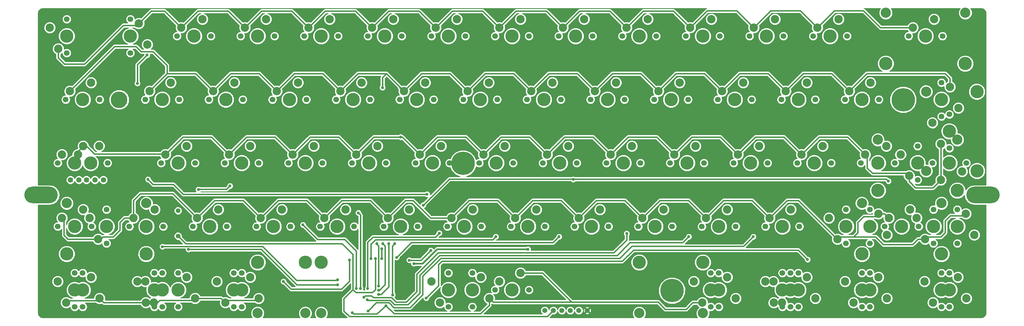
<source format=gtl>
G04 (created by PCBNEW (2012-oct-18)-testing) date Fri 26 Oct 2012 04:47:30 PM CEST*
%MOIN*%
G04 Gerber Fmt 3.4, Leading zero omitted, Abs format*
%FSLAX34Y34*%
G01*
G70*
G90*
G04 APERTURE LIST*
%ADD10C,3.93701e-06*%
%ADD11C,0.1567*%
%ADD12C,0.0984*%
%ADD13C,0.0669*%
%ADD14C,0.12*%
%ADD15C,0.157*%
%ADD16C,0.2756*%
%ADD17O,0.3937X0.1969*%
%ADD18C,0.1969*%
%ADD19C,0.055*%
%ADD20C,0.063*%
%ADD21C,0.0590551*%
%ADD22C,0.035*%
%ADD23C,0.016*%
%ADD24C,0.035*%
%ADD25C,0.02*%
%ADD26C,0.01*%
G04 APERTURE END LIST*
G54D10*
G54D11*
X4539Y-18504D03*
G54D12*
X5539Y-16504D03*
X3039Y-17504D03*
G54D13*
X2539Y-18504D03*
G54D11*
X6414Y-18504D03*
G54D12*
X7414Y-16504D03*
X4914Y-17504D03*
G54D13*
X8414Y-18504D03*
G54D14*
X109539Y-754D03*
G54D15*
X109539Y-6754D03*
G54D14*
X3601Y-23254D03*
G54D15*
X3601Y-29254D03*
G54D14*
X12976Y-23254D03*
G54D15*
X12976Y-29254D03*
G54D14*
X106726Y-23254D03*
G54D15*
X106726Y-29254D03*
G54D14*
X97351Y-23254D03*
G54D15*
X97351Y-29254D03*
G54D14*
X108601Y-15754D03*
G54D15*
X108601Y-21754D03*
G54D14*
X99226Y-15754D03*
G54D15*
X99226Y-21754D03*
G54D14*
X104914Y-10066D03*
G54D15*
X110914Y-10066D03*
G54D14*
X104914Y-19441D03*
G54D15*
X110914Y-19441D03*
G54D14*
X100164Y-754D03*
G54D15*
X100164Y-6754D03*
G54D14*
X71101Y-36254D03*
G54D15*
X71101Y-30254D03*
G54D14*
X31726Y-36254D03*
G54D15*
X31726Y-30254D03*
G54D14*
X26101Y-36254D03*
G54D15*
X26101Y-30254D03*
G54D14*
X33601Y-36254D03*
G54D15*
X33601Y-30254D03*
G54D14*
X78601Y-36254D03*
G54D15*
X78601Y-30254D03*
G54D16*
X50322Y-18547D03*
G54D17*
X574Y-22284D03*
X111630Y-22284D03*
G54D16*
X74960Y-33583D03*
X102224Y-11024D03*
G54D18*
X9771Y-11024D03*
G54D19*
X16726Y-24141D03*
X16726Y-27141D03*
G54D11*
X98289Y-26004D03*
G54D12*
X100289Y-27004D03*
X99289Y-24504D03*
G54D13*
X98289Y-24004D03*
X98289Y-28004D03*
G54D11*
X105789Y-26004D03*
G54D12*
X103789Y-25004D03*
X104789Y-27504D03*
G54D13*
X105789Y-28004D03*
X105789Y-24004D03*
G54D11*
X4539Y-26004D03*
G54D12*
X5539Y-24004D03*
X3039Y-25004D03*
G54D13*
X2539Y-26004D03*
X6539Y-26004D03*
G54D11*
X48601Y-33504D03*
G54D12*
X46601Y-32504D03*
X47601Y-35004D03*
G54D13*
X48601Y-35504D03*
X48601Y-31504D03*
G54D11*
X56101Y-33504D03*
G54D12*
X57101Y-31504D03*
X54601Y-32504D03*
G54D13*
X54101Y-33504D03*
X58101Y-33504D03*
G54D11*
X78601Y-3504D03*
G54D12*
X79601Y-1504D03*
X77101Y-2504D03*
G54D13*
X76601Y-3504D03*
X80601Y-3504D03*
G54D11*
X106726Y-33504D03*
G54D12*
X104726Y-32504D03*
X105726Y-35004D03*
G54D13*
X106726Y-35504D03*
X106726Y-31504D03*
G54D11*
X97351Y-33504D03*
G54D12*
X95351Y-32504D03*
X96351Y-35004D03*
G54D13*
X97351Y-35504D03*
X97351Y-31504D03*
G54D11*
X24226Y-33504D03*
G54D12*
X26226Y-34504D03*
X25226Y-32004D03*
G54D13*
X24226Y-31504D03*
X24226Y-35504D03*
G54D11*
X89851Y-33504D03*
G54D12*
X91851Y-34504D03*
X90851Y-32004D03*
G54D13*
X89851Y-31504D03*
X89851Y-35504D03*
G54D11*
X80476Y-33504D03*
G54D12*
X82476Y-34504D03*
X81476Y-32004D03*
G54D13*
X80476Y-31504D03*
X80476Y-35504D03*
G54D11*
X14851Y-33504D03*
G54D12*
X12851Y-32504D03*
X13851Y-35004D03*
G54D13*
X14851Y-35504D03*
X14851Y-31504D03*
G54D11*
X16726Y-33504D03*
G54D12*
X18726Y-34504D03*
X17726Y-32004D03*
G54D13*
X16726Y-31504D03*
X16726Y-35504D03*
G54D11*
X5476Y-33504D03*
G54D12*
X7476Y-34504D03*
X6476Y-32004D03*
G54D13*
X5476Y-31504D03*
X5476Y-35504D03*
G54D11*
X107664Y-14754D03*
G54D12*
X105664Y-13754D03*
X106664Y-16254D03*
G54D13*
X107664Y-16754D03*
X107664Y-12754D03*
G54D11*
X108601Y-26004D03*
G54D12*
X110601Y-27004D03*
X109601Y-24504D03*
G54D13*
X108601Y-24004D03*
X108601Y-28004D03*
G54D11*
X37351Y-11004D03*
G54D12*
X38351Y-9004D03*
X35851Y-10004D03*
G54D13*
X35351Y-11004D03*
X39351Y-11004D03*
G54D11*
X44851Y-11004D03*
G54D12*
X45851Y-9004D03*
X43351Y-10004D03*
G54D13*
X42851Y-11004D03*
X46851Y-11004D03*
G54D11*
X52351Y-11004D03*
G54D12*
X53351Y-9004D03*
X50851Y-10004D03*
G54D13*
X50351Y-11004D03*
X54351Y-11004D03*
G54D11*
X59851Y-11004D03*
G54D12*
X60851Y-9004D03*
X58351Y-10004D03*
G54D13*
X57851Y-11004D03*
X61851Y-11004D03*
G54D11*
X67351Y-11004D03*
G54D12*
X68351Y-9004D03*
X65851Y-10004D03*
G54D13*
X65351Y-11004D03*
X69351Y-11004D03*
G54D11*
X74851Y-11004D03*
G54D12*
X75851Y-9004D03*
X73351Y-10004D03*
G54D13*
X72851Y-11004D03*
X76851Y-11004D03*
G54D11*
X82351Y-11004D03*
G54D12*
X83351Y-9004D03*
X80851Y-10004D03*
G54D13*
X80351Y-11004D03*
X84351Y-11004D03*
G54D11*
X89851Y-11004D03*
G54D12*
X90851Y-9004D03*
X88351Y-10004D03*
G54D13*
X87851Y-11004D03*
X91851Y-11004D03*
G54D11*
X97351Y-11004D03*
G54D12*
X98351Y-9004D03*
X95851Y-10004D03*
G54D13*
X95351Y-11004D03*
X99351Y-11004D03*
G54D11*
X106726Y-11004D03*
G54D12*
X108726Y-12004D03*
X107726Y-9504D03*
G54D13*
X106726Y-9004D03*
X106726Y-13004D03*
G54D11*
X16726Y-18504D03*
G54D12*
X17726Y-16504D03*
X15226Y-17504D03*
G54D13*
X14726Y-18504D03*
X18726Y-18504D03*
G54D11*
X24226Y-18504D03*
G54D12*
X25226Y-16504D03*
X22726Y-17504D03*
G54D13*
X22226Y-18504D03*
X26226Y-18504D03*
G54D11*
X31726Y-18504D03*
G54D12*
X32726Y-16504D03*
X30226Y-17504D03*
G54D13*
X29726Y-18504D03*
X33726Y-18504D03*
G54D11*
X39226Y-18504D03*
G54D12*
X40226Y-16504D03*
X37726Y-17504D03*
G54D13*
X37226Y-18504D03*
X41226Y-18504D03*
G54D11*
X46726Y-18504D03*
G54D12*
X47726Y-16504D03*
X45226Y-17504D03*
G54D13*
X44726Y-18504D03*
X48726Y-18504D03*
G54D11*
X54226Y-18504D03*
G54D12*
X55226Y-16504D03*
X52726Y-17504D03*
G54D13*
X52226Y-18504D03*
X56226Y-18504D03*
G54D11*
X61726Y-18504D03*
G54D12*
X62726Y-16504D03*
X60226Y-17504D03*
G54D13*
X59726Y-18504D03*
X63726Y-18504D03*
G54D11*
X3601Y-3504D03*
G54D12*
X1601Y-2504D03*
X2601Y-5004D03*
G54D13*
X3601Y-5504D03*
X3601Y-1504D03*
G54D11*
X11101Y-3504D03*
G54D12*
X13101Y-4504D03*
X12101Y-2004D03*
G54D13*
X11101Y-1504D03*
X11101Y-5504D03*
G54D11*
X18601Y-3504D03*
G54D12*
X19601Y-1504D03*
X17101Y-2504D03*
G54D13*
X16601Y-3504D03*
X20601Y-3504D03*
G54D11*
X26101Y-3504D03*
G54D12*
X27101Y-1504D03*
X24601Y-2504D03*
G54D13*
X24101Y-3504D03*
X28101Y-3504D03*
G54D11*
X33601Y-3504D03*
G54D12*
X34601Y-1504D03*
X32101Y-2504D03*
G54D13*
X31601Y-3504D03*
X35601Y-3504D03*
G54D11*
X41101Y-3504D03*
G54D12*
X42101Y-1504D03*
X39601Y-2504D03*
G54D13*
X39101Y-3504D03*
X43101Y-3504D03*
G54D11*
X48601Y-3504D03*
G54D12*
X49601Y-1504D03*
X47101Y-2504D03*
G54D13*
X46601Y-3504D03*
X50601Y-3504D03*
G54D11*
X56101Y-3504D03*
G54D12*
X57101Y-1504D03*
X54601Y-2504D03*
G54D13*
X54101Y-3504D03*
X58101Y-3504D03*
G54D11*
X63601Y-3504D03*
G54D12*
X64601Y-1504D03*
X62101Y-2504D03*
G54D13*
X61601Y-3504D03*
X65601Y-3504D03*
G54D11*
X71101Y-3504D03*
G54D12*
X72101Y-1504D03*
X69601Y-2504D03*
G54D13*
X69101Y-3504D03*
X73101Y-3504D03*
G54D11*
X86101Y-3504D03*
G54D12*
X87101Y-1504D03*
X84601Y-2504D03*
G54D13*
X84101Y-3504D03*
X88101Y-3504D03*
G54D11*
X93601Y-3504D03*
G54D12*
X94601Y-1504D03*
X92101Y-2504D03*
G54D13*
X91601Y-3504D03*
X95601Y-3504D03*
G54D11*
X104851Y-3504D03*
G54D12*
X105851Y-1504D03*
X103351Y-2504D03*
G54D13*
X102851Y-3504D03*
X106851Y-3504D03*
G54D11*
X5476Y-11004D03*
G54D12*
X6476Y-9004D03*
X3976Y-10004D03*
G54D13*
X3476Y-11004D03*
X7476Y-11004D03*
G54D11*
X14851Y-11004D03*
G54D12*
X15851Y-9004D03*
X13351Y-10004D03*
G54D13*
X12851Y-11004D03*
X16851Y-11004D03*
G54D11*
X22351Y-11004D03*
G54D12*
X23351Y-9004D03*
X20851Y-10004D03*
G54D13*
X20351Y-11004D03*
X24351Y-11004D03*
G54D11*
X29851Y-11004D03*
G54D12*
X30851Y-9004D03*
X28351Y-10004D03*
G54D13*
X27851Y-11004D03*
X31851Y-11004D03*
G54D11*
X95476Y-26004D03*
G54D12*
X93476Y-25004D03*
X94476Y-27504D03*
G54D13*
X95476Y-28004D03*
X95476Y-24004D03*
G54D11*
X102039Y-26004D03*
G54D12*
X103039Y-24004D03*
X100539Y-25004D03*
G54D13*
X100039Y-26004D03*
X104039Y-26004D03*
G54D11*
X4539Y-33504D03*
G54D12*
X2539Y-32504D03*
X3539Y-35004D03*
G54D13*
X4539Y-35504D03*
X4539Y-31504D03*
G54D11*
X23289Y-33504D03*
G54D12*
X21289Y-32504D03*
X22289Y-35004D03*
G54D13*
X23289Y-35504D03*
X23289Y-31504D03*
G54D11*
X51414Y-33504D03*
G54D12*
X53414Y-34504D03*
X52414Y-32004D03*
G54D13*
X51414Y-31504D03*
X51414Y-35504D03*
G54D11*
X79539Y-33504D03*
G54D12*
X77539Y-32504D03*
X78539Y-35004D03*
G54D13*
X79539Y-35504D03*
X79539Y-31504D03*
G54D11*
X88914Y-33504D03*
G54D12*
X86914Y-32504D03*
X87914Y-35004D03*
G54D13*
X88914Y-35504D03*
X88914Y-31504D03*
G54D11*
X98289Y-33504D03*
G54D12*
X100289Y-34504D03*
X99289Y-32004D03*
G54D13*
X98289Y-31504D03*
X98289Y-35504D03*
G54D11*
X107664Y-33504D03*
G54D12*
X109664Y-34504D03*
X108664Y-32004D03*
G54D13*
X107664Y-31504D03*
X107664Y-35504D03*
G54D11*
X69226Y-18504D03*
G54D12*
X70226Y-16504D03*
X67726Y-17504D03*
G54D13*
X67226Y-18504D03*
X71226Y-18504D03*
G54D11*
X76726Y-18504D03*
G54D12*
X77726Y-16504D03*
X75226Y-17504D03*
G54D13*
X74726Y-18504D03*
X78726Y-18504D03*
G54D11*
X84226Y-18504D03*
G54D12*
X85226Y-16504D03*
X82726Y-17504D03*
G54D13*
X82226Y-18504D03*
X86226Y-18504D03*
G54D11*
X91726Y-18504D03*
G54D12*
X92726Y-16504D03*
X90226Y-17504D03*
G54D13*
X89726Y-18504D03*
X93726Y-18504D03*
G54D11*
X99226Y-18504D03*
G54D12*
X100226Y-16504D03*
X97726Y-17504D03*
G54D13*
X97226Y-18504D03*
X101226Y-18504D03*
G54D11*
X103914Y-18504D03*
G54D12*
X101914Y-17504D03*
X102914Y-20004D03*
G54D13*
X103914Y-20504D03*
X103914Y-16504D03*
G54D11*
X8289Y-26004D03*
G54D12*
X6289Y-25004D03*
X7289Y-27504D03*
G54D13*
X8289Y-28004D03*
X8289Y-24004D03*
G54D11*
X12976Y-26004D03*
G54D12*
X13976Y-24004D03*
X11476Y-25004D03*
G54D13*
X10976Y-26004D03*
X14976Y-26004D03*
G54D11*
X20476Y-26004D03*
G54D12*
X21476Y-24004D03*
X18976Y-25004D03*
G54D13*
X18476Y-26004D03*
X22476Y-26004D03*
G54D11*
X27976Y-26004D03*
G54D12*
X28976Y-24004D03*
X26476Y-25004D03*
G54D13*
X25976Y-26004D03*
X29976Y-26004D03*
G54D11*
X42976Y-26004D03*
G54D12*
X43976Y-24004D03*
X41476Y-25004D03*
G54D13*
X40976Y-26004D03*
X44976Y-26004D03*
G54D11*
X50476Y-26004D03*
G54D12*
X51476Y-24004D03*
X48976Y-25004D03*
G54D13*
X48476Y-26004D03*
X52476Y-26004D03*
G54D11*
X57976Y-26004D03*
G54D12*
X58976Y-24004D03*
X56476Y-25004D03*
G54D13*
X55976Y-26004D03*
X59976Y-26004D03*
G54D11*
X65476Y-26004D03*
G54D12*
X66476Y-24004D03*
X63976Y-25004D03*
G54D13*
X63476Y-26004D03*
X67476Y-26004D03*
G54D11*
X72976Y-26004D03*
G54D12*
X73976Y-24004D03*
X71476Y-25004D03*
G54D13*
X70976Y-26004D03*
X74976Y-26004D03*
G54D11*
X80476Y-26004D03*
G54D12*
X81476Y-24004D03*
X78976Y-25004D03*
G54D13*
X78476Y-26004D03*
X82476Y-26004D03*
G54D11*
X87976Y-26004D03*
G54D12*
X88976Y-24004D03*
X86476Y-25004D03*
G54D13*
X85976Y-26004D03*
X89976Y-26004D03*
G54D11*
X13914Y-33504D03*
G54D12*
X11914Y-32504D03*
X12914Y-35004D03*
G54D13*
X13914Y-35504D03*
X13914Y-31504D03*
G54D11*
X87976Y-33504D03*
G54D12*
X85976Y-32504D03*
X86976Y-35004D03*
G54D13*
X87976Y-35504D03*
X87976Y-31504D03*
G54D11*
X35476Y-26004D03*
G54D12*
X36476Y-24004D03*
X33976Y-25004D03*
G54D13*
X33476Y-26004D03*
X37476Y-26004D03*
G54D20*
X4039Y-20504D03*
X5039Y-20504D03*
X5914Y-20504D03*
X6914Y-20504D03*
X7914Y-20504D03*
X6914Y-20504D03*
G54D11*
X107663Y-18503D03*
G54D12*
X106663Y-20503D03*
X109163Y-19503D03*
G54D13*
X109663Y-18503D03*
X105663Y-18503D03*
G54D21*
X64976Y-35941D03*
X60976Y-35941D03*
X62976Y-35941D03*
X59976Y-35941D03*
X61976Y-35941D03*
X63976Y-35941D03*
G54D22*
X43376Y-32391D03*
X44276Y-33741D03*
X39995Y-29810D03*
X14876Y-28391D03*
X35545Y-32310D03*
X38645Y-34360D03*
X69626Y-26841D03*
X76945Y-27210D03*
X39045Y-34660D03*
X39126Y-35991D03*
X84545Y-27210D03*
X90945Y-29910D03*
X45976Y-34466D03*
X63326Y-20441D03*
X40726Y-29816D03*
X40726Y-28641D03*
X45626Y-23491D03*
X100476Y-20641D03*
X35545Y-32910D03*
X13076Y-5741D03*
X17945Y-28710D03*
X11926Y-9091D03*
X19126Y-21641D03*
X36945Y-29960D03*
X29145Y-32510D03*
X22845Y-21210D03*
X37726Y-33341D03*
X31445Y-25810D03*
X38226Y-33341D03*
X37976Y-24391D03*
X39076Y-33341D03*
X47526Y-26791D03*
X54195Y-27210D03*
X39476Y-29811D03*
X42495Y-29660D03*
X61645Y-27210D03*
X40376Y-33041D03*
X40176Y-28041D03*
X40826Y-9591D03*
X40876Y-28041D03*
X40376Y-33541D03*
X42976Y-15441D03*
X41576Y-28041D03*
X40376Y-34041D03*
X42026Y-34091D03*
X42251Y-28041D03*
X37276Y-36191D03*
X41245Y-35360D03*
X46526Y-28841D03*
X43976Y-29991D03*
X46076Y-22191D03*
X13176Y-20441D03*
X72776Y-35841D03*
X72776Y-34141D03*
X26426Y-27160D03*
X18776Y-12841D03*
X38676Y-32241D03*
X38695Y-29360D03*
X11376Y-6710D03*
X4926Y-5941D03*
X10376Y-16341D03*
X57976Y-28691D03*
X44526Y-30391D03*
G54D23*
X56776Y-36641D02*
X60276Y-36641D01*
X36926Y-36641D02*
X36276Y-35991D01*
X36276Y-35991D02*
X36276Y-34529D01*
X37345Y-33460D02*
X36276Y-34529D01*
X56776Y-36641D02*
X36926Y-36641D01*
X60276Y-36641D02*
X60976Y-35941D01*
X16757Y-27110D02*
X16726Y-27141D01*
X39645Y-33810D02*
X37695Y-33810D01*
X39995Y-33460D02*
X39645Y-33810D01*
X37695Y-33810D02*
X37345Y-33460D01*
X17626Y-28041D02*
X36076Y-28041D01*
X37345Y-33460D02*
X37345Y-29310D01*
X37345Y-29310D02*
X36076Y-28041D01*
X39995Y-29810D02*
X39995Y-33460D01*
X16726Y-27141D02*
X17626Y-28041D01*
X30695Y-32360D02*
X26695Y-28360D01*
X35495Y-32360D02*
X30695Y-32360D01*
X14926Y-28360D02*
X26695Y-28360D01*
X14876Y-28391D02*
X14895Y-28391D01*
X14895Y-28391D02*
X14926Y-28360D01*
X35545Y-32310D02*
X35495Y-32360D01*
X47395Y-29110D02*
X68107Y-29110D01*
X42426Y-34941D02*
X43628Y-34941D01*
X68107Y-29110D02*
X69626Y-27591D01*
X38795Y-34210D02*
X38845Y-34210D01*
X38845Y-34210D02*
X39545Y-34210D01*
X39545Y-34210D02*
X39751Y-34416D01*
X38645Y-34360D02*
X38795Y-34210D01*
X44876Y-33693D02*
X44876Y-31629D01*
X44876Y-31629D02*
X47395Y-29110D01*
X69626Y-27591D02*
X69626Y-26841D01*
X39751Y-34416D02*
X41901Y-34416D01*
X43628Y-34941D02*
X44876Y-33693D01*
X41901Y-34416D02*
X42426Y-34941D01*
X39126Y-34741D02*
X39045Y-34660D01*
X39095Y-34710D02*
X39045Y-34660D01*
X42226Y-35241D02*
X43847Y-35241D01*
X39126Y-34741D02*
X41726Y-34741D01*
X45226Y-31779D02*
X47576Y-29429D01*
X45226Y-33862D02*
X45226Y-31779D01*
X41726Y-34741D02*
X42226Y-35241D01*
X43847Y-35241D02*
X45226Y-33862D01*
X76945Y-27210D02*
X76245Y-27910D01*
X47576Y-29429D02*
X68488Y-29429D01*
X68488Y-29429D02*
X70007Y-27910D01*
X76245Y-27910D02*
X70007Y-27910D01*
X77303Y-28352D02*
X83403Y-28352D01*
X45576Y-31879D02*
X47695Y-29760D01*
X40095Y-35010D02*
X41595Y-35010D01*
X42176Y-35591D02*
X44049Y-35591D01*
X45576Y-34064D02*
X45576Y-31879D01*
X44049Y-35591D02*
X45576Y-34064D01*
X39126Y-35991D02*
X40095Y-35010D01*
X41595Y-35010D02*
X42176Y-35591D01*
X68807Y-29760D02*
X47695Y-29760D01*
X70215Y-28352D02*
X68807Y-29760D01*
X70215Y-28352D02*
X77303Y-28352D01*
X83403Y-28352D02*
X84545Y-27210D01*
X77326Y-28791D02*
X89826Y-28791D01*
X90245Y-29210D02*
X90945Y-29910D01*
X89826Y-28791D02*
X90245Y-29210D01*
X70426Y-28791D02*
X77326Y-28791D01*
X77326Y-28791D02*
X77364Y-28791D01*
X69107Y-30110D02*
X70426Y-28791D01*
X45976Y-34466D02*
X47445Y-32997D01*
X47445Y-32997D02*
X47445Y-32610D01*
X47845Y-30110D02*
X68645Y-30110D01*
X47845Y-30110D02*
X47445Y-30510D01*
X47445Y-30510D02*
X47445Y-32610D01*
X68645Y-30110D02*
X69107Y-30110D01*
X48726Y-20391D02*
X63276Y-20391D01*
X63276Y-20391D02*
X63326Y-20441D01*
X40726Y-29816D02*
X40726Y-28641D01*
X45626Y-23491D02*
X48726Y-20391D01*
X48726Y-20391D02*
X48707Y-20410D01*
X63326Y-20441D02*
X63326Y-20410D01*
X63326Y-20410D02*
X63326Y-20441D01*
X63326Y-20441D02*
X63326Y-20410D01*
X63326Y-20410D02*
X99745Y-20410D01*
X100476Y-20641D02*
X100245Y-20410D01*
X99745Y-20410D02*
X100245Y-20410D01*
X11926Y-9091D02*
X11926Y-6891D01*
X30745Y-32910D02*
X30995Y-32910D01*
X11945Y-6872D02*
X13076Y-5741D01*
X26545Y-28710D02*
X26945Y-29110D01*
X11926Y-6891D02*
X11945Y-6872D01*
X25445Y-28710D02*
X26545Y-28710D01*
X35545Y-32910D02*
X30995Y-32910D01*
X26945Y-29110D02*
X30745Y-32910D01*
X17945Y-28710D02*
X25445Y-28710D01*
X22445Y-21610D02*
X19545Y-21610D01*
X22845Y-21210D02*
X22445Y-21610D01*
X30045Y-33410D02*
X29145Y-32510D01*
X19157Y-21610D02*
X19545Y-21610D01*
X19126Y-21641D02*
X19157Y-21610D01*
X36945Y-32460D02*
X35995Y-33410D01*
X30045Y-33410D02*
X35995Y-33410D01*
X36945Y-29960D02*
X36945Y-32460D01*
X33176Y-27541D02*
X36376Y-27541D01*
X37745Y-33322D02*
X37726Y-33341D01*
X37745Y-33160D02*
X37745Y-33322D01*
X31445Y-25810D02*
X33176Y-27541D01*
X37745Y-28910D02*
X36376Y-27541D01*
X37745Y-33160D02*
X37745Y-28910D01*
X38226Y-24641D02*
X38226Y-32641D01*
X37976Y-24391D02*
X38226Y-24641D01*
X38226Y-32641D02*
X38226Y-33341D01*
X39695Y-27260D02*
X47057Y-27260D01*
X39076Y-33341D02*
X39076Y-27879D01*
X39076Y-27879D02*
X39695Y-27260D01*
X47057Y-27260D02*
X47526Y-26791D01*
X39476Y-28079D02*
X39495Y-28060D01*
X54195Y-27210D02*
X53845Y-27560D01*
X53845Y-27560D02*
X39995Y-27560D01*
X39495Y-28060D02*
X39995Y-27560D01*
X39476Y-29811D02*
X39476Y-28079D01*
X60945Y-27910D02*
X44245Y-27910D01*
X44245Y-27910D02*
X42495Y-29660D01*
X61645Y-27210D02*
X60945Y-27910D01*
X40376Y-33041D02*
X40376Y-28291D01*
X24601Y-2504D02*
X22638Y-541D01*
X22638Y-541D02*
X19064Y-541D01*
X32101Y-2504D02*
X30138Y-541D01*
X60138Y-541D02*
X56564Y-541D01*
X69601Y-2504D02*
X67638Y-541D01*
X71564Y-541D02*
X69601Y-2504D01*
X26564Y-541D02*
X24601Y-2504D01*
X97545Y-510D02*
X99539Y-2504D01*
X12101Y-2004D02*
X12113Y-2004D01*
X56564Y-541D02*
X54601Y-2504D01*
X86595Y-510D02*
X89872Y-510D01*
X82376Y-510D02*
X82392Y-510D01*
X92101Y-2504D02*
X94095Y-510D01*
X79095Y-510D02*
X82376Y-510D01*
X84601Y-2504D02*
X86595Y-510D01*
X89872Y-510D02*
X90107Y-510D01*
X90107Y-510D02*
X92101Y-2504D01*
X30138Y-541D02*
X26564Y-541D01*
X39601Y-2504D02*
X37638Y-541D01*
X82607Y-510D02*
X84601Y-2504D01*
X54601Y-2504D02*
X52638Y-541D01*
X49064Y-541D02*
X47101Y-2504D01*
X52638Y-541D02*
X49064Y-541D01*
X75138Y-541D02*
X71564Y-541D01*
X94095Y-510D02*
X97545Y-510D01*
X77101Y-2504D02*
X79095Y-510D01*
X40176Y-28091D02*
X40176Y-28041D01*
X5707Y-6810D02*
X10276Y-2241D01*
X10276Y-2241D02*
X11764Y-2241D01*
X11764Y-2341D02*
X12101Y-2004D01*
X2601Y-5004D02*
X2601Y-6066D01*
X2601Y-6066D02*
X3345Y-6810D01*
X64064Y-541D02*
X62101Y-2504D01*
X62101Y-2504D02*
X60138Y-541D01*
X15138Y-541D02*
X17101Y-2504D01*
X82376Y-510D02*
X82607Y-510D01*
X47101Y-2504D02*
X45138Y-541D01*
X19064Y-541D02*
X17101Y-2504D01*
X67638Y-541D02*
X64064Y-541D01*
X3345Y-6810D02*
X5707Y-6810D01*
X40376Y-28291D02*
X40176Y-28091D01*
X37638Y-541D02*
X34064Y-541D01*
X12113Y-2004D02*
X13576Y-541D01*
X41564Y-541D02*
X39601Y-2504D01*
X34064Y-541D02*
X32101Y-2504D01*
X45138Y-541D02*
X41564Y-541D01*
X13576Y-541D02*
X15138Y-541D01*
X77101Y-2504D02*
X75138Y-541D01*
X99539Y-2504D02*
X103351Y-2504D01*
X88351Y-10004D02*
X90414Y-7941D01*
X90414Y-7941D02*
X93788Y-7941D01*
X93788Y-7941D02*
X95851Y-10004D01*
X20851Y-10004D02*
X22914Y-7941D01*
X73351Y-10004D02*
X75414Y-7941D01*
X35851Y-10004D02*
X37914Y-7941D01*
X45414Y-7941D02*
X48788Y-7941D01*
X48788Y-7941D02*
X50851Y-10004D01*
X43351Y-10004D02*
X45414Y-7941D01*
X52914Y-7941D02*
X56288Y-7941D01*
X95851Y-10004D02*
X97914Y-7941D01*
X107176Y-7941D02*
X107726Y-8491D01*
X97914Y-7941D02*
X107176Y-7941D01*
X28351Y-10004D02*
X30414Y-7941D01*
X71288Y-7941D02*
X73351Y-10004D01*
X67914Y-7941D02*
X71288Y-7941D01*
X43351Y-10004D02*
X42870Y-9610D01*
X75414Y-7941D02*
X78788Y-7941D01*
X78788Y-7941D02*
X80851Y-10004D01*
X15414Y-7941D02*
X18788Y-7941D01*
X86288Y-7941D02*
X88351Y-10004D01*
X50851Y-10004D02*
X52914Y-7941D01*
X107726Y-8491D02*
X107726Y-9504D01*
X58351Y-10004D02*
X60414Y-7941D01*
X37914Y-7941D02*
X41288Y-7941D01*
X65851Y-10004D02*
X67914Y-7941D01*
X33788Y-7941D02*
X35851Y-10004D01*
X30414Y-7941D02*
X33788Y-7941D01*
X26288Y-7941D02*
X28351Y-10004D01*
X63788Y-7941D02*
X65851Y-10004D01*
X60414Y-7941D02*
X63788Y-7941D01*
X40476Y-33541D02*
X41145Y-32872D01*
X41145Y-28310D02*
X40876Y-28041D01*
X41288Y-7941D02*
X40826Y-8403D01*
X40376Y-33541D02*
X40476Y-33541D01*
X6039Y-7941D02*
X9239Y-4741D01*
X22914Y-7941D02*
X26288Y-7941D01*
X9239Y-4741D02*
X11776Y-4741D01*
X56288Y-7941D02*
X58351Y-10004D01*
X41288Y-7941D02*
X43351Y-10004D01*
X82914Y-7941D02*
X86288Y-7941D01*
X13776Y-5341D02*
X15414Y-6979D01*
X15414Y-6979D02*
X15414Y-7941D01*
X80851Y-10004D02*
X82914Y-7941D01*
X41145Y-28560D02*
X41145Y-28310D01*
X18788Y-7941D02*
X20851Y-10004D01*
X12376Y-5341D02*
X13776Y-5341D01*
X11776Y-4741D02*
X12376Y-5341D01*
X13351Y-10004D02*
X15414Y-7941D01*
X3976Y-10004D02*
X6039Y-7941D01*
X40826Y-9591D02*
X40826Y-8403D01*
X41145Y-32872D02*
X41145Y-28560D01*
X102914Y-20679D02*
X103676Y-21441D01*
X102914Y-19704D02*
X102914Y-20679D01*
X98589Y-19704D02*
X102914Y-19704D01*
X97976Y-19091D02*
X98589Y-19704D01*
X97976Y-17754D02*
X97976Y-19091D01*
X97726Y-17504D02*
X97976Y-17754D01*
X105726Y-21441D02*
X106663Y-20503D01*
X103676Y-21441D02*
X105726Y-21441D01*
X106664Y-19791D02*
X106664Y-20503D01*
X106664Y-20503D02*
X106663Y-20503D01*
X106664Y-16254D02*
X106664Y-19791D01*
X41576Y-33129D02*
X41576Y-28041D01*
X4914Y-17504D02*
X4914Y-17129D01*
X5939Y-16504D02*
X6876Y-17441D01*
X6876Y-17441D02*
X15067Y-17441D01*
X54789Y-15441D02*
X58163Y-15441D01*
X32289Y-15441D02*
X35663Y-15441D01*
X82726Y-17504D02*
X84789Y-15441D01*
X65663Y-15441D02*
X67726Y-17504D01*
X60226Y-17504D02*
X62289Y-15441D01*
X69789Y-15441D02*
X73163Y-15441D01*
X73163Y-15441D02*
X75226Y-17504D01*
X67726Y-17504D02*
X69789Y-15441D01*
X30226Y-17504D02*
X32289Y-15441D01*
X22726Y-17504D02*
X24789Y-15441D01*
X62289Y-15441D02*
X65663Y-15441D01*
X52726Y-17504D02*
X54789Y-15441D01*
X58163Y-15441D02*
X60226Y-17504D01*
X80663Y-15441D02*
X82726Y-17504D01*
X20663Y-15441D02*
X22726Y-17504D01*
X50663Y-15441D02*
X52726Y-17504D01*
X41576Y-33129D02*
X40664Y-34041D01*
X45226Y-17504D02*
X47289Y-15441D01*
X24789Y-15441D02*
X28163Y-15441D01*
X15226Y-17504D02*
X15118Y-17329D01*
X15067Y-17441D02*
X15226Y-17504D01*
X75226Y-17504D02*
X77289Y-15441D01*
X84789Y-15441D02*
X88163Y-15441D01*
X4914Y-17129D02*
X5539Y-16504D01*
X77289Y-15441D02*
X80663Y-15441D01*
X40664Y-34041D02*
X40376Y-34041D01*
X35663Y-15441D02*
X37726Y-17504D01*
X88163Y-15441D02*
X90226Y-17504D01*
X28163Y-15441D02*
X30226Y-17504D01*
X92289Y-15441D02*
X95663Y-15441D01*
X95663Y-15441D02*
X97726Y-17504D01*
X15226Y-17504D02*
X17289Y-15441D01*
X17289Y-15441D02*
X20663Y-15441D01*
X5539Y-16504D02*
X5939Y-16504D01*
X43163Y-15441D02*
X45226Y-17504D01*
X42976Y-15441D02*
X43163Y-15441D01*
X15118Y-17337D02*
X15226Y-17504D01*
X37726Y-17504D02*
X39789Y-15441D01*
X39789Y-15441D02*
X42976Y-15441D01*
X90226Y-17504D02*
X92289Y-15441D01*
X47289Y-15441D02*
X50663Y-15441D01*
X43539Y-22941D02*
X44426Y-22941D01*
X41476Y-25004D02*
X43532Y-22947D01*
X43532Y-22947D02*
X43539Y-22941D01*
X46489Y-25004D02*
X48976Y-25004D01*
X44426Y-22941D02*
X46489Y-25004D01*
X86476Y-25004D02*
X88539Y-22941D01*
X86476Y-25004D02*
X84413Y-22941D01*
X76913Y-22941D02*
X73539Y-22941D01*
X104789Y-27504D02*
X103963Y-27504D01*
X107176Y-25341D02*
X107776Y-24741D01*
X103963Y-27504D02*
X103326Y-28141D01*
X93576Y-26641D02*
X94439Y-27504D01*
X7289Y-27504D02*
X7613Y-27504D01*
X103326Y-28141D02*
X99876Y-28141D01*
X31913Y-22941D02*
X28539Y-22941D01*
X9876Y-25541D02*
X10413Y-25004D01*
X99289Y-24504D02*
X100039Y-24504D01*
X100039Y-24504D02*
X100539Y-25004D01*
X3276Y-25241D02*
X3276Y-27041D01*
X98976Y-27241D02*
X96376Y-27241D01*
X41476Y-25004D02*
X39413Y-22941D01*
X105052Y-27241D02*
X106676Y-27241D01*
X73539Y-22941D02*
X71476Y-25004D01*
X21039Y-22941D02*
X18976Y-25004D01*
X26476Y-25004D02*
X24413Y-22941D01*
X97576Y-24841D02*
X98952Y-24841D01*
X3039Y-25004D02*
X3276Y-25241D01*
X3739Y-27504D02*
X7289Y-27504D01*
X3276Y-27041D02*
X3739Y-27504D01*
X94439Y-27504D02*
X94476Y-27504D01*
X88539Y-22941D02*
X89876Y-22941D01*
X89876Y-22941D02*
X93576Y-26641D01*
X28539Y-22941D02*
X26476Y-25004D01*
X14676Y-22141D02*
X14676Y-22141D01*
X78976Y-25004D02*
X76913Y-22941D01*
X69413Y-22941D02*
X66039Y-22941D01*
X66039Y-22941D02*
X63976Y-25004D01*
X24413Y-22941D02*
X21039Y-22941D01*
X33976Y-25004D02*
X31913Y-22941D01*
X96876Y-25541D02*
X97576Y-24841D01*
X56476Y-25004D02*
X54413Y-22941D01*
X54413Y-22941D02*
X51039Y-22941D01*
X51039Y-22941D02*
X48976Y-25004D01*
X96376Y-27241D02*
X96876Y-26741D01*
X104789Y-27504D02*
X105052Y-27241D01*
X98952Y-24841D02*
X99289Y-24504D01*
X14676Y-22141D02*
X12276Y-22141D01*
X12276Y-22141D02*
X11476Y-22941D01*
X7613Y-27504D02*
X7876Y-27241D01*
X71476Y-25004D02*
X69413Y-22941D01*
X41995Y-34060D02*
X42026Y-34091D01*
X41995Y-28860D02*
X41995Y-28297D01*
X81039Y-22941D02*
X78976Y-25004D01*
X36039Y-22941D02*
X33976Y-25004D01*
X41995Y-28860D02*
X41995Y-34060D01*
X41995Y-28297D02*
X42251Y-28041D01*
X18976Y-25004D02*
X16113Y-22141D01*
X99876Y-28141D02*
X98976Y-27241D01*
X16113Y-22141D02*
X14676Y-22141D01*
X107176Y-26741D02*
X107176Y-25341D01*
X10413Y-25004D02*
X11476Y-25004D01*
X84413Y-22941D02*
X81039Y-22941D01*
X9876Y-26441D02*
X9876Y-25541D01*
X39413Y-22941D02*
X36039Y-22941D01*
X107776Y-24741D02*
X109364Y-24741D01*
X109364Y-24741D02*
X109601Y-24504D01*
X94476Y-27504D02*
X94739Y-27241D01*
X106676Y-27241D02*
X107176Y-26741D01*
X9076Y-27241D02*
X9876Y-26441D01*
X7876Y-27241D02*
X9076Y-27241D01*
X11476Y-22941D02*
X11476Y-25004D01*
X96876Y-26741D02*
X96876Y-25541D01*
X63976Y-25004D02*
X61913Y-22941D01*
X58539Y-22941D02*
X56476Y-25004D01*
X61913Y-22941D02*
X58539Y-22941D01*
X94739Y-27241D02*
X96376Y-27241D01*
X40176Y-36330D02*
X37415Y-36330D01*
X37415Y-36330D02*
X37276Y-36191D01*
X57101Y-31504D02*
X59689Y-31504D01*
X63076Y-34891D02*
X63076Y-34941D01*
X63126Y-34941D02*
X63076Y-34891D01*
X59689Y-31504D02*
X63126Y-34941D01*
X53414Y-34504D02*
X53851Y-34941D01*
X77413Y-35004D02*
X78539Y-35004D01*
X76626Y-35791D02*
X77413Y-35004D01*
X74176Y-35791D02*
X76626Y-35791D01*
X73326Y-34941D02*
X74176Y-35791D01*
X53851Y-34941D02*
X63076Y-34941D01*
X63076Y-34941D02*
X73326Y-34941D01*
X52407Y-36310D02*
X53414Y-35303D01*
X22552Y-34741D02*
X25989Y-34741D01*
X22289Y-35004D02*
X22552Y-34741D01*
X25989Y-34741D02*
X26226Y-34504D01*
X3995Y-34760D02*
X3783Y-34760D01*
X7137Y-34760D02*
X3995Y-34760D01*
X3783Y-34760D02*
X3539Y-35004D01*
X40164Y-36341D02*
X40176Y-36330D01*
X40176Y-36330D02*
X41245Y-35360D01*
X7976Y-35004D02*
X7476Y-34504D01*
X21789Y-34504D02*
X22289Y-35004D01*
X12914Y-35004D02*
X13851Y-35004D01*
X41245Y-35360D02*
X42195Y-36310D01*
X14576Y-34741D02*
X18489Y-34741D01*
X12914Y-35004D02*
X7976Y-35004D01*
X13851Y-35004D02*
X14313Y-35004D01*
X18726Y-34504D02*
X21789Y-34504D01*
X18489Y-34741D02*
X18726Y-34504D01*
X52407Y-36310D02*
X42195Y-36310D01*
X53414Y-35303D02*
X53414Y-34504D01*
X14313Y-35004D02*
X14576Y-34741D01*
X46526Y-28841D02*
X45376Y-29991D01*
X45376Y-29991D02*
X43976Y-29991D01*
X44876Y-22191D02*
X17926Y-22191D01*
X17926Y-22191D02*
X17326Y-22191D01*
X46076Y-22191D02*
X44876Y-22191D01*
X13776Y-21041D02*
X13176Y-20441D01*
X16176Y-21041D02*
X13776Y-21041D01*
X17326Y-22191D02*
X16176Y-21041D01*
G54D24*
X26426Y-27160D02*
X26426Y-27141D01*
G54D25*
X38676Y-32241D02*
X38676Y-32229D01*
X11376Y-6710D02*
X11376Y-15341D01*
X11376Y-15341D02*
X10376Y-16341D01*
X38695Y-32210D02*
X38695Y-29360D01*
X38676Y-32229D02*
X38695Y-32210D01*
X44526Y-30391D02*
X45576Y-30391D01*
X47276Y-28691D02*
X57826Y-28691D01*
X45576Y-30391D02*
X47276Y-28691D01*
X57826Y-28691D02*
X57976Y-28691D01*
G54D10*
G36*
X78125Y-35583D02*
X77914Y-35794D01*
X77791Y-36092D01*
X77790Y-36414D01*
X77913Y-36712D01*
X77980Y-36778D01*
X71722Y-36778D01*
X71787Y-36713D01*
X71910Y-36415D01*
X71911Y-36093D01*
X71788Y-35795D01*
X71560Y-35567D01*
X71262Y-35444D01*
X70940Y-35443D01*
X70642Y-35566D01*
X70414Y-35794D01*
X70291Y-36092D01*
X70290Y-36414D01*
X70413Y-36712D01*
X70480Y-36778D01*
X65446Y-36778D01*
X65446Y-36002D01*
X65434Y-35817D01*
X65387Y-35704D01*
X65314Y-35673D01*
X65243Y-35743D01*
X65243Y-35602D01*
X65212Y-35529D01*
X65037Y-35470D01*
X64852Y-35482D01*
X64739Y-35529D01*
X64708Y-35602D01*
X64976Y-35870D01*
X65243Y-35602D01*
X65243Y-35743D01*
X65046Y-35941D01*
X65314Y-36208D01*
X65387Y-36177D01*
X65446Y-36002D01*
X65446Y-36778D01*
X65243Y-36778D01*
X65243Y-36279D01*
X64976Y-36011D01*
X64905Y-36082D01*
X64905Y-35941D01*
X64637Y-35673D01*
X64564Y-35704D01*
X64505Y-35879D01*
X64517Y-36064D01*
X64564Y-36177D01*
X64637Y-36208D01*
X64905Y-35941D01*
X64905Y-36082D01*
X64708Y-36279D01*
X64739Y-36352D01*
X64914Y-36411D01*
X65099Y-36399D01*
X65212Y-36352D01*
X65243Y-36279D01*
X65243Y-36778D01*
X60548Y-36778D01*
X60880Y-36446D01*
X61076Y-36446D01*
X61261Y-36369D01*
X61404Y-36227D01*
X61476Y-36054D01*
X61547Y-36226D01*
X61689Y-36369D01*
X61875Y-36446D01*
X62076Y-36446D01*
X62261Y-36369D01*
X62404Y-36227D01*
X62476Y-36054D01*
X62547Y-36226D01*
X62689Y-36369D01*
X62875Y-36446D01*
X63076Y-36446D01*
X63261Y-36369D01*
X63404Y-36227D01*
X63476Y-36054D01*
X63547Y-36226D01*
X63689Y-36369D01*
X63875Y-36446D01*
X64076Y-36446D01*
X64261Y-36369D01*
X64404Y-36227D01*
X64481Y-36041D01*
X64481Y-35840D01*
X64404Y-35655D01*
X64262Y-35512D01*
X64076Y-35435D01*
X63875Y-35435D01*
X63690Y-35512D01*
X63547Y-35654D01*
X63475Y-35827D01*
X63404Y-35655D01*
X63262Y-35512D01*
X63076Y-35435D01*
X62875Y-35435D01*
X62690Y-35512D01*
X62547Y-35654D01*
X62475Y-35827D01*
X62404Y-35655D01*
X62262Y-35512D01*
X62076Y-35435D01*
X61875Y-35435D01*
X61690Y-35512D01*
X61547Y-35654D01*
X61475Y-35827D01*
X61404Y-35655D01*
X61262Y-35512D01*
X61076Y-35435D01*
X60875Y-35435D01*
X60690Y-35512D01*
X60547Y-35654D01*
X60475Y-35827D01*
X60404Y-35655D01*
X60262Y-35512D01*
X60076Y-35435D01*
X59875Y-35435D01*
X59690Y-35512D01*
X59547Y-35654D01*
X59470Y-35840D01*
X59470Y-36041D01*
X59547Y-36226D01*
X59671Y-36351D01*
X56776Y-36351D01*
X52776Y-36351D01*
X53619Y-35508D01*
X53681Y-35413D01*
X53704Y-35303D01*
X53704Y-35184D01*
X53740Y-35208D01*
X53850Y-35231D01*
X53850Y-35230D01*
X53851Y-35231D01*
X63076Y-35231D01*
X63126Y-35231D01*
X73205Y-35231D01*
X73970Y-35996D01*
X74065Y-36058D01*
X74176Y-36081D01*
X76626Y-36081D01*
X76736Y-36058D01*
X76831Y-35996D01*
X77533Y-35294D01*
X77899Y-35294D01*
X77943Y-35401D01*
X78125Y-35583D01*
X78125Y-35583D01*
G37*
G54D26*
X78125Y-35583D02*
X77914Y-35794D01*
X77791Y-36092D01*
X77790Y-36414D01*
X77913Y-36712D01*
X77980Y-36778D01*
X71722Y-36778D01*
X71787Y-36713D01*
X71910Y-36415D01*
X71911Y-36093D01*
X71788Y-35795D01*
X71560Y-35567D01*
X71262Y-35444D01*
X70940Y-35443D01*
X70642Y-35566D01*
X70414Y-35794D01*
X70291Y-36092D01*
X70290Y-36414D01*
X70413Y-36712D01*
X70480Y-36778D01*
X65446Y-36778D01*
X65446Y-36002D01*
X65434Y-35817D01*
X65387Y-35704D01*
X65314Y-35673D01*
X65243Y-35743D01*
X65243Y-35602D01*
X65212Y-35529D01*
X65037Y-35470D01*
X64852Y-35482D01*
X64739Y-35529D01*
X64708Y-35602D01*
X64976Y-35870D01*
X65243Y-35602D01*
X65243Y-35743D01*
X65046Y-35941D01*
X65314Y-36208D01*
X65387Y-36177D01*
X65446Y-36002D01*
X65446Y-36778D01*
X65243Y-36778D01*
X65243Y-36279D01*
X64976Y-36011D01*
X64905Y-36082D01*
X64905Y-35941D01*
X64637Y-35673D01*
X64564Y-35704D01*
X64505Y-35879D01*
X64517Y-36064D01*
X64564Y-36177D01*
X64637Y-36208D01*
X64905Y-35941D01*
X64905Y-36082D01*
X64708Y-36279D01*
X64739Y-36352D01*
X64914Y-36411D01*
X65099Y-36399D01*
X65212Y-36352D01*
X65243Y-36279D01*
X65243Y-36778D01*
X60548Y-36778D01*
X60880Y-36446D01*
X61076Y-36446D01*
X61261Y-36369D01*
X61404Y-36227D01*
X61476Y-36054D01*
X61547Y-36226D01*
X61689Y-36369D01*
X61875Y-36446D01*
X62076Y-36446D01*
X62261Y-36369D01*
X62404Y-36227D01*
X62476Y-36054D01*
X62547Y-36226D01*
X62689Y-36369D01*
X62875Y-36446D01*
X63076Y-36446D01*
X63261Y-36369D01*
X63404Y-36227D01*
X63476Y-36054D01*
X63547Y-36226D01*
X63689Y-36369D01*
X63875Y-36446D01*
X64076Y-36446D01*
X64261Y-36369D01*
X64404Y-36227D01*
X64481Y-36041D01*
X64481Y-35840D01*
X64404Y-35655D01*
X64262Y-35512D01*
X64076Y-35435D01*
X63875Y-35435D01*
X63690Y-35512D01*
X63547Y-35654D01*
X63475Y-35827D01*
X63404Y-35655D01*
X63262Y-35512D01*
X63076Y-35435D01*
X62875Y-35435D01*
X62690Y-35512D01*
X62547Y-35654D01*
X62475Y-35827D01*
X62404Y-35655D01*
X62262Y-35512D01*
X62076Y-35435D01*
X61875Y-35435D01*
X61690Y-35512D01*
X61547Y-35654D01*
X61475Y-35827D01*
X61404Y-35655D01*
X61262Y-35512D01*
X61076Y-35435D01*
X60875Y-35435D01*
X60690Y-35512D01*
X60547Y-35654D01*
X60475Y-35827D01*
X60404Y-35655D01*
X60262Y-35512D01*
X60076Y-35435D01*
X59875Y-35435D01*
X59690Y-35512D01*
X59547Y-35654D01*
X59470Y-35840D01*
X59470Y-36041D01*
X59547Y-36226D01*
X59671Y-36351D01*
X56776Y-36351D01*
X52776Y-36351D01*
X53619Y-35508D01*
X53681Y-35413D01*
X53704Y-35303D01*
X53704Y-35184D01*
X53740Y-35208D01*
X53850Y-35231D01*
X53850Y-35230D01*
X53851Y-35231D01*
X63076Y-35231D01*
X63126Y-35231D01*
X73205Y-35231D01*
X73970Y-35996D01*
X74065Y-36058D01*
X74176Y-36081D01*
X76626Y-36081D01*
X76736Y-36058D01*
X76831Y-35996D01*
X77533Y-35294D01*
X77899Y-35294D01*
X77943Y-35401D01*
X78125Y-35583D01*
G54D10*
G36*
X111975Y-36192D02*
X111927Y-36433D01*
X111808Y-36611D01*
X111628Y-36732D01*
X111394Y-36778D01*
X111303Y-36778D01*
X111303Y-26864D01*
X111196Y-26606D01*
X110999Y-26409D01*
X110741Y-26302D01*
X110461Y-26301D01*
X110303Y-26367D01*
X110303Y-24364D01*
X110196Y-24106D01*
X109999Y-23909D01*
X109741Y-23802D01*
X109461Y-23801D01*
X109203Y-23908D01*
X109145Y-23966D01*
X109145Y-23896D01*
X109062Y-23695D01*
X108909Y-23542D01*
X108709Y-23459D01*
X108493Y-23459D01*
X108292Y-23542D01*
X108139Y-23695D01*
X108056Y-23895D01*
X108056Y-24111D01*
X108139Y-24312D01*
X108277Y-24451D01*
X107776Y-24451D01*
X107665Y-24473D01*
X107570Y-24535D01*
X107536Y-24570D01*
X107536Y-23093D01*
X107413Y-22795D01*
X107185Y-22567D01*
X106887Y-22444D01*
X106565Y-22443D01*
X106267Y-22566D01*
X106039Y-22794D01*
X105916Y-23092D01*
X105915Y-23414D01*
X105942Y-23478D01*
X105897Y-23459D01*
X105681Y-23459D01*
X105480Y-23542D01*
X105327Y-23695D01*
X105244Y-23895D01*
X105244Y-24111D01*
X105327Y-24312D01*
X105480Y-24465D01*
X105680Y-24548D01*
X105896Y-24548D01*
X106097Y-24465D01*
X106250Y-24312D01*
X106333Y-24112D01*
X106333Y-23968D01*
X106564Y-24063D01*
X106886Y-24064D01*
X107184Y-23941D01*
X107412Y-23713D01*
X107535Y-23415D01*
X107536Y-23093D01*
X107536Y-24570D01*
X106970Y-25135D01*
X106908Y-25230D01*
X106886Y-25341D01*
X106886Y-26620D01*
X106555Y-26951D01*
X106098Y-26951D01*
X106351Y-26846D01*
X106630Y-26567D01*
X106782Y-26202D01*
X106782Y-25807D01*
X106631Y-25441D01*
X106352Y-25162D01*
X105987Y-25010D01*
X105592Y-25010D01*
X105226Y-25161D01*
X104947Y-25440D01*
X104795Y-25805D01*
X104795Y-26200D01*
X104946Y-26566D01*
X105225Y-26845D01*
X105478Y-26951D01*
X105228Y-26951D01*
X105187Y-26909D01*
X104929Y-26802D01*
X104649Y-26801D01*
X104583Y-26829D01*
X104583Y-25896D01*
X104500Y-25695D01*
X104347Y-25542D01*
X104273Y-25511D01*
X104383Y-25402D01*
X104490Y-25144D01*
X104491Y-24864D01*
X104384Y-24606D01*
X104187Y-24409D01*
X103929Y-24302D01*
X103675Y-24301D01*
X103740Y-24144D01*
X103741Y-23864D01*
X103634Y-23606D01*
X103437Y-23409D01*
X103179Y-23302D01*
X102899Y-23301D01*
X102641Y-23408D01*
X102444Y-23605D01*
X102337Y-23863D01*
X102336Y-24143D01*
X102443Y-24401D01*
X102640Y-24598D01*
X102898Y-24705D01*
X103152Y-24706D01*
X103087Y-24863D01*
X103086Y-25143D01*
X103193Y-25401D01*
X103390Y-25598D01*
X103590Y-25681D01*
X103577Y-25695D01*
X103494Y-25895D01*
X103494Y-26111D01*
X103577Y-26312D01*
X103730Y-26465D01*
X103930Y-26548D01*
X104146Y-26548D01*
X104347Y-26465D01*
X104500Y-26312D01*
X104583Y-26112D01*
X104583Y-25896D01*
X104583Y-26829D01*
X104391Y-26908D01*
X104194Y-27105D01*
X104149Y-27214D01*
X103963Y-27214D01*
X103852Y-27236D01*
X103757Y-27298D01*
X103205Y-27851D01*
X103032Y-27851D01*
X103032Y-25807D01*
X102881Y-25441D01*
X102602Y-25162D01*
X102237Y-25010D01*
X101842Y-25010D01*
X101476Y-25161D01*
X101197Y-25440D01*
X101045Y-25805D01*
X101045Y-26200D01*
X101196Y-26566D01*
X101475Y-26845D01*
X101840Y-26997D01*
X102235Y-26997D01*
X102601Y-26846D01*
X102880Y-26567D01*
X103032Y-26202D01*
X103032Y-25807D01*
X103032Y-27851D01*
X99996Y-27851D01*
X99181Y-27035D01*
X99086Y-26973D01*
X98976Y-26951D01*
X98598Y-26951D01*
X98851Y-26846D01*
X99130Y-26567D01*
X99282Y-26202D01*
X99282Y-25807D01*
X99131Y-25441D01*
X98852Y-25162D01*
X98777Y-25131D01*
X98952Y-25131D01*
X98963Y-25128D01*
X99148Y-25205D01*
X99428Y-25206D01*
X99686Y-25099D01*
X99837Y-24948D01*
X99836Y-25143D01*
X99943Y-25401D01*
X100001Y-25459D01*
X99931Y-25459D01*
X99730Y-25542D01*
X99577Y-25695D01*
X99494Y-25895D01*
X99494Y-26111D01*
X99577Y-26312D01*
X99730Y-26465D01*
X99804Y-26496D01*
X99694Y-26605D01*
X99587Y-26863D01*
X99586Y-27143D01*
X99693Y-27401D01*
X99890Y-27598D01*
X100148Y-27705D01*
X100428Y-27706D01*
X100686Y-27599D01*
X100883Y-27402D01*
X100990Y-27144D01*
X100991Y-26864D01*
X100884Y-26606D01*
X100687Y-26409D01*
X100487Y-26326D01*
X100500Y-26312D01*
X100583Y-26112D01*
X100583Y-25896D01*
X100505Y-25705D01*
X100678Y-25706D01*
X100936Y-25599D01*
X101133Y-25402D01*
X101240Y-25144D01*
X101241Y-24864D01*
X101134Y-24606D01*
X100937Y-24409D01*
X100679Y-24302D01*
X100399Y-24301D01*
X100291Y-24346D01*
X100244Y-24298D01*
X100221Y-24283D01*
X100221Y-21556D01*
X100070Y-21191D01*
X99790Y-20910D01*
X99424Y-20759D01*
X99028Y-20758D01*
X98663Y-20909D01*
X98382Y-21189D01*
X98231Y-21555D01*
X98230Y-21951D01*
X98381Y-22316D01*
X98661Y-22597D01*
X99027Y-22748D01*
X99423Y-22749D01*
X99788Y-22598D01*
X100069Y-22318D01*
X100220Y-21952D01*
X100221Y-21556D01*
X100221Y-24283D01*
X100149Y-24236D01*
X100039Y-24214D01*
X99928Y-24214D01*
X99884Y-24106D01*
X99687Y-23909D01*
X99429Y-23802D01*
X99149Y-23801D01*
X98891Y-23908D01*
X98833Y-23966D01*
X98833Y-23896D01*
X98750Y-23695D01*
X98597Y-23542D01*
X98397Y-23459D01*
X98181Y-23459D01*
X98134Y-23478D01*
X98160Y-23415D01*
X98161Y-23093D01*
X98038Y-22795D01*
X97810Y-22567D01*
X97512Y-22444D01*
X97190Y-22443D01*
X96892Y-22566D01*
X96664Y-22794D01*
X96541Y-23092D01*
X96540Y-23414D01*
X96663Y-23712D01*
X96891Y-23940D01*
X97189Y-24063D01*
X97511Y-24064D01*
X97744Y-23967D01*
X97744Y-24111D01*
X97827Y-24312D01*
X97980Y-24465D01*
X98180Y-24548D01*
X98396Y-24548D01*
X98587Y-24470D01*
X98586Y-24551D01*
X97576Y-24551D01*
X97575Y-24551D01*
X97465Y-24573D01*
X97370Y-24635D01*
X97370Y-24635D01*
X96670Y-25335D01*
X96608Y-25430D01*
X96586Y-25541D01*
X96586Y-26620D01*
X96255Y-26951D01*
X95785Y-26951D01*
X96038Y-26846D01*
X96317Y-26567D01*
X96469Y-26202D01*
X96469Y-25807D01*
X96318Y-25441D01*
X96039Y-25162D01*
X96020Y-25154D01*
X96020Y-23896D01*
X95937Y-23695D01*
X95784Y-23542D01*
X95584Y-23459D01*
X95368Y-23459D01*
X95167Y-23542D01*
X95014Y-23695D01*
X94931Y-23895D01*
X94931Y-24111D01*
X95014Y-24312D01*
X95167Y-24465D01*
X95367Y-24548D01*
X95583Y-24548D01*
X95784Y-24465D01*
X95937Y-24312D01*
X96020Y-24112D01*
X96020Y-23896D01*
X96020Y-25154D01*
X95674Y-25010D01*
X95279Y-25010D01*
X94913Y-25161D01*
X94634Y-25440D01*
X94482Y-25805D01*
X94482Y-26200D01*
X94633Y-26566D01*
X94912Y-26845D01*
X95165Y-26951D01*
X94915Y-26951D01*
X94874Y-26909D01*
X94616Y-26802D01*
X94336Y-26801D01*
X94202Y-26857D01*
X94178Y-26832D01*
X94178Y-24864D01*
X94071Y-24606D01*
X93874Y-24409D01*
X93616Y-24302D01*
X93336Y-24301D01*
X93078Y-24408D01*
X92881Y-24605D01*
X92774Y-24863D01*
X92773Y-25143D01*
X92880Y-25401D01*
X93077Y-25598D01*
X93335Y-25705D01*
X93615Y-25706D01*
X93873Y-25599D01*
X94070Y-25402D01*
X94177Y-25144D01*
X94178Y-24864D01*
X94178Y-26832D01*
X93781Y-26435D01*
X90081Y-22735D01*
X89986Y-22673D01*
X89876Y-22651D01*
X88539Y-22651D01*
X88428Y-22673D01*
X88333Y-22735D01*
X86723Y-24346D01*
X86616Y-24302D01*
X86336Y-24301D01*
X86228Y-24346D01*
X84618Y-22735D01*
X84523Y-22673D01*
X84413Y-22651D01*
X81039Y-22651D01*
X80928Y-22673D01*
X80833Y-22735D01*
X79223Y-24346D01*
X79116Y-24302D01*
X78836Y-24301D01*
X78728Y-24346D01*
X77118Y-22735D01*
X77023Y-22673D01*
X76913Y-22651D01*
X73539Y-22651D01*
X73428Y-22673D01*
X73333Y-22735D01*
X71723Y-24346D01*
X71616Y-24302D01*
X71336Y-24301D01*
X71228Y-24346D01*
X69618Y-22735D01*
X69523Y-22673D01*
X69413Y-22651D01*
X66039Y-22651D01*
X65928Y-22673D01*
X65833Y-22735D01*
X64223Y-24346D01*
X64116Y-24302D01*
X63836Y-24301D01*
X63728Y-24346D01*
X62118Y-22735D01*
X62023Y-22673D01*
X61913Y-22651D01*
X58539Y-22651D01*
X58428Y-22673D01*
X58333Y-22735D01*
X56723Y-24346D01*
X56616Y-24302D01*
X56336Y-24301D01*
X56228Y-24346D01*
X54618Y-22735D01*
X54523Y-22673D01*
X54413Y-22651D01*
X51039Y-22651D01*
X50928Y-22673D01*
X50833Y-22735D01*
X49223Y-24346D01*
X49116Y-24302D01*
X48836Y-24301D01*
X48578Y-24408D01*
X48381Y-24605D01*
X48336Y-24714D01*
X46609Y-24714D01*
X45751Y-23855D01*
X45843Y-23817D01*
X45952Y-23709D01*
X46010Y-23567D01*
X46010Y-23516D01*
X48846Y-20681D01*
X63021Y-20681D01*
X63107Y-20767D01*
X63249Y-20825D01*
X63402Y-20826D01*
X63543Y-20767D01*
X63611Y-20700D01*
X99745Y-20700D01*
X100090Y-20700D01*
X100090Y-20717D01*
X100149Y-20858D01*
X100257Y-20967D01*
X100399Y-21025D01*
X100552Y-21026D01*
X100693Y-20967D01*
X100802Y-20859D01*
X100860Y-20717D01*
X100861Y-20564D01*
X100802Y-20423D01*
X100694Y-20314D01*
X100552Y-20256D01*
X100501Y-20256D01*
X100450Y-20204D01*
X100355Y-20142D01*
X100245Y-20120D01*
X99745Y-20120D01*
X94270Y-20120D01*
X94270Y-18396D01*
X94187Y-18195D01*
X94034Y-18042D01*
X93834Y-17959D01*
X93618Y-17959D01*
X93428Y-18037D01*
X93428Y-16364D01*
X93321Y-16106D01*
X93124Y-15909D01*
X92866Y-15802D01*
X92586Y-15801D01*
X92328Y-15908D01*
X92131Y-16105D01*
X92024Y-16363D01*
X92023Y-16643D01*
X92130Y-16901D01*
X92327Y-17098D01*
X92585Y-17205D01*
X92865Y-17206D01*
X93123Y-17099D01*
X93320Y-16902D01*
X93427Y-16644D01*
X93428Y-16364D01*
X93428Y-18037D01*
X93417Y-18042D01*
X93264Y-18195D01*
X93181Y-18395D01*
X93181Y-18611D01*
X93264Y-18812D01*
X93417Y-18965D01*
X93617Y-19048D01*
X93833Y-19048D01*
X94034Y-18965D01*
X94187Y-18812D01*
X94270Y-18612D01*
X94270Y-18396D01*
X94270Y-20120D01*
X92719Y-20120D01*
X92719Y-18307D01*
X92568Y-17941D01*
X92289Y-17662D01*
X91924Y-17510D01*
X91529Y-17510D01*
X91163Y-17661D01*
X90884Y-17940D01*
X90732Y-18305D01*
X90732Y-18700D01*
X90883Y-19066D01*
X91162Y-19345D01*
X91527Y-19497D01*
X91922Y-19497D01*
X92288Y-19346D01*
X92567Y-19067D01*
X92719Y-18702D01*
X92719Y-18307D01*
X92719Y-20120D01*
X86770Y-20120D01*
X86770Y-18396D01*
X86687Y-18195D01*
X86534Y-18042D01*
X86334Y-17959D01*
X86118Y-17959D01*
X85928Y-18037D01*
X85928Y-16364D01*
X85821Y-16106D01*
X85624Y-15909D01*
X85366Y-15802D01*
X85086Y-15801D01*
X84828Y-15908D01*
X84631Y-16105D01*
X84524Y-16363D01*
X84523Y-16643D01*
X84630Y-16901D01*
X84827Y-17098D01*
X85085Y-17205D01*
X85365Y-17206D01*
X85623Y-17099D01*
X85820Y-16902D01*
X85927Y-16644D01*
X85928Y-16364D01*
X85928Y-18037D01*
X85917Y-18042D01*
X85764Y-18195D01*
X85681Y-18395D01*
X85681Y-18611D01*
X85764Y-18812D01*
X85917Y-18965D01*
X86117Y-19048D01*
X86333Y-19048D01*
X86534Y-18965D01*
X86687Y-18812D01*
X86770Y-18612D01*
X86770Y-18396D01*
X86770Y-20120D01*
X85219Y-20120D01*
X85219Y-18307D01*
X85068Y-17941D01*
X84789Y-17662D01*
X84424Y-17510D01*
X84029Y-17510D01*
X83663Y-17661D01*
X83384Y-17940D01*
X83232Y-18305D01*
X83232Y-18700D01*
X83383Y-19066D01*
X83662Y-19345D01*
X84027Y-19497D01*
X84422Y-19497D01*
X84788Y-19346D01*
X85067Y-19067D01*
X85219Y-18702D01*
X85219Y-18307D01*
X85219Y-20120D01*
X79270Y-20120D01*
X79270Y-18396D01*
X79187Y-18195D01*
X79034Y-18042D01*
X78834Y-17959D01*
X78618Y-17959D01*
X78428Y-18037D01*
X78428Y-16364D01*
X78321Y-16106D01*
X78124Y-15909D01*
X77866Y-15802D01*
X77586Y-15801D01*
X77328Y-15908D01*
X77131Y-16105D01*
X77024Y-16363D01*
X77023Y-16643D01*
X77130Y-16901D01*
X77327Y-17098D01*
X77585Y-17205D01*
X77865Y-17206D01*
X78123Y-17099D01*
X78320Y-16902D01*
X78427Y-16644D01*
X78428Y-16364D01*
X78428Y-18037D01*
X78417Y-18042D01*
X78264Y-18195D01*
X78181Y-18395D01*
X78181Y-18611D01*
X78264Y-18812D01*
X78417Y-18965D01*
X78617Y-19048D01*
X78833Y-19048D01*
X79034Y-18965D01*
X79187Y-18812D01*
X79270Y-18612D01*
X79270Y-18396D01*
X79270Y-20120D01*
X77719Y-20120D01*
X77719Y-18307D01*
X77568Y-17941D01*
X77289Y-17662D01*
X76924Y-17510D01*
X76529Y-17510D01*
X76163Y-17661D01*
X75884Y-17940D01*
X75732Y-18305D01*
X75732Y-18700D01*
X75883Y-19066D01*
X76162Y-19345D01*
X76527Y-19497D01*
X76922Y-19497D01*
X77288Y-19346D01*
X77567Y-19067D01*
X77719Y-18702D01*
X77719Y-18307D01*
X77719Y-20120D01*
X71770Y-20120D01*
X71770Y-18396D01*
X71687Y-18195D01*
X71534Y-18042D01*
X71334Y-17959D01*
X71118Y-17959D01*
X70928Y-18037D01*
X70928Y-16364D01*
X70821Y-16106D01*
X70624Y-15909D01*
X70366Y-15802D01*
X70086Y-15801D01*
X69828Y-15908D01*
X69631Y-16105D01*
X69524Y-16363D01*
X69523Y-16643D01*
X69630Y-16901D01*
X69827Y-17098D01*
X70085Y-17205D01*
X70365Y-17206D01*
X70623Y-17099D01*
X70820Y-16902D01*
X70927Y-16644D01*
X70928Y-16364D01*
X70928Y-18037D01*
X70917Y-18042D01*
X70764Y-18195D01*
X70681Y-18395D01*
X70681Y-18611D01*
X70764Y-18812D01*
X70917Y-18965D01*
X71117Y-19048D01*
X71333Y-19048D01*
X71534Y-18965D01*
X71687Y-18812D01*
X71770Y-18612D01*
X71770Y-18396D01*
X71770Y-20120D01*
X70219Y-20120D01*
X70219Y-18307D01*
X70068Y-17941D01*
X69789Y-17662D01*
X69424Y-17510D01*
X69029Y-17510D01*
X68663Y-17661D01*
X68384Y-17940D01*
X68232Y-18305D01*
X68232Y-18700D01*
X68383Y-19066D01*
X68662Y-19345D01*
X69027Y-19497D01*
X69422Y-19497D01*
X69788Y-19346D01*
X70067Y-19067D01*
X70219Y-18702D01*
X70219Y-18307D01*
X70219Y-20120D01*
X64270Y-20120D01*
X64270Y-18396D01*
X64187Y-18195D01*
X64034Y-18042D01*
X63834Y-17959D01*
X63618Y-17959D01*
X63428Y-18037D01*
X63428Y-16364D01*
X63321Y-16106D01*
X63124Y-15909D01*
X62866Y-15802D01*
X62586Y-15801D01*
X62328Y-15908D01*
X62131Y-16105D01*
X62024Y-16363D01*
X62023Y-16643D01*
X62130Y-16901D01*
X62327Y-17098D01*
X62585Y-17205D01*
X62865Y-17206D01*
X63123Y-17099D01*
X63320Y-16902D01*
X63427Y-16644D01*
X63428Y-16364D01*
X63428Y-18037D01*
X63417Y-18042D01*
X63264Y-18195D01*
X63181Y-18395D01*
X63181Y-18611D01*
X63264Y-18812D01*
X63417Y-18965D01*
X63617Y-19048D01*
X63833Y-19048D01*
X64034Y-18965D01*
X64187Y-18812D01*
X64270Y-18612D01*
X64270Y-18396D01*
X64270Y-20120D01*
X63549Y-20120D01*
X63544Y-20114D01*
X63402Y-20056D01*
X63249Y-20055D01*
X63140Y-20101D01*
X62719Y-20101D01*
X62719Y-18307D01*
X62568Y-17941D01*
X62289Y-17662D01*
X61924Y-17510D01*
X61529Y-17510D01*
X61163Y-17661D01*
X60884Y-17940D01*
X60732Y-18305D01*
X60732Y-18700D01*
X60883Y-19066D01*
X61162Y-19345D01*
X61527Y-19497D01*
X61922Y-19497D01*
X62288Y-19346D01*
X62567Y-19067D01*
X62719Y-18702D01*
X62719Y-18307D01*
X62719Y-20101D01*
X56770Y-20101D01*
X56770Y-18396D01*
X56687Y-18195D01*
X56534Y-18042D01*
X56334Y-17959D01*
X56118Y-17959D01*
X55928Y-18037D01*
X55928Y-16364D01*
X55821Y-16106D01*
X55624Y-15909D01*
X55366Y-15802D01*
X55086Y-15801D01*
X54828Y-15908D01*
X54631Y-16105D01*
X54524Y-16363D01*
X54523Y-16643D01*
X54630Y-16901D01*
X54827Y-17098D01*
X55085Y-17205D01*
X55365Y-17206D01*
X55623Y-17099D01*
X55820Y-16902D01*
X55927Y-16644D01*
X55928Y-16364D01*
X55928Y-18037D01*
X55917Y-18042D01*
X55764Y-18195D01*
X55681Y-18395D01*
X55681Y-18611D01*
X55764Y-18812D01*
X55917Y-18965D01*
X56117Y-19048D01*
X56333Y-19048D01*
X56534Y-18965D01*
X56687Y-18812D01*
X56770Y-18612D01*
X56770Y-18396D01*
X56770Y-20101D01*
X55219Y-20101D01*
X55219Y-18307D01*
X55068Y-17941D01*
X54789Y-17662D01*
X54424Y-17510D01*
X54029Y-17510D01*
X53663Y-17661D01*
X53384Y-17940D01*
X53232Y-18305D01*
X53232Y-18700D01*
X53383Y-19066D01*
X53662Y-19345D01*
X54027Y-19497D01*
X54422Y-19497D01*
X54788Y-19346D01*
X55067Y-19067D01*
X55219Y-18702D01*
X55219Y-18307D01*
X55219Y-20101D01*
X50719Y-20101D01*
X51220Y-19894D01*
X51667Y-19447D01*
X51882Y-18930D01*
X51917Y-18965D01*
X52117Y-19048D01*
X52333Y-19048D01*
X52534Y-18965D01*
X52687Y-18812D01*
X52770Y-18612D01*
X52770Y-18396D01*
X52692Y-18205D01*
X52865Y-18206D01*
X53123Y-18099D01*
X53320Y-17902D01*
X53427Y-17644D01*
X53428Y-17364D01*
X53383Y-17256D01*
X54909Y-15731D01*
X58042Y-15731D01*
X59568Y-17256D01*
X59524Y-17363D01*
X59523Y-17643D01*
X59630Y-17901D01*
X59688Y-17959D01*
X59618Y-17959D01*
X59417Y-18042D01*
X59264Y-18195D01*
X59181Y-18395D01*
X59181Y-18611D01*
X59264Y-18812D01*
X59417Y-18965D01*
X59617Y-19048D01*
X59833Y-19048D01*
X60034Y-18965D01*
X60187Y-18812D01*
X60270Y-18612D01*
X60270Y-18396D01*
X60192Y-18205D01*
X60365Y-18206D01*
X60623Y-18099D01*
X60820Y-17902D01*
X60927Y-17644D01*
X60928Y-17364D01*
X60883Y-17256D01*
X62409Y-15731D01*
X65542Y-15731D01*
X67068Y-17256D01*
X67024Y-17363D01*
X67023Y-17643D01*
X67130Y-17901D01*
X67188Y-17959D01*
X67118Y-17959D01*
X66917Y-18042D01*
X66764Y-18195D01*
X66681Y-18395D01*
X66681Y-18611D01*
X66764Y-18812D01*
X66917Y-18965D01*
X67117Y-19048D01*
X67333Y-19048D01*
X67534Y-18965D01*
X67687Y-18812D01*
X67770Y-18612D01*
X67770Y-18396D01*
X67692Y-18205D01*
X67865Y-18206D01*
X68123Y-18099D01*
X68320Y-17902D01*
X68427Y-17644D01*
X68428Y-17364D01*
X68383Y-17256D01*
X69909Y-15731D01*
X73042Y-15731D01*
X74568Y-17256D01*
X74524Y-17363D01*
X74523Y-17643D01*
X74630Y-17901D01*
X74688Y-17959D01*
X74618Y-17959D01*
X74417Y-18042D01*
X74264Y-18195D01*
X74181Y-18395D01*
X74181Y-18611D01*
X74264Y-18812D01*
X74417Y-18965D01*
X74617Y-19048D01*
X74833Y-19048D01*
X75034Y-18965D01*
X75187Y-18812D01*
X75270Y-18612D01*
X75270Y-18396D01*
X75192Y-18205D01*
X75365Y-18206D01*
X75623Y-18099D01*
X75820Y-17902D01*
X75927Y-17644D01*
X75928Y-17364D01*
X75883Y-17256D01*
X77409Y-15731D01*
X80542Y-15731D01*
X82068Y-17256D01*
X82024Y-17363D01*
X82023Y-17643D01*
X82130Y-17901D01*
X82188Y-17959D01*
X82118Y-17959D01*
X81917Y-18042D01*
X81764Y-18195D01*
X81681Y-18395D01*
X81681Y-18611D01*
X81764Y-18812D01*
X81917Y-18965D01*
X82117Y-19048D01*
X82333Y-19048D01*
X82534Y-18965D01*
X82687Y-18812D01*
X82770Y-18612D01*
X82770Y-18396D01*
X82692Y-18205D01*
X82865Y-18206D01*
X83123Y-18099D01*
X83320Y-17902D01*
X83427Y-17644D01*
X83428Y-17364D01*
X83383Y-17256D01*
X84909Y-15731D01*
X88042Y-15731D01*
X89568Y-17256D01*
X89524Y-17363D01*
X89523Y-17643D01*
X89630Y-17901D01*
X89688Y-17959D01*
X89618Y-17959D01*
X89417Y-18042D01*
X89264Y-18195D01*
X89181Y-18395D01*
X89181Y-18611D01*
X89264Y-18812D01*
X89417Y-18965D01*
X89617Y-19048D01*
X89833Y-19048D01*
X90034Y-18965D01*
X90187Y-18812D01*
X90270Y-18612D01*
X90270Y-18396D01*
X90192Y-18205D01*
X90365Y-18206D01*
X90623Y-18099D01*
X90820Y-17902D01*
X90927Y-17644D01*
X90928Y-17364D01*
X90883Y-17256D01*
X92409Y-15731D01*
X95542Y-15731D01*
X97068Y-17256D01*
X97024Y-17363D01*
X97023Y-17643D01*
X97130Y-17901D01*
X97188Y-17959D01*
X97118Y-17959D01*
X96917Y-18042D01*
X96764Y-18195D01*
X96681Y-18395D01*
X96681Y-18611D01*
X96764Y-18812D01*
X96917Y-18965D01*
X97117Y-19048D01*
X97333Y-19048D01*
X97534Y-18965D01*
X97686Y-18814D01*
X97686Y-19091D01*
X97708Y-19201D01*
X97770Y-19296D01*
X98383Y-19909D01*
X98383Y-19909D01*
X98478Y-19971D01*
X98588Y-19994D01*
X98588Y-19993D01*
X98589Y-19994D01*
X102212Y-19994D01*
X102211Y-20143D01*
X102318Y-20401D01*
X102515Y-20598D01*
X102624Y-20643D01*
X102624Y-20679D01*
X102646Y-20789D01*
X102708Y-20884D01*
X103470Y-21646D01*
X103565Y-21708D01*
X103676Y-21731D01*
X105726Y-21731D01*
X105836Y-21708D01*
X105931Y-21646D01*
X106416Y-21160D01*
X106523Y-21205D01*
X106802Y-21205D01*
X107060Y-21098D01*
X107258Y-20901D01*
X107365Y-20643D01*
X107365Y-20364D01*
X107258Y-20106D01*
X107061Y-19908D01*
X106954Y-19864D01*
X106954Y-19791D01*
X106954Y-19199D01*
X107099Y-19345D01*
X107465Y-19496D01*
X107860Y-19497D01*
X108225Y-19346D01*
X108505Y-19067D01*
X108656Y-18701D01*
X108657Y-18306D01*
X108506Y-17941D01*
X108227Y-17661D01*
X107861Y-17510D01*
X107466Y-17509D01*
X107101Y-17660D01*
X106954Y-17807D01*
X106954Y-16893D01*
X107061Y-16849D01*
X107119Y-16791D01*
X107119Y-16861D01*
X107202Y-17062D01*
X107355Y-17215D01*
X107555Y-17298D01*
X107771Y-17298D01*
X107972Y-17215D01*
X108125Y-17062D01*
X108208Y-16862D01*
X108208Y-16646D01*
X108125Y-16445D01*
X107972Y-16292D01*
X107772Y-16209D01*
X107556Y-16209D01*
X107365Y-16287D01*
X107366Y-16114D01*
X107259Y-15856D01*
X107062Y-15659D01*
X106804Y-15552D01*
X106524Y-15551D01*
X106366Y-15617D01*
X106366Y-13614D01*
X106259Y-13356D01*
X106062Y-13159D01*
X105804Y-13052D01*
X105724Y-13052D01*
X105724Y-9905D01*
X105601Y-9607D01*
X105373Y-9379D01*
X105075Y-9256D01*
X104753Y-9255D01*
X104455Y-9378D01*
X104227Y-9606D01*
X104104Y-9904D01*
X104103Y-10226D01*
X104226Y-10524D01*
X104454Y-10752D01*
X104752Y-10875D01*
X105074Y-10876D01*
X105372Y-10753D01*
X105600Y-10525D01*
X105723Y-10227D01*
X105724Y-9905D01*
X105724Y-13052D01*
X105524Y-13051D01*
X105266Y-13158D01*
X105069Y-13355D01*
X104962Y-13613D01*
X104961Y-13893D01*
X105068Y-14151D01*
X105265Y-14348D01*
X105523Y-14455D01*
X105803Y-14456D01*
X106061Y-14349D01*
X106258Y-14152D01*
X106365Y-13894D01*
X106366Y-13614D01*
X106366Y-15617D01*
X106266Y-15658D01*
X106069Y-15855D01*
X105962Y-16113D01*
X105961Y-16393D01*
X106068Y-16651D01*
X106265Y-16848D01*
X106374Y-16893D01*
X106374Y-19791D01*
X106374Y-19863D01*
X106266Y-19908D01*
X106208Y-19966D01*
X106208Y-18395D01*
X106125Y-18195D01*
X105972Y-18042D01*
X105772Y-17959D01*
X105555Y-17958D01*
X105355Y-18041D01*
X105202Y-18194D01*
X105119Y-18394D01*
X105118Y-18611D01*
X105137Y-18656D01*
X105075Y-18631D01*
X104907Y-18630D01*
X104907Y-18307D01*
X104756Y-17941D01*
X104477Y-17662D01*
X104458Y-17654D01*
X104458Y-16396D01*
X104375Y-16195D01*
X104222Y-16042D01*
X104022Y-15959D01*
X103812Y-15959D01*
X103812Y-10709D01*
X103571Y-10125D01*
X103124Y-9678D01*
X102541Y-9436D01*
X101909Y-9435D01*
X101325Y-9676D01*
X100878Y-10123D01*
X100636Y-10706D01*
X100635Y-11338D01*
X100876Y-11922D01*
X101323Y-12369D01*
X101906Y-12611D01*
X102538Y-12612D01*
X103122Y-12371D01*
X103569Y-11924D01*
X103811Y-11341D01*
X103812Y-10709D01*
X103812Y-15959D01*
X103806Y-15959D01*
X103605Y-16042D01*
X103452Y-16195D01*
X103369Y-16395D01*
X103369Y-16611D01*
X103452Y-16812D01*
X103605Y-16965D01*
X103805Y-17048D01*
X104021Y-17048D01*
X104222Y-16965D01*
X104375Y-16812D01*
X104458Y-16612D01*
X104458Y-16396D01*
X104458Y-17654D01*
X104112Y-17510D01*
X103717Y-17510D01*
X103351Y-17661D01*
X103072Y-17940D01*
X102920Y-18305D01*
X102920Y-18700D01*
X103071Y-19066D01*
X103350Y-19345D01*
X103715Y-19497D01*
X104103Y-19497D01*
X104103Y-19601D01*
X104226Y-19899D01*
X104454Y-20127D01*
X104752Y-20250D01*
X105074Y-20251D01*
X105372Y-20128D01*
X105600Y-19900D01*
X105723Y-19602D01*
X105724Y-19280D01*
X105628Y-19047D01*
X105771Y-19048D01*
X105971Y-18965D01*
X106124Y-18812D01*
X106207Y-18612D01*
X106208Y-18395D01*
X106208Y-19966D01*
X106068Y-20105D01*
X105961Y-20363D01*
X105961Y-20642D01*
X106006Y-20750D01*
X105605Y-21151D01*
X103796Y-21151D01*
X103614Y-20969D01*
X103805Y-21048D01*
X104021Y-21048D01*
X104222Y-20965D01*
X104375Y-20812D01*
X104458Y-20612D01*
X104458Y-20396D01*
X104375Y-20195D01*
X104222Y-20042D01*
X104022Y-19959D01*
X103806Y-19959D01*
X103615Y-20037D01*
X103616Y-19864D01*
X103509Y-19606D01*
X103312Y-19409D01*
X103054Y-19302D01*
X102774Y-19301D01*
X102616Y-19367D01*
X102616Y-17364D01*
X102509Y-17106D01*
X102312Y-16909D01*
X102054Y-16802D01*
X101774Y-16801D01*
X101516Y-16908D01*
X101319Y-17105D01*
X101212Y-17363D01*
X101211Y-17643D01*
X101318Y-17901D01*
X101406Y-17989D01*
X101334Y-17959D01*
X101118Y-17959D01*
X100928Y-18037D01*
X100928Y-16364D01*
X100821Y-16106D01*
X100624Y-15909D01*
X100366Y-15802D01*
X100086Y-15801D01*
X100035Y-15822D01*
X100036Y-15593D01*
X99913Y-15295D01*
X99895Y-15278D01*
X99895Y-10896D01*
X99812Y-10695D01*
X99659Y-10542D01*
X99459Y-10459D01*
X99243Y-10459D01*
X99053Y-10537D01*
X99053Y-8864D01*
X98946Y-8606D01*
X98749Y-8409D01*
X98491Y-8302D01*
X98211Y-8301D01*
X97953Y-8408D01*
X97756Y-8605D01*
X97649Y-8863D01*
X97648Y-9143D01*
X97755Y-9401D01*
X97952Y-9598D01*
X98210Y-9705D01*
X98490Y-9706D01*
X98748Y-9599D01*
X98945Y-9402D01*
X99052Y-9144D01*
X99053Y-8864D01*
X99053Y-10537D01*
X99042Y-10542D01*
X98889Y-10695D01*
X98806Y-10895D01*
X98806Y-11111D01*
X98889Y-11312D01*
X99042Y-11465D01*
X99242Y-11548D01*
X99458Y-11548D01*
X99659Y-11465D01*
X99812Y-11312D01*
X99895Y-11112D01*
X99895Y-10896D01*
X99895Y-15278D01*
X99685Y-15067D01*
X99387Y-14944D01*
X99065Y-14943D01*
X98767Y-15066D01*
X98539Y-15294D01*
X98416Y-15592D01*
X98415Y-15914D01*
X98538Y-16212D01*
X98766Y-16440D01*
X99064Y-16563D01*
X99386Y-16564D01*
X99523Y-16507D01*
X99523Y-16643D01*
X99630Y-16901D01*
X99827Y-17098D01*
X100085Y-17205D01*
X100365Y-17206D01*
X100623Y-17099D01*
X100820Y-16902D01*
X100927Y-16644D01*
X100928Y-16364D01*
X100928Y-18037D01*
X100917Y-18042D01*
X100764Y-18195D01*
X100681Y-18395D01*
X100681Y-18611D01*
X100764Y-18812D01*
X100917Y-18965D01*
X101117Y-19048D01*
X101333Y-19048D01*
X101534Y-18965D01*
X101687Y-18812D01*
X101770Y-18612D01*
X101770Y-18396D01*
X101687Y-18195D01*
X101643Y-18151D01*
X101773Y-18205D01*
X102053Y-18206D01*
X102311Y-18099D01*
X102508Y-17902D01*
X102615Y-17644D01*
X102616Y-17364D01*
X102616Y-19367D01*
X102516Y-19408D01*
X102511Y-19414D01*
X99625Y-19414D01*
X99788Y-19346D01*
X100067Y-19067D01*
X100219Y-18702D01*
X100219Y-18307D01*
X100068Y-17941D01*
X99789Y-17662D01*
X99424Y-17510D01*
X99029Y-17510D01*
X98663Y-17661D01*
X98384Y-17940D01*
X98266Y-18225D01*
X98266Y-17956D01*
X98320Y-17902D01*
X98427Y-17644D01*
X98428Y-17364D01*
X98344Y-17163D01*
X98344Y-10807D01*
X98193Y-10441D01*
X97914Y-10162D01*
X97549Y-10010D01*
X97154Y-10010D01*
X96788Y-10161D01*
X96509Y-10440D01*
X96357Y-10805D01*
X96357Y-11200D01*
X96508Y-11566D01*
X96787Y-11845D01*
X97152Y-11997D01*
X97547Y-11997D01*
X97913Y-11846D01*
X98192Y-11567D01*
X98344Y-11202D01*
X98344Y-10807D01*
X98344Y-17163D01*
X98321Y-17106D01*
X98124Y-16909D01*
X97866Y-16802D01*
X97586Y-16801D01*
X97478Y-16846D01*
X95868Y-15235D01*
X95773Y-15173D01*
X95663Y-15151D01*
X92395Y-15151D01*
X92395Y-10896D01*
X92312Y-10695D01*
X92159Y-10542D01*
X91959Y-10459D01*
X91743Y-10459D01*
X91553Y-10537D01*
X91553Y-8864D01*
X91446Y-8606D01*
X91249Y-8409D01*
X90991Y-8302D01*
X90711Y-8301D01*
X90453Y-8408D01*
X90256Y-8605D01*
X90149Y-8863D01*
X90148Y-9143D01*
X90255Y-9401D01*
X90452Y-9598D01*
X90710Y-9705D01*
X90990Y-9706D01*
X91248Y-9599D01*
X91445Y-9402D01*
X91552Y-9144D01*
X91553Y-8864D01*
X91553Y-10537D01*
X91542Y-10542D01*
X91389Y-10695D01*
X91306Y-10895D01*
X91306Y-11111D01*
X91389Y-11312D01*
X91542Y-11465D01*
X91742Y-11548D01*
X91958Y-11548D01*
X92159Y-11465D01*
X92312Y-11312D01*
X92395Y-11112D01*
X92395Y-10896D01*
X92395Y-15151D01*
X92289Y-15151D01*
X92178Y-15173D01*
X92083Y-15235D01*
X90844Y-16475D01*
X90844Y-10807D01*
X90693Y-10441D01*
X90414Y-10162D01*
X90049Y-10010D01*
X89654Y-10010D01*
X89288Y-10161D01*
X89009Y-10440D01*
X88857Y-10805D01*
X88857Y-11200D01*
X89008Y-11566D01*
X89287Y-11845D01*
X89652Y-11997D01*
X90047Y-11997D01*
X90413Y-11846D01*
X90692Y-11567D01*
X90844Y-11202D01*
X90844Y-10807D01*
X90844Y-16475D01*
X90473Y-16846D01*
X90366Y-16802D01*
X90086Y-16801D01*
X89978Y-16846D01*
X88368Y-15235D01*
X88273Y-15173D01*
X88163Y-15151D01*
X84895Y-15151D01*
X84895Y-10896D01*
X84812Y-10695D01*
X84659Y-10542D01*
X84459Y-10459D01*
X84243Y-10459D01*
X84053Y-10537D01*
X84053Y-8864D01*
X83946Y-8606D01*
X83749Y-8409D01*
X83491Y-8302D01*
X83211Y-8301D01*
X82953Y-8408D01*
X82756Y-8605D01*
X82649Y-8863D01*
X82648Y-9143D01*
X82755Y-9401D01*
X82952Y-9598D01*
X83210Y-9705D01*
X83490Y-9706D01*
X83748Y-9599D01*
X83945Y-9402D01*
X84052Y-9144D01*
X84053Y-8864D01*
X84053Y-10537D01*
X84042Y-10542D01*
X83889Y-10695D01*
X83806Y-10895D01*
X83806Y-11111D01*
X83889Y-11312D01*
X84042Y-11465D01*
X84242Y-11548D01*
X84458Y-11548D01*
X84659Y-11465D01*
X84812Y-11312D01*
X84895Y-11112D01*
X84895Y-10896D01*
X84895Y-15151D01*
X84789Y-15151D01*
X84678Y-15173D01*
X84583Y-15235D01*
X83344Y-16475D01*
X83344Y-10807D01*
X83193Y-10441D01*
X82914Y-10162D01*
X82549Y-10010D01*
X82154Y-10010D01*
X81788Y-10161D01*
X81509Y-10440D01*
X81357Y-10805D01*
X81357Y-11200D01*
X81508Y-11566D01*
X81787Y-11845D01*
X82152Y-11997D01*
X82547Y-11997D01*
X82913Y-11846D01*
X83192Y-11567D01*
X83344Y-11202D01*
X83344Y-10807D01*
X83344Y-16475D01*
X82973Y-16846D01*
X82866Y-16802D01*
X82586Y-16801D01*
X82478Y-16846D01*
X80868Y-15235D01*
X80773Y-15173D01*
X80663Y-15151D01*
X77395Y-15151D01*
X77395Y-10896D01*
X77312Y-10695D01*
X77159Y-10542D01*
X76959Y-10459D01*
X76743Y-10459D01*
X76553Y-10537D01*
X76553Y-8864D01*
X76446Y-8606D01*
X76249Y-8409D01*
X75991Y-8302D01*
X75711Y-8301D01*
X75453Y-8408D01*
X75256Y-8605D01*
X75149Y-8863D01*
X75148Y-9143D01*
X75255Y-9401D01*
X75452Y-9598D01*
X75710Y-9705D01*
X75990Y-9706D01*
X76248Y-9599D01*
X76445Y-9402D01*
X76552Y-9144D01*
X76553Y-8864D01*
X76553Y-10537D01*
X76542Y-10542D01*
X76389Y-10695D01*
X76306Y-10895D01*
X76306Y-11111D01*
X76389Y-11312D01*
X76542Y-11465D01*
X76742Y-11548D01*
X76958Y-11548D01*
X77159Y-11465D01*
X77312Y-11312D01*
X77395Y-11112D01*
X77395Y-10896D01*
X77395Y-15151D01*
X77289Y-15151D01*
X77178Y-15173D01*
X77083Y-15235D01*
X75844Y-16475D01*
X75844Y-10807D01*
X75693Y-10441D01*
X75414Y-10162D01*
X75049Y-10010D01*
X74654Y-10010D01*
X74288Y-10161D01*
X74009Y-10440D01*
X73857Y-10805D01*
X73857Y-11200D01*
X74008Y-11566D01*
X74287Y-11845D01*
X74652Y-11997D01*
X75047Y-11997D01*
X75413Y-11846D01*
X75692Y-11567D01*
X75844Y-11202D01*
X75844Y-10807D01*
X75844Y-16475D01*
X75473Y-16846D01*
X75366Y-16802D01*
X75086Y-16801D01*
X74978Y-16846D01*
X73368Y-15235D01*
X73273Y-15173D01*
X73163Y-15151D01*
X69895Y-15151D01*
X69895Y-10896D01*
X69812Y-10695D01*
X69659Y-10542D01*
X69459Y-10459D01*
X69243Y-10459D01*
X69053Y-10537D01*
X69053Y-8864D01*
X68946Y-8606D01*
X68749Y-8409D01*
X68491Y-8302D01*
X68211Y-8301D01*
X67953Y-8408D01*
X67756Y-8605D01*
X67649Y-8863D01*
X67648Y-9143D01*
X67755Y-9401D01*
X67952Y-9598D01*
X68210Y-9705D01*
X68490Y-9706D01*
X68748Y-9599D01*
X68945Y-9402D01*
X69052Y-9144D01*
X69053Y-8864D01*
X69053Y-10537D01*
X69042Y-10542D01*
X68889Y-10695D01*
X68806Y-10895D01*
X68806Y-11111D01*
X68889Y-11312D01*
X69042Y-11465D01*
X69242Y-11548D01*
X69458Y-11548D01*
X69659Y-11465D01*
X69812Y-11312D01*
X69895Y-11112D01*
X69895Y-10896D01*
X69895Y-15151D01*
X69789Y-15151D01*
X69678Y-15173D01*
X69583Y-15235D01*
X68344Y-16475D01*
X68344Y-10807D01*
X68193Y-10441D01*
X67914Y-10162D01*
X67549Y-10010D01*
X67154Y-10010D01*
X66788Y-10161D01*
X66509Y-10440D01*
X66357Y-10805D01*
X66357Y-11200D01*
X66508Y-11566D01*
X66787Y-11845D01*
X67152Y-11997D01*
X67547Y-11997D01*
X67913Y-11846D01*
X68192Y-11567D01*
X68344Y-11202D01*
X68344Y-10807D01*
X68344Y-16475D01*
X67973Y-16846D01*
X67866Y-16802D01*
X67586Y-16801D01*
X67478Y-16846D01*
X65868Y-15235D01*
X65773Y-15173D01*
X65663Y-15151D01*
X62395Y-15151D01*
X62395Y-10896D01*
X62312Y-10695D01*
X62159Y-10542D01*
X61959Y-10459D01*
X61743Y-10459D01*
X61553Y-10537D01*
X61553Y-8864D01*
X61446Y-8606D01*
X61249Y-8409D01*
X60991Y-8302D01*
X60711Y-8301D01*
X60453Y-8408D01*
X60256Y-8605D01*
X60149Y-8863D01*
X60148Y-9143D01*
X60255Y-9401D01*
X60452Y-9598D01*
X60710Y-9705D01*
X60990Y-9706D01*
X61248Y-9599D01*
X61445Y-9402D01*
X61552Y-9144D01*
X61553Y-8864D01*
X61553Y-10537D01*
X61542Y-10542D01*
X61389Y-10695D01*
X61306Y-10895D01*
X61306Y-11111D01*
X61389Y-11312D01*
X61542Y-11465D01*
X61742Y-11548D01*
X61958Y-11548D01*
X62159Y-11465D01*
X62312Y-11312D01*
X62395Y-11112D01*
X62395Y-10896D01*
X62395Y-15151D01*
X62289Y-15151D01*
X62178Y-15173D01*
X62083Y-15235D01*
X60844Y-16475D01*
X60844Y-10807D01*
X60693Y-10441D01*
X60414Y-10162D01*
X60049Y-10010D01*
X59654Y-10010D01*
X59288Y-10161D01*
X59009Y-10440D01*
X58857Y-10805D01*
X58857Y-11200D01*
X59008Y-11566D01*
X59287Y-11845D01*
X59652Y-11997D01*
X60047Y-11997D01*
X60413Y-11846D01*
X60692Y-11567D01*
X60844Y-11202D01*
X60844Y-10807D01*
X60844Y-16475D01*
X60473Y-16846D01*
X60366Y-16802D01*
X60086Y-16801D01*
X59978Y-16846D01*
X58368Y-15235D01*
X58273Y-15173D01*
X58163Y-15151D01*
X54895Y-15151D01*
X54895Y-10896D01*
X54812Y-10695D01*
X54659Y-10542D01*
X54459Y-10459D01*
X54243Y-10459D01*
X54053Y-10537D01*
X54053Y-8864D01*
X53946Y-8606D01*
X53749Y-8409D01*
X53491Y-8302D01*
X53211Y-8301D01*
X52953Y-8408D01*
X52756Y-8605D01*
X52649Y-8863D01*
X52648Y-9143D01*
X52755Y-9401D01*
X52952Y-9598D01*
X53210Y-9705D01*
X53490Y-9706D01*
X53748Y-9599D01*
X53945Y-9402D01*
X54052Y-9144D01*
X54053Y-8864D01*
X54053Y-10537D01*
X54042Y-10542D01*
X53889Y-10695D01*
X53806Y-10895D01*
X53806Y-11111D01*
X53889Y-11312D01*
X54042Y-11465D01*
X54242Y-11548D01*
X54458Y-11548D01*
X54659Y-11465D01*
X54812Y-11312D01*
X54895Y-11112D01*
X54895Y-10896D01*
X54895Y-15151D01*
X54789Y-15151D01*
X54678Y-15173D01*
X54583Y-15235D01*
X53344Y-16475D01*
X53344Y-10807D01*
X53193Y-10441D01*
X52914Y-10162D01*
X52549Y-10010D01*
X52154Y-10010D01*
X51788Y-10161D01*
X51509Y-10440D01*
X51357Y-10805D01*
X51357Y-11200D01*
X51508Y-11566D01*
X51787Y-11845D01*
X52152Y-11997D01*
X52547Y-11997D01*
X52913Y-11846D01*
X53192Y-11567D01*
X53344Y-11202D01*
X53344Y-10807D01*
X53344Y-16475D01*
X52973Y-16846D01*
X52866Y-16802D01*
X52586Y-16801D01*
X52478Y-16846D01*
X50868Y-15235D01*
X50773Y-15173D01*
X50663Y-15151D01*
X47395Y-15151D01*
X47395Y-10896D01*
X47312Y-10695D01*
X47159Y-10542D01*
X46959Y-10459D01*
X46743Y-10459D01*
X46553Y-10537D01*
X46553Y-8864D01*
X46446Y-8606D01*
X46249Y-8409D01*
X45991Y-8302D01*
X45711Y-8301D01*
X45453Y-8408D01*
X45256Y-8605D01*
X45149Y-8863D01*
X45148Y-9143D01*
X45255Y-9401D01*
X45452Y-9598D01*
X45710Y-9705D01*
X45990Y-9706D01*
X46248Y-9599D01*
X46445Y-9402D01*
X46552Y-9144D01*
X46553Y-8864D01*
X46553Y-10537D01*
X46542Y-10542D01*
X46389Y-10695D01*
X46306Y-10895D01*
X46306Y-11111D01*
X46389Y-11312D01*
X46542Y-11465D01*
X46742Y-11548D01*
X46958Y-11548D01*
X47159Y-11465D01*
X47312Y-11312D01*
X47395Y-11112D01*
X47395Y-10896D01*
X47395Y-15151D01*
X47289Y-15151D01*
X47178Y-15173D01*
X47083Y-15235D01*
X45844Y-16475D01*
X45844Y-10807D01*
X45693Y-10441D01*
X45414Y-10162D01*
X45049Y-10010D01*
X44654Y-10010D01*
X44288Y-10161D01*
X44009Y-10440D01*
X43857Y-10805D01*
X43857Y-11200D01*
X44008Y-11566D01*
X44287Y-11845D01*
X44652Y-11997D01*
X45047Y-11997D01*
X45413Y-11846D01*
X45692Y-11567D01*
X45844Y-11202D01*
X45844Y-10807D01*
X45844Y-16475D01*
X45473Y-16846D01*
X45366Y-16802D01*
X45086Y-16801D01*
X44978Y-16846D01*
X43368Y-15235D01*
X43273Y-15173D01*
X43247Y-15167D01*
X43194Y-15114D01*
X43052Y-15056D01*
X42899Y-15055D01*
X42758Y-15114D01*
X42721Y-15151D01*
X39895Y-15151D01*
X39895Y-10896D01*
X39812Y-10695D01*
X39659Y-10542D01*
X39459Y-10459D01*
X39243Y-10459D01*
X39053Y-10537D01*
X39053Y-8864D01*
X38946Y-8606D01*
X38749Y-8409D01*
X38491Y-8302D01*
X38211Y-8301D01*
X37953Y-8408D01*
X37756Y-8605D01*
X37649Y-8863D01*
X37648Y-9143D01*
X37755Y-9401D01*
X37952Y-9598D01*
X38210Y-9705D01*
X38490Y-9706D01*
X38748Y-9599D01*
X38945Y-9402D01*
X39052Y-9144D01*
X39053Y-8864D01*
X39053Y-10537D01*
X39042Y-10542D01*
X38889Y-10695D01*
X38806Y-10895D01*
X38806Y-11111D01*
X38889Y-11312D01*
X39042Y-11465D01*
X39242Y-11548D01*
X39458Y-11548D01*
X39659Y-11465D01*
X39812Y-11312D01*
X39895Y-11112D01*
X39895Y-10896D01*
X39895Y-15151D01*
X39789Y-15151D01*
X39678Y-15173D01*
X39583Y-15235D01*
X38344Y-16475D01*
X38344Y-10807D01*
X38193Y-10441D01*
X37914Y-10162D01*
X37549Y-10010D01*
X37154Y-10010D01*
X36788Y-10161D01*
X36509Y-10440D01*
X36357Y-10805D01*
X36357Y-11200D01*
X36508Y-11566D01*
X36787Y-11845D01*
X37152Y-11997D01*
X37547Y-11997D01*
X37913Y-11846D01*
X38192Y-11567D01*
X38344Y-11202D01*
X38344Y-10807D01*
X38344Y-16475D01*
X37973Y-16846D01*
X37866Y-16802D01*
X37586Y-16801D01*
X37478Y-16846D01*
X35868Y-15235D01*
X35773Y-15173D01*
X35663Y-15151D01*
X32395Y-15151D01*
X32395Y-10896D01*
X32312Y-10695D01*
X32159Y-10542D01*
X31959Y-10459D01*
X31743Y-10459D01*
X31553Y-10537D01*
X31553Y-8864D01*
X31446Y-8606D01*
X31249Y-8409D01*
X30991Y-8302D01*
X30711Y-8301D01*
X30453Y-8408D01*
X30256Y-8605D01*
X30149Y-8863D01*
X30148Y-9143D01*
X30255Y-9401D01*
X30452Y-9598D01*
X30710Y-9705D01*
X30990Y-9706D01*
X31248Y-9599D01*
X31445Y-9402D01*
X31552Y-9144D01*
X31553Y-8864D01*
X31553Y-10537D01*
X31542Y-10542D01*
X31389Y-10695D01*
X31306Y-10895D01*
X31306Y-11111D01*
X31389Y-11312D01*
X31542Y-11465D01*
X31742Y-11548D01*
X31958Y-11548D01*
X32159Y-11465D01*
X32312Y-11312D01*
X32395Y-11112D01*
X32395Y-10896D01*
X32395Y-15151D01*
X32289Y-15151D01*
X32178Y-15173D01*
X32083Y-15235D01*
X30844Y-16475D01*
X30844Y-10807D01*
X30693Y-10441D01*
X30414Y-10162D01*
X30049Y-10010D01*
X29654Y-10010D01*
X29288Y-10161D01*
X29009Y-10440D01*
X28857Y-10805D01*
X28857Y-11200D01*
X29008Y-11566D01*
X29287Y-11845D01*
X29652Y-11997D01*
X30047Y-11997D01*
X30413Y-11846D01*
X30692Y-11567D01*
X30844Y-11202D01*
X30844Y-10807D01*
X30844Y-16475D01*
X30473Y-16846D01*
X30366Y-16802D01*
X30086Y-16801D01*
X29978Y-16846D01*
X28368Y-15235D01*
X28273Y-15173D01*
X28163Y-15151D01*
X24895Y-15151D01*
X24895Y-10896D01*
X24812Y-10695D01*
X24659Y-10542D01*
X24459Y-10459D01*
X24243Y-10459D01*
X24053Y-10537D01*
X24053Y-8864D01*
X23946Y-8606D01*
X23749Y-8409D01*
X23491Y-8302D01*
X23211Y-8301D01*
X22953Y-8408D01*
X22756Y-8605D01*
X22649Y-8863D01*
X22648Y-9143D01*
X22755Y-9401D01*
X22952Y-9598D01*
X23210Y-9705D01*
X23490Y-9706D01*
X23748Y-9599D01*
X23945Y-9402D01*
X24052Y-9144D01*
X24053Y-8864D01*
X24053Y-10537D01*
X24042Y-10542D01*
X23889Y-10695D01*
X23806Y-10895D01*
X23806Y-11111D01*
X23889Y-11312D01*
X24042Y-11465D01*
X24242Y-11548D01*
X24458Y-11548D01*
X24659Y-11465D01*
X24812Y-11312D01*
X24895Y-11112D01*
X24895Y-10896D01*
X24895Y-15151D01*
X24789Y-15151D01*
X24678Y-15173D01*
X24583Y-15235D01*
X23344Y-16475D01*
X23344Y-10807D01*
X23193Y-10441D01*
X22914Y-10162D01*
X22549Y-10010D01*
X22154Y-10010D01*
X21788Y-10161D01*
X21509Y-10440D01*
X21357Y-10805D01*
X21357Y-11200D01*
X21508Y-11566D01*
X21787Y-11845D01*
X22152Y-11997D01*
X22547Y-11997D01*
X22913Y-11846D01*
X23192Y-11567D01*
X23344Y-11202D01*
X23344Y-10807D01*
X23344Y-16475D01*
X22973Y-16846D01*
X22866Y-16802D01*
X22586Y-16801D01*
X22478Y-16846D01*
X20868Y-15235D01*
X20773Y-15173D01*
X20663Y-15151D01*
X17395Y-15151D01*
X17395Y-10896D01*
X17312Y-10695D01*
X17159Y-10542D01*
X16959Y-10459D01*
X16743Y-10459D01*
X16553Y-10537D01*
X16553Y-8864D01*
X16446Y-8606D01*
X16249Y-8409D01*
X15991Y-8302D01*
X15711Y-8301D01*
X15453Y-8408D01*
X15256Y-8605D01*
X15149Y-8863D01*
X15148Y-9143D01*
X15255Y-9401D01*
X15452Y-9598D01*
X15710Y-9705D01*
X15990Y-9706D01*
X16248Y-9599D01*
X16445Y-9402D01*
X16552Y-9144D01*
X16553Y-8864D01*
X16553Y-10537D01*
X16542Y-10542D01*
X16389Y-10695D01*
X16306Y-10895D01*
X16306Y-11111D01*
X16389Y-11312D01*
X16542Y-11465D01*
X16742Y-11548D01*
X16958Y-11548D01*
X17159Y-11465D01*
X17312Y-11312D01*
X17395Y-11112D01*
X17395Y-10896D01*
X17395Y-15151D01*
X17289Y-15151D01*
X17178Y-15173D01*
X17083Y-15235D01*
X15844Y-16475D01*
X15844Y-10807D01*
X15693Y-10441D01*
X15414Y-10162D01*
X15049Y-10010D01*
X14654Y-10010D01*
X14288Y-10161D01*
X14009Y-10440D01*
X13857Y-10805D01*
X13857Y-11200D01*
X14008Y-11566D01*
X14287Y-11845D01*
X14652Y-11997D01*
X15047Y-11997D01*
X15413Y-11846D01*
X15692Y-11567D01*
X15844Y-11202D01*
X15844Y-10807D01*
X15844Y-16475D01*
X15473Y-16846D01*
X15366Y-16802D01*
X15086Y-16801D01*
X14828Y-16908D01*
X14631Y-17105D01*
X14612Y-17151D01*
X10965Y-17151D01*
X10965Y-10787D01*
X10784Y-10348D01*
X10448Y-10011D01*
X10009Y-9829D01*
X9534Y-9829D01*
X9095Y-10010D01*
X8758Y-10346D01*
X8576Y-10785D01*
X8576Y-11260D01*
X8757Y-11699D01*
X9093Y-12036D01*
X9532Y-12218D01*
X10007Y-12218D01*
X10446Y-12037D01*
X10783Y-11701D01*
X10965Y-11262D01*
X10965Y-10787D01*
X10965Y-17151D01*
X7686Y-17151D01*
X7811Y-17099D01*
X8008Y-16902D01*
X8115Y-16644D01*
X8116Y-16364D01*
X8020Y-16133D01*
X8020Y-10896D01*
X7937Y-10695D01*
X7784Y-10542D01*
X7584Y-10459D01*
X7368Y-10459D01*
X7178Y-10537D01*
X7178Y-8864D01*
X7071Y-8606D01*
X6874Y-8409D01*
X6616Y-8302D01*
X6336Y-8301D01*
X6078Y-8408D01*
X5881Y-8605D01*
X5774Y-8863D01*
X5773Y-9143D01*
X5880Y-9401D01*
X6077Y-9598D01*
X6335Y-9705D01*
X6615Y-9706D01*
X6873Y-9599D01*
X7070Y-9402D01*
X7177Y-9144D01*
X7178Y-8864D01*
X7178Y-10537D01*
X7167Y-10542D01*
X7014Y-10695D01*
X6931Y-10895D01*
X6931Y-11111D01*
X7014Y-11312D01*
X7167Y-11465D01*
X7367Y-11548D01*
X7583Y-11548D01*
X7784Y-11465D01*
X7937Y-11312D01*
X8020Y-11112D01*
X8020Y-10896D01*
X8020Y-16133D01*
X8009Y-16106D01*
X7812Y-15909D01*
X7554Y-15802D01*
X7274Y-15801D01*
X7016Y-15908D01*
X6819Y-16105D01*
X6712Y-16363D01*
X6711Y-16643D01*
X6818Y-16901D01*
X7015Y-17098D01*
X7141Y-17151D01*
X6996Y-17151D01*
X6469Y-16624D01*
X6469Y-10807D01*
X6318Y-10441D01*
X6039Y-10162D01*
X5674Y-10010D01*
X5279Y-10010D01*
X4913Y-10161D01*
X4634Y-10440D01*
X4482Y-10805D01*
X4482Y-11200D01*
X4633Y-11566D01*
X4912Y-11845D01*
X5277Y-11997D01*
X5672Y-11997D01*
X6038Y-11846D01*
X6317Y-11567D01*
X6469Y-11202D01*
X6469Y-10807D01*
X6469Y-16624D01*
X6241Y-16395D01*
X6241Y-16364D01*
X6134Y-16106D01*
X5937Y-15909D01*
X5679Y-15802D01*
X5399Y-15801D01*
X5141Y-15908D01*
X4944Y-16105D01*
X4837Y-16363D01*
X4836Y-16643D01*
X4881Y-16751D01*
X4830Y-16801D01*
X4774Y-16801D01*
X4516Y-16908D01*
X4319Y-17105D01*
X4212Y-17363D01*
X4211Y-17564D01*
X3976Y-17661D01*
X3741Y-17896D01*
X3741Y-17364D01*
X3634Y-17106D01*
X3437Y-16909D01*
X3179Y-16802D01*
X2899Y-16801D01*
X2641Y-16908D01*
X2444Y-17105D01*
X2337Y-17363D01*
X2336Y-17643D01*
X2443Y-17901D01*
X2501Y-17959D01*
X2431Y-17959D01*
X2230Y-18042D01*
X2077Y-18195D01*
X1994Y-18395D01*
X1994Y-18611D01*
X2077Y-18812D01*
X2230Y-18965D01*
X2430Y-19048D01*
X2646Y-19048D01*
X2847Y-18965D01*
X3000Y-18812D01*
X3083Y-18612D01*
X3083Y-18396D01*
X3005Y-18205D01*
X3178Y-18206D01*
X3436Y-18099D01*
X3633Y-17902D01*
X3740Y-17644D01*
X3741Y-17364D01*
X3741Y-17896D01*
X3697Y-17940D01*
X3545Y-18305D01*
X3545Y-18700D01*
X3696Y-19066D01*
X3975Y-19345D01*
X4340Y-19497D01*
X4735Y-19497D01*
X5101Y-19346D01*
X5380Y-19067D01*
X5476Y-18836D01*
X5571Y-19066D01*
X5850Y-19345D01*
X6215Y-19497D01*
X6610Y-19497D01*
X6976Y-19346D01*
X7255Y-19067D01*
X7407Y-18702D01*
X7407Y-18307D01*
X7256Y-17941D01*
X7046Y-17731D01*
X14560Y-17731D01*
X14630Y-17901D01*
X14688Y-17959D01*
X14618Y-17959D01*
X14417Y-18042D01*
X14264Y-18195D01*
X14181Y-18395D01*
X14181Y-18611D01*
X14264Y-18812D01*
X14417Y-18965D01*
X14617Y-19048D01*
X14833Y-19048D01*
X15034Y-18965D01*
X15187Y-18812D01*
X15270Y-18612D01*
X15270Y-18396D01*
X15192Y-18205D01*
X15365Y-18206D01*
X15623Y-18099D01*
X15820Y-17902D01*
X15927Y-17644D01*
X15928Y-17364D01*
X15883Y-17256D01*
X17409Y-15731D01*
X20542Y-15731D01*
X22068Y-17256D01*
X22024Y-17363D01*
X22023Y-17643D01*
X22130Y-17901D01*
X22188Y-17959D01*
X22118Y-17959D01*
X21917Y-18042D01*
X21764Y-18195D01*
X21681Y-18395D01*
X21681Y-18611D01*
X21764Y-18812D01*
X21917Y-18965D01*
X22117Y-19048D01*
X22333Y-19048D01*
X22534Y-18965D01*
X22687Y-18812D01*
X22770Y-18612D01*
X22770Y-18396D01*
X22692Y-18205D01*
X22865Y-18206D01*
X23123Y-18099D01*
X23320Y-17902D01*
X23427Y-17644D01*
X23428Y-17364D01*
X23383Y-17256D01*
X24909Y-15731D01*
X28042Y-15731D01*
X29568Y-17256D01*
X29524Y-17363D01*
X29523Y-17643D01*
X29630Y-17901D01*
X29688Y-17959D01*
X29618Y-17959D01*
X29417Y-18042D01*
X29264Y-18195D01*
X29181Y-18395D01*
X29181Y-18611D01*
X29264Y-18812D01*
X29417Y-18965D01*
X29617Y-19048D01*
X29833Y-19048D01*
X30034Y-18965D01*
X30187Y-18812D01*
X30270Y-18612D01*
X30270Y-18396D01*
X30192Y-18205D01*
X30365Y-18206D01*
X30623Y-18099D01*
X30820Y-17902D01*
X30927Y-17644D01*
X30928Y-17364D01*
X30883Y-17256D01*
X32409Y-15731D01*
X35542Y-15731D01*
X37068Y-17256D01*
X37024Y-17363D01*
X37023Y-17643D01*
X37130Y-17901D01*
X37188Y-17959D01*
X37118Y-17959D01*
X36917Y-18042D01*
X36764Y-18195D01*
X36681Y-18395D01*
X36681Y-18611D01*
X36764Y-18812D01*
X36917Y-18965D01*
X37117Y-19048D01*
X37333Y-19048D01*
X37534Y-18965D01*
X37687Y-18812D01*
X37770Y-18612D01*
X37770Y-18396D01*
X37692Y-18205D01*
X37865Y-18206D01*
X38123Y-18099D01*
X38320Y-17902D01*
X38427Y-17644D01*
X38428Y-17364D01*
X38383Y-17256D01*
X39909Y-15731D01*
X42721Y-15731D01*
X42757Y-15767D01*
X42899Y-15825D01*
X43052Y-15826D01*
X43112Y-15801D01*
X44568Y-17256D01*
X44524Y-17363D01*
X44523Y-17643D01*
X44630Y-17901D01*
X44688Y-17959D01*
X44618Y-17959D01*
X44417Y-18042D01*
X44264Y-18195D01*
X44181Y-18395D01*
X44181Y-18611D01*
X44264Y-18812D01*
X44417Y-18965D01*
X44617Y-19048D01*
X44833Y-19048D01*
X45034Y-18965D01*
X45187Y-18812D01*
X45270Y-18612D01*
X45270Y-18396D01*
X45192Y-18205D01*
X45365Y-18206D01*
X45623Y-18099D01*
X45820Y-17902D01*
X45927Y-17644D01*
X45928Y-17364D01*
X45883Y-17256D01*
X47409Y-15731D01*
X50542Y-15731D01*
X52068Y-17256D01*
X52024Y-17363D01*
X52023Y-17643D01*
X52130Y-17901D01*
X52188Y-17959D01*
X52118Y-17959D01*
X51917Y-18042D01*
X51856Y-18103D01*
X51669Y-17648D01*
X51222Y-17201D01*
X50639Y-16959D01*
X50007Y-16958D01*
X49423Y-17199D01*
X48976Y-17646D01*
X48844Y-17963D01*
X48834Y-17959D01*
X48618Y-17959D01*
X48428Y-18037D01*
X48428Y-16364D01*
X48321Y-16106D01*
X48124Y-15909D01*
X47866Y-15802D01*
X47586Y-15801D01*
X47328Y-15908D01*
X47131Y-16105D01*
X47024Y-16363D01*
X47023Y-16643D01*
X47130Y-16901D01*
X47327Y-17098D01*
X47585Y-17205D01*
X47865Y-17206D01*
X48123Y-17099D01*
X48320Y-16902D01*
X48427Y-16644D01*
X48428Y-16364D01*
X48428Y-18037D01*
X48417Y-18042D01*
X48264Y-18195D01*
X48181Y-18395D01*
X48181Y-18611D01*
X48264Y-18812D01*
X48417Y-18965D01*
X48617Y-19048D01*
X48811Y-19048D01*
X48974Y-19445D01*
X49421Y-19892D01*
X49923Y-20101D01*
X48726Y-20101D01*
X48725Y-20101D01*
X48615Y-20123D01*
X48520Y-20185D01*
X48520Y-20185D01*
X48520Y-20185D01*
X48520Y-20185D01*
X48501Y-20204D01*
X48501Y-20204D01*
X47719Y-20987D01*
X47719Y-18307D01*
X47568Y-17941D01*
X47289Y-17662D01*
X46924Y-17510D01*
X46529Y-17510D01*
X46163Y-17661D01*
X45884Y-17940D01*
X45732Y-18305D01*
X45732Y-18700D01*
X45883Y-19066D01*
X46162Y-19345D01*
X46527Y-19497D01*
X46922Y-19497D01*
X47288Y-19346D01*
X47567Y-19067D01*
X47719Y-18702D01*
X47719Y-18307D01*
X47719Y-20987D01*
X46460Y-22245D01*
X46461Y-22114D01*
X46402Y-21973D01*
X46294Y-21864D01*
X46152Y-21806D01*
X45999Y-21805D01*
X45858Y-21864D01*
X45821Y-21901D01*
X44876Y-21901D01*
X41770Y-21901D01*
X41770Y-18396D01*
X41687Y-18195D01*
X41534Y-18042D01*
X41334Y-17959D01*
X41118Y-17959D01*
X40928Y-18037D01*
X40928Y-16364D01*
X40821Y-16106D01*
X40624Y-15909D01*
X40366Y-15802D01*
X40086Y-15801D01*
X39828Y-15908D01*
X39631Y-16105D01*
X39524Y-16363D01*
X39523Y-16643D01*
X39630Y-16901D01*
X39827Y-17098D01*
X40085Y-17205D01*
X40365Y-17206D01*
X40623Y-17099D01*
X40820Y-16902D01*
X40927Y-16644D01*
X40928Y-16364D01*
X40928Y-18037D01*
X40917Y-18042D01*
X40764Y-18195D01*
X40681Y-18395D01*
X40681Y-18611D01*
X40764Y-18812D01*
X40917Y-18965D01*
X41117Y-19048D01*
X41333Y-19048D01*
X41534Y-18965D01*
X41687Y-18812D01*
X41770Y-18612D01*
X41770Y-18396D01*
X41770Y-21901D01*
X40219Y-21901D01*
X40219Y-18307D01*
X40068Y-17941D01*
X39789Y-17662D01*
X39424Y-17510D01*
X39029Y-17510D01*
X38663Y-17661D01*
X38384Y-17940D01*
X38232Y-18305D01*
X38232Y-18700D01*
X38383Y-19066D01*
X38662Y-19345D01*
X39027Y-19497D01*
X39422Y-19497D01*
X39788Y-19346D01*
X40067Y-19067D01*
X40219Y-18702D01*
X40219Y-18307D01*
X40219Y-21901D01*
X34270Y-21901D01*
X34270Y-18396D01*
X34187Y-18195D01*
X34034Y-18042D01*
X33834Y-17959D01*
X33618Y-17959D01*
X33428Y-18037D01*
X33428Y-16364D01*
X33321Y-16106D01*
X33124Y-15909D01*
X32866Y-15802D01*
X32586Y-15801D01*
X32328Y-15908D01*
X32131Y-16105D01*
X32024Y-16363D01*
X32023Y-16643D01*
X32130Y-16901D01*
X32327Y-17098D01*
X32585Y-17205D01*
X32865Y-17206D01*
X33123Y-17099D01*
X33320Y-16902D01*
X33427Y-16644D01*
X33428Y-16364D01*
X33428Y-18037D01*
X33417Y-18042D01*
X33264Y-18195D01*
X33181Y-18395D01*
X33181Y-18611D01*
X33264Y-18812D01*
X33417Y-18965D01*
X33617Y-19048D01*
X33833Y-19048D01*
X34034Y-18965D01*
X34187Y-18812D01*
X34270Y-18612D01*
X34270Y-18396D01*
X34270Y-21901D01*
X32719Y-21901D01*
X32719Y-18307D01*
X32568Y-17941D01*
X32289Y-17662D01*
X31924Y-17510D01*
X31529Y-17510D01*
X31163Y-17661D01*
X30884Y-17940D01*
X30732Y-18305D01*
X30732Y-18700D01*
X30883Y-19066D01*
X31162Y-19345D01*
X31527Y-19497D01*
X31922Y-19497D01*
X32288Y-19346D01*
X32567Y-19067D01*
X32719Y-18702D01*
X32719Y-18307D01*
X32719Y-21901D01*
X26770Y-21901D01*
X26770Y-18396D01*
X26687Y-18195D01*
X26534Y-18042D01*
X26334Y-17959D01*
X26118Y-17959D01*
X25928Y-18037D01*
X25928Y-16364D01*
X25821Y-16106D01*
X25624Y-15909D01*
X25366Y-15802D01*
X25086Y-15801D01*
X24828Y-15908D01*
X24631Y-16105D01*
X24524Y-16363D01*
X24523Y-16643D01*
X24630Y-16901D01*
X24827Y-17098D01*
X25085Y-17205D01*
X25365Y-17206D01*
X25623Y-17099D01*
X25820Y-16902D01*
X25927Y-16644D01*
X25928Y-16364D01*
X25928Y-18037D01*
X25917Y-18042D01*
X25764Y-18195D01*
X25681Y-18395D01*
X25681Y-18611D01*
X25764Y-18812D01*
X25917Y-18965D01*
X26117Y-19048D01*
X26333Y-19048D01*
X26534Y-18965D01*
X26687Y-18812D01*
X26770Y-18612D01*
X26770Y-18396D01*
X26770Y-21901D01*
X25219Y-21901D01*
X25219Y-18307D01*
X25068Y-17941D01*
X24789Y-17662D01*
X24424Y-17510D01*
X24029Y-17510D01*
X23663Y-17661D01*
X23384Y-17940D01*
X23232Y-18305D01*
X23232Y-18700D01*
X23383Y-19066D01*
X23662Y-19345D01*
X24027Y-19497D01*
X24422Y-19497D01*
X24788Y-19346D01*
X25067Y-19067D01*
X25219Y-18702D01*
X25219Y-18307D01*
X25219Y-21901D01*
X19410Y-21901D01*
X19411Y-21900D01*
X19545Y-21900D01*
X22445Y-21900D01*
X22555Y-21877D01*
X22650Y-21815D01*
X22870Y-21595D01*
X22921Y-21595D01*
X23062Y-21536D01*
X23171Y-21428D01*
X23229Y-21286D01*
X23230Y-21133D01*
X23171Y-20992D01*
X23063Y-20883D01*
X22921Y-20825D01*
X22768Y-20824D01*
X22627Y-20883D01*
X22518Y-20991D01*
X22460Y-21133D01*
X22460Y-21184D01*
X22324Y-21320D01*
X19545Y-21320D01*
X19349Y-21320D01*
X19344Y-21314D01*
X19270Y-21284D01*
X19270Y-18396D01*
X19187Y-18195D01*
X19034Y-18042D01*
X18834Y-17959D01*
X18618Y-17959D01*
X18428Y-18037D01*
X18428Y-16364D01*
X18321Y-16106D01*
X18124Y-15909D01*
X17866Y-15802D01*
X17586Y-15801D01*
X17328Y-15908D01*
X17131Y-16105D01*
X17024Y-16363D01*
X17023Y-16643D01*
X17130Y-16901D01*
X17327Y-17098D01*
X17585Y-17205D01*
X17865Y-17206D01*
X18123Y-17099D01*
X18320Y-16902D01*
X18427Y-16644D01*
X18428Y-16364D01*
X18428Y-18037D01*
X18417Y-18042D01*
X18264Y-18195D01*
X18181Y-18395D01*
X18181Y-18611D01*
X18264Y-18812D01*
X18417Y-18965D01*
X18617Y-19048D01*
X18833Y-19048D01*
X19034Y-18965D01*
X19187Y-18812D01*
X19270Y-18612D01*
X19270Y-18396D01*
X19270Y-21284D01*
X19202Y-21256D01*
X19049Y-21255D01*
X18908Y-21314D01*
X18799Y-21422D01*
X18741Y-21564D01*
X18740Y-21717D01*
X18799Y-21858D01*
X18841Y-21901D01*
X17926Y-21901D01*
X17719Y-21901D01*
X17719Y-18307D01*
X17568Y-17941D01*
X17289Y-17662D01*
X16924Y-17510D01*
X16529Y-17510D01*
X16163Y-17661D01*
X15884Y-17940D01*
X15732Y-18305D01*
X15732Y-18700D01*
X15883Y-19066D01*
X16162Y-19345D01*
X16527Y-19497D01*
X16922Y-19497D01*
X17288Y-19346D01*
X17567Y-19067D01*
X17719Y-18702D01*
X17719Y-18307D01*
X17719Y-21901D01*
X17446Y-21901D01*
X16381Y-20835D01*
X16286Y-20773D01*
X16176Y-20751D01*
X13896Y-20751D01*
X13561Y-20415D01*
X13561Y-20364D01*
X13502Y-20223D01*
X13394Y-20114D01*
X13252Y-20056D01*
X13099Y-20055D01*
X12958Y-20114D01*
X12849Y-20222D01*
X12791Y-20364D01*
X12790Y-20517D01*
X12849Y-20658D01*
X12957Y-20767D01*
X13099Y-20825D01*
X13150Y-20825D01*
X13570Y-21246D01*
X13665Y-21308D01*
X13776Y-21331D01*
X16055Y-21331D01*
X17120Y-22396D01*
X17120Y-22396D01*
X17215Y-22458D01*
X17325Y-22481D01*
X17325Y-22480D01*
X17326Y-22481D01*
X17926Y-22481D01*
X44876Y-22481D01*
X45821Y-22481D01*
X45857Y-22517D01*
X45999Y-22575D01*
X46130Y-22576D01*
X45600Y-23105D01*
X45549Y-23105D01*
X45408Y-23164D01*
X45299Y-23272D01*
X45261Y-23365D01*
X44631Y-22735D01*
X44536Y-22673D01*
X44426Y-22651D01*
X43539Y-22651D01*
X43428Y-22673D01*
X43333Y-22735D01*
X43333Y-22735D01*
X43327Y-22742D01*
X43327Y-22742D01*
X41723Y-24346D01*
X41616Y-24302D01*
X41336Y-24301D01*
X41228Y-24346D01*
X39618Y-22735D01*
X39523Y-22673D01*
X39413Y-22651D01*
X36039Y-22651D01*
X35928Y-22673D01*
X35833Y-22735D01*
X34223Y-24346D01*
X34116Y-24302D01*
X33836Y-24301D01*
X33728Y-24346D01*
X32118Y-22735D01*
X32023Y-22673D01*
X31913Y-22651D01*
X28539Y-22651D01*
X28428Y-22673D01*
X28333Y-22735D01*
X26723Y-24346D01*
X26616Y-24302D01*
X26336Y-24301D01*
X26228Y-24346D01*
X24618Y-22735D01*
X24523Y-22673D01*
X24413Y-22651D01*
X21039Y-22651D01*
X20928Y-22673D01*
X20833Y-22735D01*
X19223Y-24346D01*
X19116Y-24302D01*
X18836Y-24301D01*
X18728Y-24346D01*
X16318Y-21935D01*
X16223Y-21873D01*
X16113Y-21851D01*
X14676Y-21851D01*
X12276Y-21851D01*
X12275Y-21851D01*
X12257Y-21854D01*
X12165Y-21873D01*
X12070Y-21935D01*
X12070Y-21935D01*
X12070Y-21935D01*
X11270Y-22735D01*
X11208Y-22830D01*
X11186Y-22941D01*
X11186Y-24364D01*
X11078Y-24408D01*
X10881Y-24605D01*
X10836Y-24714D01*
X10413Y-24714D01*
X10302Y-24736D01*
X10207Y-24798D01*
X9670Y-25335D01*
X9608Y-25430D01*
X9586Y-25541D01*
X9586Y-26320D01*
X8955Y-26951D01*
X8598Y-26951D01*
X8851Y-26846D01*
X9130Y-26567D01*
X9282Y-26202D01*
X9282Y-25807D01*
X9131Y-25441D01*
X8958Y-25268D01*
X8958Y-18396D01*
X8875Y-18195D01*
X8722Y-18042D01*
X8522Y-17959D01*
X8306Y-17959D01*
X8105Y-18042D01*
X7952Y-18195D01*
X7869Y-18395D01*
X7869Y-18611D01*
X7952Y-18812D01*
X8105Y-18965D01*
X8305Y-19048D01*
X8521Y-19048D01*
X8722Y-18965D01*
X8875Y-18812D01*
X8958Y-18612D01*
X8958Y-18396D01*
X8958Y-25268D01*
X8852Y-25162D01*
X8833Y-25154D01*
X8833Y-23896D01*
X8750Y-23695D01*
X8597Y-23542D01*
X8439Y-23476D01*
X8439Y-20400D01*
X8359Y-20207D01*
X8211Y-20059D01*
X8018Y-19979D01*
X7810Y-19978D01*
X7617Y-20058D01*
X7469Y-20206D01*
X7413Y-20339D01*
X7359Y-20207D01*
X7211Y-20059D01*
X7018Y-19979D01*
X6810Y-19978D01*
X6617Y-20058D01*
X6469Y-20206D01*
X6413Y-20339D01*
X6359Y-20207D01*
X6211Y-20059D01*
X6018Y-19979D01*
X5810Y-19978D01*
X5617Y-20058D01*
X5476Y-20199D01*
X5336Y-20059D01*
X5143Y-19979D01*
X4935Y-19978D01*
X4742Y-20058D01*
X4594Y-20206D01*
X4538Y-20339D01*
X4484Y-20207D01*
X4336Y-20059D01*
X4143Y-19979D01*
X3935Y-19978D01*
X3742Y-20058D01*
X3594Y-20206D01*
X3514Y-20399D01*
X3513Y-20607D01*
X3593Y-20801D01*
X3741Y-20948D01*
X3934Y-21028D01*
X4142Y-21029D01*
X4336Y-20949D01*
X4483Y-20801D01*
X4539Y-20668D01*
X4593Y-20801D01*
X4741Y-20948D01*
X4934Y-21028D01*
X5142Y-21029D01*
X5336Y-20949D01*
X5476Y-20808D01*
X5616Y-20948D01*
X5809Y-21028D01*
X6017Y-21029D01*
X6211Y-20949D01*
X6358Y-20801D01*
X6414Y-20668D01*
X6468Y-20801D01*
X6616Y-20948D01*
X6809Y-21028D01*
X7017Y-21029D01*
X7211Y-20949D01*
X7358Y-20801D01*
X7414Y-20668D01*
X7468Y-20801D01*
X7616Y-20948D01*
X7809Y-21028D01*
X8017Y-21029D01*
X8211Y-20949D01*
X8358Y-20801D01*
X8438Y-20608D01*
X8439Y-20400D01*
X8439Y-23476D01*
X8397Y-23459D01*
X8181Y-23459D01*
X7980Y-23542D01*
X7827Y-23695D01*
X7744Y-23895D01*
X7744Y-24111D01*
X7827Y-24312D01*
X7980Y-24465D01*
X8180Y-24548D01*
X8396Y-24548D01*
X8597Y-24465D01*
X8750Y-24312D01*
X8833Y-24112D01*
X8833Y-23896D01*
X8833Y-25154D01*
X8487Y-25010D01*
X8092Y-25010D01*
X7726Y-25161D01*
X7447Y-25440D01*
X7295Y-25805D01*
X7295Y-26200D01*
X7446Y-26566D01*
X7725Y-26845D01*
X7978Y-26951D01*
X7876Y-26951D01*
X7875Y-26951D01*
X7765Y-26973D01*
X7756Y-26978D01*
X7687Y-26909D01*
X7429Y-26802D01*
X7149Y-26801D01*
X7083Y-26829D01*
X7083Y-25896D01*
X7000Y-25695D01*
X6847Y-25542D01*
X6773Y-25511D01*
X6883Y-25402D01*
X6990Y-25144D01*
X6991Y-24864D01*
X6884Y-24606D01*
X6687Y-24409D01*
X6429Y-24302D01*
X6175Y-24301D01*
X6240Y-24144D01*
X6241Y-23864D01*
X6134Y-23606D01*
X5937Y-23409D01*
X5679Y-23302D01*
X5399Y-23301D01*
X5141Y-23408D01*
X4944Y-23605D01*
X4837Y-23863D01*
X4836Y-24143D01*
X4943Y-24401D01*
X5140Y-24598D01*
X5398Y-24705D01*
X5652Y-24706D01*
X5587Y-24863D01*
X5586Y-25143D01*
X5693Y-25401D01*
X5890Y-25598D01*
X6090Y-25681D01*
X6077Y-25695D01*
X5994Y-25895D01*
X5994Y-26111D01*
X6077Y-26312D01*
X6230Y-26465D01*
X6430Y-26548D01*
X6646Y-26548D01*
X6847Y-26465D01*
X7000Y-26312D01*
X7083Y-26112D01*
X7083Y-25896D01*
X7083Y-26829D01*
X6891Y-26908D01*
X6694Y-27105D01*
X6649Y-27214D01*
X3859Y-27214D01*
X3566Y-26920D01*
X3566Y-26250D01*
X3696Y-26566D01*
X3975Y-26845D01*
X4340Y-26997D01*
X4735Y-26997D01*
X5101Y-26846D01*
X5380Y-26567D01*
X5532Y-26202D01*
X5532Y-25807D01*
X5381Y-25441D01*
X5102Y-25162D01*
X4737Y-25010D01*
X4411Y-25010D01*
X4411Y-23093D01*
X4288Y-22795D01*
X4060Y-22567D01*
X3762Y-22444D01*
X3440Y-22443D01*
X3142Y-22566D01*
X2914Y-22794D01*
X2791Y-23092D01*
X2790Y-23414D01*
X2913Y-23712D01*
X3141Y-23940D01*
X3439Y-24063D01*
X3761Y-24064D01*
X4059Y-23941D01*
X4287Y-23713D01*
X4410Y-23415D01*
X4411Y-23093D01*
X4411Y-25010D01*
X4342Y-25010D01*
X3976Y-25161D01*
X3697Y-25440D01*
X3566Y-25756D01*
X3566Y-25469D01*
X3633Y-25402D01*
X3740Y-25144D01*
X3741Y-24864D01*
X3634Y-24606D01*
X3437Y-24409D01*
X3179Y-24302D01*
X2899Y-24301D01*
X2641Y-24408D01*
X2444Y-24605D01*
X2337Y-24863D01*
X2336Y-25143D01*
X2443Y-25401D01*
X2501Y-25459D01*
X2431Y-25459D01*
X2230Y-25542D01*
X2077Y-25695D01*
X1994Y-25895D01*
X1994Y-26111D01*
X2077Y-26312D01*
X2230Y-26465D01*
X2430Y-26548D01*
X2646Y-26548D01*
X2847Y-26465D01*
X2986Y-26327D01*
X2986Y-27041D01*
X3008Y-27151D01*
X3070Y-27246D01*
X3533Y-27709D01*
X3628Y-27771D01*
X3739Y-27794D01*
X6649Y-27794D01*
X6693Y-27901D01*
X6890Y-28098D01*
X7148Y-28205D01*
X7428Y-28206D01*
X7686Y-28099D01*
X7744Y-28041D01*
X7744Y-28111D01*
X7827Y-28312D01*
X7980Y-28465D01*
X8180Y-28548D01*
X8396Y-28548D01*
X8597Y-28465D01*
X8750Y-28312D01*
X8833Y-28112D01*
X8833Y-27896D01*
X8750Y-27695D01*
X8597Y-27542D01*
X8569Y-27531D01*
X9076Y-27531D01*
X9186Y-27508D01*
X9281Y-27446D01*
X10081Y-26646D01*
X10081Y-26646D01*
X10081Y-26646D01*
X10143Y-26551D01*
X10143Y-26551D01*
X10162Y-26459D01*
X10166Y-26441D01*
X10165Y-26441D01*
X10166Y-26441D01*
X10166Y-25661D01*
X10533Y-25294D01*
X10836Y-25294D01*
X10880Y-25401D01*
X10938Y-25459D01*
X10868Y-25459D01*
X10667Y-25542D01*
X10514Y-25695D01*
X10431Y-25895D01*
X10431Y-26111D01*
X10514Y-26312D01*
X10667Y-26465D01*
X10867Y-26548D01*
X11083Y-26548D01*
X11284Y-26465D01*
X11437Y-26312D01*
X11520Y-26112D01*
X11520Y-25896D01*
X11442Y-25705D01*
X11615Y-25706D01*
X11873Y-25599D01*
X12070Y-25402D01*
X12177Y-25144D01*
X12178Y-24864D01*
X12071Y-24606D01*
X11874Y-24409D01*
X11766Y-24364D01*
X11766Y-23061D01*
X12396Y-22431D01*
X14676Y-22431D01*
X15992Y-22431D01*
X18318Y-24756D01*
X18274Y-24863D01*
X18273Y-25143D01*
X18380Y-25401D01*
X18438Y-25459D01*
X18368Y-25459D01*
X18167Y-25542D01*
X18014Y-25695D01*
X17931Y-25895D01*
X17931Y-26111D01*
X18014Y-26312D01*
X18167Y-26465D01*
X18367Y-26548D01*
X18583Y-26548D01*
X18784Y-26465D01*
X18937Y-26312D01*
X19020Y-26112D01*
X19020Y-25896D01*
X18942Y-25705D01*
X19115Y-25706D01*
X19373Y-25599D01*
X19570Y-25402D01*
X19677Y-25144D01*
X19678Y-24864D01*
X19633Y-24756D01*
X21159Y-23231D01*
X24292Y-23231D01*
X25818Y-24756D01*
X25774Y-24863D01*
X25773Y-25143D01*
X25880Y-25401D01*
X25938Y-25459D01*
X25868Y-25459D01*
X25667Y-25542D01*
X25514Y-25695D01*
X25431Y-25895D01*
X25431Y-26111D01*
X25514Y-26312D01*
X25667Y-26465D01*
X25867Y-26548D01*
X26083Y-26548D01*
X26284Y-26465D01*
X26437Y-26312D01*
X26520Y-26112D01*
X26520Y-25896D01*
X26442Y-25705D01*
X26615Y-25706D01*
X26873Y-25599D01*
X27070Y-25402D01*
X27177Y-25144D01*
X27178Y-24864D01*
X27133Y-24756D01*
X28659Y-23231D01*
X31792Y-23231D01*
X33318Y-24756D01*
X33274Y-24863D01*
X33273Y-25143D01*
X33380Y-25401D01*
X33438Y-25459D01*
X33368Y-25459D01*
X33167Y-25542D01*
X33014Y-25695D01*
X32931Y-25895D01*
X32931Y-26111D01*
X33014Y-26312D01*
X33167Y-26465D01*
X33367Y-26548D01*
X33583Y-26548D01*
X33784Y-26465D01*
X33937Y-26312D01*
X34020Y-26112D01*
X34020Y-25896D01*
X33942Y-25705D01*
X34115Y-25706D01*
X34373Y-25599D01*
X34570Y-25402D01*
X34677Y-25144D01*
X34678Y-24864D01*
X34633Y-24756D01*
X36159Y-23231D01*
X39292Y-23231D01*
X40818Y-24756D01*
X40774Y-24863D01*
X40773Y-25143D01*
X40880Y-25401D01*
X40938Y-25459D01*
X40868Y-25459D01*
X40667Y-25542D01*
X40514Y-25695D01*
X40431Y-25895D01*
X40431Y-26111D01*
X40514Y-26312D01*
X40667Y-26465D01*
X40867Y-26548D01*
X41083Y-26548D01*
X41284Y-26465D01*
X41437Y-26312D01*
X41520Y-26112D01*
X41520Y-25896D01*
X41442Y-25705D01*
X41615Y-25706D01*
X41873Y-25599D01*
X42070Y-25402D01*
X42177Y-25144D01*
X42178Y-24864D01*
X42133Y-24756D01*
X43659Y-23231D01*
X44305Y-23231D01*
X46283Y-25209D01*
X46378Y-25271D01*
X46489Y-25294D01*
X48336Y-25294D01*
X48380Y-25401D01*
X48438Y-25459D01*
X48368Y-25459D01*
X48167Y-25542D01*
X48014Y-25695D01*
X47931Y-25895D01*
X47931Y-26111D01*
X48014Y-26312D01*
X48167Y-26465D01*
X48367Y-26548D01*
X48583Y-26548D01*
X48784Y-26465D01*
X48937Y-26312D01*
X49020Y-26112D01*
X49020Y-25896D01*
X48942Y-25705D01*
X49115Y-25706D01*
X49373Y-25599D01*
X49570Y-25402D01*
X49677Y-25144D01*
X49678Y-24864D01*
X49633Y-24756D01*
X51159Y-23231D01*
X54292Y-23231D01*
X55818Y-24756D01*
X55774Y-24863D01*
X55773Y-25143D01*
X55880Y-25401D01*
X55938Y-25459D01*
X55868Y-25459D01*
X55667Y-25542D01*
X55514Y-25695D01*
X55431Y-25895D01*
X55431Y-26111D01*
X55514Y-26312D01*
X55667Y-26465D01*
X55867Y-26548D01*
X56083Y-26548D01*
X56284Y-26465D01*
X56437Y-26312D01*
X56520Y-26112D01*
X56520Y-25896D01*
X56442Y-25705D01*
X56615Y-25706D01*
X56873Y-25599D01*
X57070Y-25402D01*
X57177Y-25144D01*
X57178Y-24864D01*
X57133Y-24756D01*
X58659Y-23231D01*
X61792Y-23231D01*
X63318Y-24756D01*
X63274Y-24863D01*
X63273Y-25143D01*
X63380Y-25401D01*
X63438Y-25459D01*
X63368Y-25459D01*
X63167Y-25542D01*
X63014Y-25695D01*
X62931Y-25895D01*
X62931Y-26111D01*
X63014Y-26312D01*
X63167Y-26465D01*
X63367Y-26548D01*
X63583Y-26548D01*
X63784Y-26465D01*
X63937Y-26312D01*
X64020Y-26112D01*
X64020Y-25896D01*
X63942Y-25705D01*
X64115Y-25706D01*
X64373Y-25599D01*
X64570Y-25402D01*
X64677Y-25144D01*
X64678Y-24864D01*
X64633Y-24756D01*
X66159Y-23231D01*
X69292Y-23231D01*
X70818Y-24756D01*
X70774Y-24863D01*
X70773Y-25143D01*
X70880Y-25401D01*
X70938Y-25459D01*
X70868Y-25459D01*
X70667Y-25542D01*
X70514Y-25695D01*
X70431Y-25895D01*
X70431Y-26111D01*
X70514Y-26312D01*
X70667Y-26465D01*
X70867Y-26548D01*
X71083Y-26548D01*
X71284Y-26465D01*
X71437Y-26312D01*
X71520Y-26112D01*
X71520Y-25896D01*
X71442Y-25705D01*
X71615Y-25706D01*
X71873Y-25599D01*
X72070Y-25402D01*
X72177Y-25144D01*
X72178Y-24864D01*
X72133Y-24756D01*
X73659Y-23231D01*
X76792Y-23231D01*
X78318Y-24756D01*
X78274Y-24863D01*
X78273Y-25143D01*
X78380Y-25401D01*
X78438Y-25459D01*
X78368Y-25459D01*
X78167Y-25542D01*
X78014Y-25695D01*
X77931Y-25895D01*
X77931Y-26111D01*
X78014Y-26312D01*
X78167Y-26465D01*
X78367Y-26548D01*
X78583Y-26548D01*
X78784Y-26465D01*
X78937Y-26312D01*
X79020Y-26112D01*
X79020Y-25896D01*
X78942Y-25705D01*
X79115Y-25706D01*
X79373Y-25599D01*
X79570Y-25402D01*
X79677Y-25144D01*
X79678Y-24864D01*
X79633Y-24756D01*
X81159Y-23231D01*
X84292Y-23231D01*
X85818Y-24756D01*
X85774Y-24863D01*
X85773Y-25143D01*
X85880Y-25401D01*
X85938Y-25459D01*
X85868Y-25459D01*
X85667Y-25542D01*
X85514Y-25695D01*
X85431Y-25895D01*
X85431Y-26111D01*
X85514Y-26312D01*
X85667Y-26465D01*
X85867Y-26548D01*
X86083Y-26548D01*
X86284Y-26465D01*
X86437Y-26312D01*
X86520Y-26112D01*
X86520Y-25896D01*
X86442Y-25705D01*
X86615Y-25706D01*
X86873Y-25599D01*
X87070Y-25402D01*
X87177Y-25144D01*
X87178Y-24864D01*
X87133Y-24756D01*
X88659Y-23231D01*
X89755Y-23231D01*
X93370Y-26846D01*
X93807Y-27282D01*
X93774Y-27363D01*
X93773Y-27643D01*
X93880Y-27901D01*
X94077Y-28098D01*
X94335Y-28205D01*
X94615Y-28206D01*
X94873Y-28099D01*
X94931Y-28041D01*
X94931Y-28111D01*
X95014Y-28312D01*
X95167Y-28465D01*
X95367Y-28548D01*
X95583Y-28548D01*
X95784Y-28465D01*
X95937Y-28312D01*
X96020Y-28112D01*
X96020Y-27896D01*
X95937Y-27695D01*
X95784Y-27542D01*
X95756Y-27531D01*
X96376Y-27531D01*
X98007Y-27531D01*
X97980Y-27542D01*
X97827Y-27695D01*
X97744Y-27895D01*
X97744Y-28111D01*
X97827Y-28312D01*
X97980Y-28465D01*
X98180Y-28548D01*
X98396Y-28548D01*
X98597Y-28465D01*
X98750Y-28312D01*
X98833Y-28112D01*
X98833Y-27896D01*
X98750Y-27695D01*
X98597Y-27542D01*
X98569Y-27531D01*
X98855Y-27531D01*
X99670Y-28346D01*
X99765Y-28408D01*
X99876Y-28431D01*
X103326Y-28431D01*
X103436Y-28408D01*
X103531Y-28346D01*
X104083Y-27794D01*
X104149Y-27794D01*
X104193Y-27901D01*
X104390Y-28098D01*
X104648Y-28205D01*
X104928Y-28206D01*
X105186Y-28099D01*
X105244Y-28041D01*
X105244Y-28111D01*
X105327Y-28312D01*
X105480Y-28465D01*
X105680Y-28548D01*
X105896Y-28548D01*
X106097Y-28465D01*
X106250Y-28312D01*
X106333Y-28112D01*
X106333Y-27896D01*
X106250Y-27695D01*
X106097Y-27542D01*
X106069Y-27531D01*
X106676Y-27531D01*
X106786Y-27508D01*
X106881Y-27446D01*
X107381Y-26946D01*
X107443Y-26851D01*
X107466Y-26741D01*
X107466Y-25461D01*
X107896Y-25031D01*
X108354Y-25031D01*
X108038Y-25161D01*
X107759Y-25440D01*
X107607Y-25805D01*
X107607Y-26200D01*
X107758Y-26566D01*
X108037Y-26845D01*
X108402Y-26997D01*
X108797Y-26997D01*
X109163Y-26846D01*
X109442Y-26567D01*
X109594Y-26202D01*
X109594Y-25807D01*
X109443Y-25441D01*
X109164Y-25162D01*
X108848Y-25031D01*
X109135Y-25031D01*
X109202Y-25098D01*
X109460Y-25205D01*
X109740Y-25206D01*
X109998Y-25099D01*
X110195Y-24902D01*
X110302Y-24644D01*
X110303Y-24364D01*
X110303Y-26367D01*
X110203Y-26408D01*
X110006Y-26605D01*
X109899Y-26863D01*
X109898Y-27143D01*
X110005Y-27401D01*
X110202Y-27598D01*
X110460Y-27705D01*
X110740Y-27706D01*
X110998Y-27599D01*
X111195Y-27402D01*
X111302Y-27144D01*
X111303Y-26864D01*
X111303Y-36778D01*
X110366Y-36778D01*
X110366Y-34364D01*
X110259Y-34106D01*
X110062Y-33909D01*
X109804Y-33802D01*
X109524Y-33801D01*
X109366Y-33867D01*
X109366Y-31864D01*
X109259Y-31606D01*
X109145Y-31492D01*
X109145Y-27896D01*
X109062Y-27695D01*
X108909Y-27542D01*
X108709Y-27459D01*
X108493Y-27459D01*
X108292Y-27542D01*
X108139Y-27695D01*
X108056Y-27895D01*
X108056Y-28111D01*
X108139Y-28312D01*
X108292Y-28465D01*
X108492Y-28548D01*
X108708Y-28548D01*
X108909Y-28465D01*
X109062Y-28312D01*
X109145Y-28112D01*
X109145Y-27896D01*
X109145Y-31492D01*
X109062Y-31409D01*
X108804Y-31302D01*
X108524Y-31301D01*
X108266Y-31408D01*
X108208Y-31466D01*
X108208Y-31396D01*
X108125Y-31195D01*
X107972Y-31042D01*
X107772Y-30959D01*
X107721Y-30959D01*
X107721Y-29056D01*
X107570Y-28691D01*
X107290Y-28410D01*
X106924Y-28259D01*
X106528Y-28258D01*
X106163Y-28409D01*
X105882Y-28689D01*
X105731Y-29055D01*
X105730Y-29451D01*
X105881Y-29816D01*
X106161Y-30097D01*
X106527Y-30248D01*
X106923Y-30249D01*
X107288Y-30098D01*
X107569Y-29818D01*
X107720Y-29452D01*
X107721Y-29056D01*
X107721Y-30959D01*
X107556Y-30959D01*
X107355Y-31042D01*
X107202Y-31195D01*
X107195Y-31213D01*
X107187Y-31195D01*
X107034Y-31042D01*
X106834Y-30959D01*
X106618Y-30959D01*
X106417Y-31042D01*
X106264Y-31195D01*
X106181Y-31395D01*
X106181Y-31611D01*
X106264Y-31812D01*
X106417Y-31965D01*
X106617Y-32048D01*
X106833Y-32048D01*
X107034Y-31965D01*
X107187Y-31812D01*
X107194Y-31794D01*
X107202Y-31812D01*
X107355Y-31965D01*
X107555Y-32048D01*
X107771Y-32048D01*
X107962Y-31970D01*
X107961Y-32143D01*
X108068Y-32401D01*
X108265Y-32598D01*
X108523Y-32705D01*
X108803Y-32706D01*
X109061Y-32599D01*
X109258Y-32402D01*
X109365Y-32144D01*
X109366Y-31864D01*
X109366Y-33867D01*
X109266Y-33908D01*
X109069Y-34105D01*
X108962Y-34363D01*
X108961Y-34643D01*
X109068Y-34901D01*
X109265Y-35098D01*
X109523Y-35205D01*
X109803Y-35206D01*
X110061Y-35099D01*
X110258Y-34902D01*
X110365Y-34644D01*
X110366Y-34364D01*
X110366Y-36778D01*
X108657Y-36778D01*
X108657Y-33307D01*
X108506Y-32941D01*
X108227Y-32662D01*
X107862Y-32510D01*
X107467Y-32510D01*
X107194Y-32622D01*
X106924Y-32510D01*
X106529Y-32510D01*
X106163Y-32661D01*
X105884Y-32940D01*
X105732Y-33305D01*
X105732Y-33700D01*
X105883Y-34066D01*
X106162Y-34345D01*
X106527Y-34497D01*
X106922Y-34497D01*
X107195Y-34385D01*
X107465Y-34497D01*
X107860Y-34497D01*
X108226Y-34346D01*
X108505Y-34067D01*
X108657Y-33702D01*
X108657Y-33307D01*
X108657Y-36778D01*
X108208Y-36778D01*
X108208Y-35396D01*
X108125Y-35195D01*
X107972Y-35042D01*
X107772Y-34959D01*
X107556Y-34959D01*
X107355Y-35042D01*
X107202Y-35195D01*
X107195Y-35213D01*
X107187Y-35195D01*
X107034Y-35042D01*
X106834Y-34959D01*
X106618Y-34959D01*
X106427Y-35037D01*
X106428Y-34864D01*
X106321Y-34606D01*
X106124Y-34409D01*
X105866Y-34302D01*
X105586Y-34301D01*
X105428Y-34367D01*
X105428Y-32364D01*
X105321Y-32106D01*
X105124Y-31909D01*
X104866Y-31802D01*
X104586Y-31801D01*
X104328Y-31908D01*
X104131Y-32105D01*
X104024Y-32363D01*
X104023Y-32643D01*
X104130Y-32901D01*
X104327Y-33098D01*
X104585Y-33205D01*
X104865Y-33206D01*
X105123Y-33099D01*
X105320Y-32902D01*
X105427Y-32644D01*
X105428Y-32364D01*
X105428Y-34367D01*
X105328Y-34408D01*
X105131Y-34605D01*
X105024Y-34863D01*
X105023Y-35143D01*
X105130Y-35401D01*
X105327Y-35598D01*
X105585Y-35705D01*
X105865Y-35706D01*
X106123Y-35599D01*
X106181Y-35541D01*
X106181Y-35611D01*
X106264Y-35812D01*
X106417Y-35965D01*
X106617Y-36048D01*
X106833Y-36048D01*
X107034Y-35965D01*
X107187Y-35812D01*
X107194Y-35794D01*
X107202Y-35812D01*
X107355Y-35965D01*
X107555Y-36048D01*
X107771Y-36048D01*
X107972Y-35965D01*
X108125Y-35812D01*
X108208Y-35612D01*
X108208Y-35396D01*
X108208Y-36778D01*
X100991Y-36778D01*
X100991Y-34364D01*
X100884Y-34106D01*
X100687Y-33909D01*
X100429Y-33802D01*
X100149Y-33801D01*
X99991Y-33867D01*
X99991Y-31864D01*
X99884Y-31606D01*
X99687Y-31409D01*
X99429Y-31302D01*
X99149Y-31301D01*
X98891Y-31408D01*
X98833Y-31466D01*
X98833Y-31396D01*
X98750Y-31195D01*
X98597Y-31042D01*
X98397Y-30959D01*
X98346Y-30959D01*
X98346Y-29056D01*
X98195Y-28691D01*
X97915Y-28410D01*
X97549Y-28259D01*
X97153Y-28258D01*
X96788Y-28409D01*
X96507Y-28689D01*
X96356Y-29055D01*
X96355Y-29451D01*
X96506Y-29816D01*
X96786Y-30097D01*
X97152Y-30248D01*
X97548Y-30249D01*
X97913Y-30098D01*
X98194Y-29818D01*
X98345Y-29452D01*
X98346Y-29056D01*
X98346Y-30959D01*
X98181Y-30959D01*
X97980Y-31042D01*
X97827Y-31195D01*
X97820Y-31213D01*
X97812Y-31195D01*
X97659Y-31042D01*
X97459Y-30959D01*
X97243Y-30959D01*
X97042Y-31042D01*
X96889Y-31195D01*
X96806Y-31395D01*
X96806Y-31611D01*
X96889Y-31812D01*
X97042Y-31965D01*
X97242Y-32048D01*
X97458Y-32048D01*
X97659Y-31965D01*
X97812Y-31812D01*
X97819Y-31794D01*
X97827Y-31812D01*
X97980Y-31965D01*
X98180Y-32048D01*
X98396Y-32048D01*
X98587Y-31970D01*
X98586Y-32143D01*
X98693Y-32401D01*
X98890Y-32598D01*
X99148Y-32705D01*
X99428Y-32706D01*
X99686Y-32599D01*
X99883Y-32402D01*
X99990Y-32144D01*
X99991Y-31864D01*
X99991Y-33867D01*
X99891Y-33908D01*
X99694Y-34105D01*
X99587Y-34363D01*
X99586Y-34643D01*
X99693Y-34901D01*
X99890Y-35098D01*
X100148Y-35205D01*
X100428Y-35206D01*
X100686Y-35099D01*
X100883Y-34902D01*
X100990Y-34644D01*
X100991Y-34364D01*
X100991Y-36778D01*
X99282Y-36778D01*
X99282Y-33307D01*
X99131Y-32941D01*
X98852Y-32662D01*
X98487Y-32510D01*
X98092Y-32510D01*
X97819Y-32622D01*
X97549Y-32510D01*
X97154Y-32510D01*
X96788Y-32661D01*
X96509Y-32940D01*
X96357Y-33305D01*
X96357Y-33700D01*
X96508Y-34066D01*
X96787Y-34345D01*
X97152Y-34497D01*
X97547Y-34497D01*
X97820Y-34385D01*
X98090Y-34497D01*
X98485Y-34497D01*
X98851Y-34346D01*
X99130Y-34067D01*
X99282Y-33702D01*
X99282Y-33307D01*
X99282Y-36778D01*
X98833Y-36778D01*
X98833Y-35396D01*
X98750Y-35195D01*
X98597Y-35042D01*
X98397Y-34959D01*
X98181Y-34959D01*
X97980Y-35042D01*
X97827Y-35195D01*
X97820Y-35213D01*
X97812Y-35195D01*
X97659Y-35042D01*
X97459Y-34959D01*
X97243Y-34959D01*
X97052Y-35037D01*
X97053Y-34864D01*
X96946Y-34606D01*
X96749Y-34409D01*
X96491Y-34302D01*
X96211Y-34301D01*
X96053Y-34367D01*
X96053Y-32364D01*
X95946Y-32106D01*
X95749Y-31909D01*
X95491Y-31802D01*
X95211Y-31801D01*
X94953Y-31908D01*
X94756Y-32105D01*
X94649Y-32363D01*
X94648Y-32643D01*
X94755Y-32901D01*
X94952Y-33098D01*
X95210Y-33205D01*
X95490Y-33206D01*
X95748Y-33099D01*
X95945Y-32902D01*
X96052Y-32644D01*
X96053Y-32364D01*
X96053Y-34367D01*
X95953Y-34408D01*
X95756Y-34605D01*
X95649Y-34863D01*
X95648Y-35143D01*
X95755Y-35401D01*
X95952Y-35598D01*
X96210Y-35705D01*
X96490Y-35706D01*
X96748Y-35599D01*
X96806Y-35541D01*
X96806Y-35611D01*
X96889Y-35812D01*
X97042Y-35965D01*
X97242Y-36048D01*
X97458Y-36048D01*
X97659Y-35965D01*
X97812Y-35812D01*
X97819Y-35794D01*
X97827Y-35812D01*
X97980Y-35965D01*
X98180Y-36048D01*
X98396Y-36048D01*
X98597Y-35965D01*
X98750Y-35812D01*
X98833Y-35612D01*
X98833Y-35396D01*
X98833Y-36778D01*
X92553Y-36778D01*
X92553Y-34364D01*
X92446Y-34106D01*
X92249Y-33909D01*
X91991Y-33802D01*
X91711Y-33801D01*
X91553Y-33867D01*
X91553Y-31864D01*
X91446Y-31606D01*
X91249Y-31409D01*
X90991Y-31302D01*
X90711Y-31301D01*
X90453Y-31408D01*
X90395Y-31466D01*
X90395Y-31396D01*
X90312Y-31195D01*
X90159Y-31042D01*
X89959Y-30959D01*
X89743Y-30959D01*
X89542Y-31042D01*
X89389Y-31195D01*
X89382Y-31212D01*
X89375Y-31195D01*
X89222Y-31042D01*
X89022Y-30959D01*
X88806Y-30959D01*
X88605Y-31042D01*
X88452Y-31195D01*
X88445Y-31213D01*
X88437Y-31195D01*
X88284Y-31042D01*
X88084Y-30959D01*
X87868Y-30959D01*
X87667Y-31042D01*
X87514Y-31195D01*
X87431Y-31395D01*
X87431Y-31611D01*
X87514Y-31812D01*
X87667Y-31965D01*
X87867Y-32048D01*
X88083Y-32048D01*
X88284Y-31965D01*
X88437Y-31812D01*
X88444Y-31794D01*
X88452Y-31812D01*
X88605Y-31965D01*
X88805Y-32048D01*
X89021Y-32048D01*
X89222Y-31965D01*
X89375Y-31812D01*
X89382Y-31795D01*
X89389Y-31812D01*
X89542Y-31965D01*
X89742Y-32048D01*
X89958Y-32048D01*
X90149Y-31970D01*
X90148Y-32143D01*
X90255Y-32401D01*
X90452Y-32598D01*
X90710Y-32705D01*
X90990Y-32706D01*
X91248Y-32599D01*
X91445Y-32402D01*
X91552Y-32144D01*
X91553Y-31864D01*
X91553Y-33867D01*
X91453Y-33908D01*
X91256Y-34105D01*
X91149Y-34363D01*
X91148Y-34643D01*
X91255Y-34901D01*
X91452Y-35098D01*
X91710Y-35205D01*
X91990Y-35206D01*
X92248Y-35099D01*
X92445Y-34902D01*
X92552Y-34644D01*
X92553Y-34364D01*
X92553Y-36778D01*
X90844Y-36778D01*
X90844Y-33307D01*
X90693Y-32941D01*
X90414Y-32662D01*
X90049Y-32510D01*
X89654Y-32510D01*
X89382Y-32622D01*
X89112Y-32510D01*
X88717Y-32510D01*
X88444Y-32622D01*
X88174Y-32510D01*
X87779Y-32510D01*
X87615Y-32577D01*
X87616Y-32364D01*
X87509Y-32106D01*
X87312Y-31909D01*
X87054Y-31802D01*
X86774Y-31801D01*
X86516Y-31908D01*
X86445Y-31980D01*
X86374Y-31909D01*
X86116Y-31802D01*
X85836Y-31801D01*
X85578Y-31908D01*
X85381Y-32105D01*
X85274Y-32363D01*
X85273Y-32643D01*
X85380Y-32901D01*
X85577Y-33098D01*
X85835Y-33205D01*
X86115Y-33206D01*
X86373Y-33099D01*
X86444Y-33027D01*
X86515Y-33098D01*
X86773Y-33205D01*
X87023Y-33206D01*
X86982Y-33305D01*
X86982Y-33700D01*
X87133Y-34066D01*
X87412Y-34345D01*
X87540Y-34398D01*
X87516Y-34408D01*
X87445Y-34480D01*
X87374Y-34409D01*
X87116Y-34302D01*
X86836Y-34301D01*
X86578Y-34408D01*
X86381Y-34605D01*
X86274Y-34863D01*
X86273Y-35143D01*
X86380Y-35401D01*
X86577Y-35598D01*
X86835Y-35705D01*
X87115Y-35706D01*
X87373Y-35599D01*
X87431Y-35541D01*
X87431Y-35611D01*
X87514Y-35812D01*
X87667Y-35965D01*
X87867Y-36048D01*
X88083Y-36048D01*
X88284Y-35965D01*
X88437Y-35812D01*
X88444Y-35794D01*
X88452Y-35812D01*
X88605Y-35965D01*
X88805Y-36048D01*
X89021Y-36048D01*
X89222Y-35965D01*
X89375Y-35812D01*
X89382Y-35795D01*
X89389Y-35812D01*
X89542Y-35965D01*
X89742Y-36048D01*
X89958Y-36048D01*
X90159Y-35965D01*
X90312Y-35812D01*
X90395Y-35612D01*
X90395Y-35396D01*
X90312Y-35195D01*
X90159Y-35042D01*
X89959Y-34959D01*
X89743Y-34959D01*
X89542Y-35042D01*
X89389Y-35195D01*
X89382Y-35212D01*
X89375Y-35195D01*
X89222Y-35042D01*
X89022Y-34959D01*
X88806Y-34959D01*
X88615Y-35037D01*
X88616Y-34864D01*
X88509Y-34606D01*
X88333Y-34431D01*
X88445Y-34385D01*
X88715Y-34497D01*
X89110Y-34497D01*
X89382Y-34385D01*
X89652Y-34497D01*
X90047Y-34497D01*
X90413Y-34346D01*
X90692Y-34067D01*
X90844Y-33702D01*
X90844Y-33307D01*
X90844Y-36778D01*
X83178Y-36778D01*
X83178Y-34364D01*
X83071Y-34106D01*
X82874Y-33909D01*
X82616Y-33802D01*
X82336Y-33801D01*
X82178Y-33867D01*
X82178Y-31864D01*
X82071Y-31606D01*
X81874Y-31409D01*
X81616Y-31302D01*
X81336Y-31301D01*
X81078Y-31408D01*
X81020Y-31466D01*
X81020Y-31396D01*
X80937Y-31195D01*
X80784Y-31042D01*
X80584Y-30959D01*
X80368Y-30959D01*
X80167Y-31042D01*
X80014Y-31195D01*
X80007Y-31212D01*
X80000Y-31195D01*
X79847Y-31042D01*
X79647Y-30959D01*
X79596Y-30959D01*
X79596Y-30056D01*
X79445Y-29691D01*
X79165Y-29410D01*
X78799Y-29259D01*
X78403Y-29258D01*
X78038Y-29409D01*
X77757Y-29689D01*
X77606Y-30055D01*
X77605Y-30451D01*
X77756Y-30816D01*
X78036Y-31097D01*
X78402Y-31248D01*
X78798Y-31249D01*
X79163Y-31098D01*
X79444Y-30818D01*
X79595Y-30452D01*
X79596Y-30056D01*
X79596Y-30959D01*
X79431Y-30959D01*
X79230Y-31042D01*
X79077Y-31195D01*
X78994Y-31395D01*
X78994Y-31611D01*
X79077Y-31812D01*
X79230Y-31965D01*
X79430Y-32048D01*
X79646Y-32048D01*
X79847Y-31965D01*
X80000Y-31812D01*
X80007Y-31795D01*
X80014Y-31812D01*
X80167Y-31965D01*
X80367Y-32048D01*
X80583Y-32048D01*
X80774Y-31970D01*
X80773Y-32143D01*
X80880Y-32401D01*
X81077Y-32598D01*
X81335Y-32705D01*
X81615Y-32706D01*
X81873Y-32599D01*
X82070Y-32402D01*
X82177Y-32144D01*
X82178Y-31864D01*
X82178Y-33867D01*
X82078Y-33908D01*
X81881Y-34105D01*
X81774Y-34363D01*
X81773Y-34643D01*
X81880Y-34901D01*
X82077Y-35098D01*
X82335Y-35205D01*
X82615Y-35206D01*
X82873Y-35099D01*
X83070Y-34902D01*
X83177Y-34644D01*
X83178Y-34364D01*
X83178Y-36778D01*
X81469Y-36778D01*
X81469Y-33307D01*
X81318Y-32941D01*
X81039Y-32662D01*
X80674Y-32510D01*
X80279Y-32510D01*
X80007Y-32622D01*
X79737Y-32510D01*
X79342Y-32510D01*
X78976Y-32661D01*
X78697Y-32940D01*
X78545Y-33305D01*
X78545Y-33700D01*
X78696Y-34066D01*
X78975Y-34345D01*
X79340Y-34497D01*
X79735Y-34497D01*
X80007Y-34385D01*
X80277Y-34497D01*
X80672Y-34497D01*
X81038Y-34346D01*
X81317Y-34067D01*
X81469Y-33702D01*
X81469Y-33307D01*
X81469Y-36778D01*
X79222Y-36778D01*
X79287Y-36713D01*
X79410Y-36415D01*
X79411Y-36093D01*
X79384Y-36029D01*
X79430Y-36048D01*
X79646Y-36048D01*
X79847Y-35965D01*
X80000Y-35812D01*
X80007Y-35795D01*
X80014Y-35812D01*
X80167Y-35965D01*
X80367Y-36048D01*
X80583Y-36048D01*
X80784Y-35965D01*
X80937Y-35812D01*
X81020Y-35612D01*
X81020Y-35396D01*
X80937Y-35195D01*
X80784Y-35042D01*
X80584Y-34959D01*
X80368Y-34959D01*
X80167Y-35042D01*
X80014Y-35195D01*
X80007Y-35212D01*
X80000Y-35195D01*
X79847Y-35042D01*
X79647Y-34959D01*
X79431Y-34959D01*
X79240Y-35037D01*
X79241Y-34864D01*
X79134Y-34606D01*
X78937Y-34409D01*
X78679Y-34302D01*
X78399Y-34301D01*
X78241Y-34367D01*
X78241Y-32364D01*
X78134Y-32106D01*
X77937Y-31909D01*
X77679Y-31802D01*
X77399Y-31801D01*
X77141Y-31908D01*
X76944Y-32105D01*
X76837Y-32363D01*
X76836Y-32643D01*
X76943Y-32901D01*
X77140Y-33098D01*
X77398Y-33205D01*
X77678Y-33206D01*
X77936Y-33099D01*
X78133Y-32902D01*
X78240Y-32644D01*
X78241Y-32364D01*
X78241Y-34367D01*
X78141Y-34408D01*
X77944Y-34605D01*
X77899Y-34714D01*
X77413Y-34714D01*
X77302Y-34736D01*
X77207Y-34798D01*
X77207Y-34798D01*
X76548Y-35458D01*
X76548Y-33268D01*
X76307Y-32684D01*
X75860Y-32237D01*
X75277Y-31995D01*
X74645Y-31994D01*
X74061Y-32235D01*
X73614Y-32682D01*
X73372Y-33265D01*
X73371Y-33897D01*
X73612Y-34481D01*
X74059Y-34928D01*
X74642Y-35170D01*
X75274Y-35171D01*
X75858Y-34930D01*
X76305Y-34483D01*
X76547Y-33900D01*
X76548Y-33268D01*
X76548Y-35458D01*
X76505Y-35501D01*
X74296Y-35501D01*
X73531Y-34735D01*
X73436Y-34673D01*
X73326Y-34651D01*
X72096Y-34651D01*
X72096Y-30056D01*
X71945Y-29691D01*
X71665Y-29410D01*
X71299Y-29259D01*
X70903Y-29258D01*
X70538Y-29409D01*
X70257Y-29689D01*
X70106Y-30055D01*
X70105Y-30451D01*
X70256Y-30816D01*
X70536Y-31097D01*
X70902Y-31248D01*
X71298Y-31249D01*
X71663Y-31098D01*
X71944Y-30818D01*
X72095Y-30452D01*
X72096Y-30056D01*
X72096Y-34651D01*
X63246Y-34651D01*
X59894Y-31298D01*
X59799Y-31236D01*
X59689Y-31214D01*
X57740Y-31214D01*
X57696Y-31106D01*
X57499Y-30909D01*
X57241Y-30802D01*
X56961Y-30801D01*
X56703Y-30908D01*
X56506Y-31105D01*
X56399Y-31363D01*
X56398Y-31643D01*
X56505Y-31901D01*
X56702Y-32098D01*
X56960Y-32205D01*
X57240Y-32206D01*
X57498Y-32099D01*
X57695Y-31902D01*
X57740Y-31794D01*
X59568Y-31794D01*
X62425Y-34651D01*
X58645Y-34651D01*
X58645Y-33396D01*
X58562Y-33195D01*
X58409Y-33042D01*
X58209Y-32959D01*
X57993Y-32959D01*
X57792Y-33042D01*
X57639Y-33195D01*
X57556Y-33395D01*
X57556Y-33611D01*
X57639Y-33812D01*
X57792Y-33965D01*
X57992Y-34048D01*
X58208Y-34048D01*
X58409Y-33965D01*
X58562Y-33812D01*
X58645Y-33612D01*
X58645Y-33396D01*
X58645Y-34651D01*
X57094Y-34651D01*
X57094Y-33307D01*
X56943Y-32941D01*
X56664Y-32662D01*
X56299Y-32510D01*
X55904Y-32510D01*
X55538Y-32661D01*
X55259Y-32940D01*
X55107Y-33305D01*
X55107Y-33700D01*
X55258Y-34066D01*
X55537Y-34345D01*
X55902Y-34497D01*
X56297Y-34497D01*
X56663Y-34346D01*
X56942Y-34067D01*
X57094Y-33702D01*
X57094Y-33307D01*
X57094Y-34651D01*
X54113Y-34651D01*
X54115Y-34644D01*
X54116Y-34364D01*
X54009Y-34106D01*
X53922Y-34019D01*
X53992Y-34048D01*
X54208Y-34048D01*
X54409Y-33965D01*
X54562Y-33812D01*
X54645Y-33612D01*
X54645Y-33396D01*
X54567Y-33205D01*
X54740Y-33206D01*
X54998Y-33099D01*
X55195Y-32902D01*
X55302Y-32644D01*
X55303Y-32364D01*
X55196Y-32106D01*
X54999Y-31909D01*
X54741Y-31802D01*
X54461Y-31801D01*
X54203Y-31908D01*
X54006Y-32105D01*
X53899Y-32363D01*
X53898Y-32643D01*
X54005Y-32901D01*
X54063Y-32959D01*
X53993Y-32959D01*
X53792Y-33042D01*
X53639Y-33195D01*
X53556Y-33395D01*
X53556Y-33611D01*
X53639Y-33812D01*
X53682Y-33855D01*
X53554Y-33802D01*
X53274Y-33801D01*
X53116Y-33867D01*
X53116Y-31864D01*
X53009Y-31606D01*
X52812Y-31409D01*
X52554Y-31302D01*
X52274Y-31301D01*
X52016Y-31408D01*
X51958Y-31466D01*
X51958Y-31396D01*
X51875Y-31195D01*
X51722Y-31042D01*
X51522Y-30959D01*
X51306Y-30959D01*
X51105Y-31042D01*
X50952Y-31195D01*
X50869Y-31395D01*
X50869Y-31611D01*
X50952Y-31812D01*
X51105Y-31965D01*
X51305Y-32048D01*
X51521Y-32048D01*
X51712Y-31970D01*
X51711Y-32143D01*
X51818Y-32401D01*
X52015Y-32598D01*
X52273Y-32705D01*
X52553Y-32706D01*
X52811Y-32599D01*
X53008Y-32402D01*
X53115Y-32144D01*
X53116Y-31864D01*
X53116Y-33867D01*
X53016Y-33908D01*
X52819Y-34105D01*
X52712Y-34363D01*
X52711Y-34643D01*
X52818Y-34901D01*
X53015Y-35098D01*
X53124Y-35143D01*
X53124Y-35182D01*
X52407Y-35899D01*
X52407Y-33307D01*
X52256Y-32941D01*
X51977Y-32662D01*
X51612Y-32510D01*
X51217Y-32510D01*
X50851Y-32661D01*
X50572Y-32940D01*
X50420Y-33305D01*
X50420Y-33700D01*
X50571Y-34066D01*
X50850Y-34345D01*
X51215Y-34497D01*
X51610Y-34497D01*
X51976Y-34346D01*
X52255Y-34067D01*
X52407Y-33702D01*
X52407Y-33307D01*
X52407Y-35899D01*
X52286Y-36020D01*
X51591Y-36020D01*
X51722Y-35965D01*
X51875Y-35812D01*
X51958Y-35612D01*
X51958Y-35396D01*
X51875Y-35195D01*
X51722Y-35042D01*
X51522Y-34959D01*
X51306Y-34959D01*
X51105Y-35042D01*
X50952Y-35195D01*
X50869Y-35395D01*
X50869Y-35611D01*
X50952Y-35812D01*
X51105Y-35965D01*
X51236Y-36020D01*
X48778Y-36020D01*
X48909Y-35965D01*
X49062Y-35812D01*
X49145Y-35612D01*
X49145Y-35396D01*
X49062Y-35195D01*
X48909Y-35042D01*
X48709Y-34959D01*
X48493Y-34959D01*
X48302Y-35037D01*
X48303Y-34864D01*
X48196Y-34606D01*
X47999Y-34409D01*
X47741Y-34302D01*
X47461Y-34301D01*
X47203Y-34408D01*
X47006Y-34605D01*
X46899Y-34863D01*
X46898Y-35143D01*
X47005Y-35401D01*
X47202Y-35598D01*
X47460Y-35705D01*
X47740Y-35706D01*
X47998Y-35599D01*
X48056Y-35541D01*
X48056Y-35611D01*
X48139Y-35812D01*
X48292Y-35965D01*
X48423Y-36020D01*
X42315Y-36020D01*
X42176Y-35881D01*
X44049Y-35881D01*
X44159Y-35858D01*
X44254Y-35796D01*
X45591Y-34459D01*
X45590Y-34542D01*
X45649Y-34683D01*
X45757Y-34792D01*
X45899Y-34850D01*
X46052Y-34851D01*
X46193Y-34792D01*
X46302Y-34684D01*
X46360Y-34542D01*
X46360Y-34491D01*
X47650Y-33202D01*
X47651Y-33199D01*
X47607Y-33305D01*
X47607Y-33700D01*
X47758Y-34066D01*
X48037Y-34345D01*
X48402Y-34497D01*
X48797Y-34497D01*
X49163Y-34346D01*
X49442Y-34067D01*
X49594Y-33702D01*
X49594Y-33307D01*
X49443Y-32941D01*
X49164Y-32662D01*
X49145Y-32654D01*
X49145Y-31396D01*
X49062Y-31195D01*
X48909Y-31042D01*
X48709Y-30959D01*
X48493Y-30959D01*
X48292Y-31042D01*
X48139Y-31195D01*
X48056Y-31395D01*
X48056Y-31611D01*
X48139Y-31812D01*
X48292Y-31965D01*
X48492Y-32048D01*
X48708Y-32048D01*
X48909Y-31965D01*
X49062Y-31812D01*
X49145Y-31612D01*
X49145Y-31396D01*
X49145Y-32654D01*
X48799Y-32510D01*
X48404Y-32510D01*
X48038Y-32661D01*
X47759Y-32940D01*
X47734Y-33000D01*
X47735Y-32997D01*
X47735Y-32610D01*
X47735Y-30630D01*
X47965Y-30400D01*
X68645Y-30400D01*
X69107Y-30400D01*
X69217Y-30377D01*
X69312Y-30315D01*
X70546Y-29081D01*
X77326Y-29081D01*
X77364Y-29081D01*
X89705Y-29081D01*
X90039Y-29415D01*
X90039Y-29415D01*
X90559Y-29935D01*
X90559Y-29986D01*
X90618Y-30127D01*
X90726Y-30236D01*
X90868Y-30294D01*
X91021Y-30295D01*
X91162Y-30236D01*
X91271Y-30128D01*
X91329Y-29986D01*
X91330Y-29833D01*
X91271Y-29692D01*
X91163Y-29583D01*
X91021Y-29525D01*
X90970Y-29525D01*
X90520Y-29075D01*
X90520Y-25896D01*
X90437Y-25695D01*
X90284Y-25542D01*
X90084Y-25459D01*
X89868Y-25459D01*
X89678Y-25537D01*
X89678Y-23864D01*
X89571Y-23606D01*
X89374Y-23409D01*
X89116Y-23302D01*
X88836Y-23301D01*
X88578Y-23408D01*
X88381Y-23605D01*
X88274Y-23863D01*
X88273Y-24143D01*
X88380Y-24401D01*
X88577Y-24598D01*
X88835Y-24705D01*
X89115Y-24706D01*
X89373Y-24599D01*
X89570Y-24402D01*
X89677Y-24144D01*
X89678Y-23864D01*
X89678Y-25537D01*
X89667Y-25542D01*
X89514Y-25695D01*
X89431Y-25895D01*
X89431Y-26111D01*
X89514Y-26312D01*
X89667Y-26465D01*
X89867Y-26548D01*
X90083Y-26548D01*
X90284Y-26465D01*
X90437Y-26312D01*
X90520Y-26112D01*
X90520Y-25896D01*
X90520Y-29075D01*
X90450Y-29004D01*
X90450Y-29004D01*
X90031Y-28585D01*
X89936Y-28523D01*
X89826Y-28501D01*
X88969Y-28501D01*
X88969Y-25807D01*
X88818Y-25441D01*
X88539Y-25162D01*
X88174Y-25010D01*
X87779Y-25010D01*
X87413Y-25161D01*
X87134Y-25440D01*
X86982Y-25805D01*
X86982Y-26200D01*
X87133Y-26566D01*
X87412Y-26845D01*
X87777Y-26997D01*
X88172Y-26997D01*
X88538Y-26846D01*
X88817Y-26567D01*
X88969Y-26202D01*
X88969Y-25807D01*
X88969Y-28501D01*
X83664Y-28501D01*
X84570Y-27595D01*
X84621Y-27595D01*
X84762Y-27536D01*
X84871Y-27428D01*
X84929Y-27286D01*
X84930Y-27133D01*
X84871Y-26992D01*
X84763Y-26883D01*
X84621Y-26825D01*
X84468Y-26824D01*
X84327Y-26883D01*
X84218Y-26991D01*
X84160Y-27133D01*
X84160Y-27184D01*
X83282Y-28062D01*
X83020Y-28062D01*
X83020Y-25896D01*
X82937Y-25695D01*
X82784Y-25542D01*
X82584Y-25459D01*
X82368Y-25459D01*
X82178Y-25537D01*
X82178Y-23864D01*
X82071Y-23606D01*
X81874Y-23409D01*
X81616Y-23302D01*
X81336Y-23301D01*
X81078Y-23408D01*
X80881Y-23605D01*
X80774Y-23863D01*
X80773Y-24143D01*
X80880Y-24401D01*
X81077Y-24598D01*
X81335Y-24705D01*
X81615Y-24706D01*
X81873Y-24599D01*
X82070Y-24402D01*
X82177Y-24144D01*
X82178Y-23864D01*
X82178Y-25537D01*
X82167Y-25542D01*
X82014Y-25695D01*
X81931Y-25895D01*
X81931Y-26111D01*
X82014Y-26312D01*
X82167Y-26465D01*
X82367Y-26548D01*
X82583Y-26548D01*
X82784Y-26465D01*
X82937Y-26312D01*
X83020Y-26112D01*
X83020Y-25896D01*
X83020Y-28062D01*
X81469Y-28062D01*
X81469Y-25807D01*
X81318Y-25441D01*
X81039Y-25162D01*
X80674Y-25010D01*
X80279Y-25010D01*
X79913Y-25161D01*
X79634Y-25440D01*
X79482Y-25805D01*
X79482Y-26200D01*
X79633Y-26566D01*
X79912Y-26845D01*
X80277Y-26997D01*
X80672Y-26997D01*
X81038Y-26846D01*
X81317Y-26567D01*
X81469Y-26202D01*
X81469Y-25807D01*
X81469Y-28062D01*
X77303Y-28062D01*
X76503Y-28062D01*
X76970Y-27595D01*
X77021Y-27595D01*
X77162Y-27536D01*
X77271Y-27428D01*
X77329Y-27286D01*
X77330Y-27133D01*
X77271Y-26992D01*
X77163Y-26883D01*
X77021Y-26825D01*
X76868Y-26824D01*
X76727Y-26883D01*
X76618Y-26991D01*
X76560Y-27133D01*
X76560Y-27184D01*
X76124Y-27620D01*
X75520Y-27620D01*
X75520Y-25896D01*
X75437Y-25695D01*
X75284Y-25542D01*
X75084Y-25459D01*
X74868Y-25459D01*
X74678Y-25537D01*
X74678Y-23864D01*
X74571Y-23606D01*
X74374Y-23409D01*
X74116Y-23302D01*
X73836Y-23301D01*
X73578Y-23408D01*
X73381Y-23605D01*
X73274Y-23863D01*
X73273Y-24143D01*
X73380Y-24401D01*
X73577Y-24598D01*
X73835Y-24705D01*
X74115Y-24706D01*
X74373Y-24599D01*
X74570Y-24402D01*
X74677Y-24144D01*
X74678Y-23864D01*
X74678Y-25537D01*
X74667Y-25542D01*
X74514Y-25695D01*
X74431Y-25895D01*
X74431Y-26111D01*
X74514Y-26312D01*
X74667Y-26465D01*
X74867Y-26548D01*
X75083Y-26548D01*
X75284Y-26465D01*
X75437Y-26312D01*
X75520Y-26112D01*
X75520Y-25896D01*
X75520Y-27620D01*
X73969Y-27620D01*
X73969Y-25807D01*
X73818Y-25441D01*
X73539Y-25162D01*
X73174Y-25010D01*
X72779Y-25010D01*
X72413Y-25161D01*
X72134Y-25440D01*
X71982Y-25805D01*
X71982Y-26200D01*
X72133Y-26566D01*
X72412Y-26845D01*
X72777Y-26997D01*
X73172Y-26997D01*
X73538Y-26846D01*
X73817Y-26567D01*
X73969Y-26202D01*
X73969Y-25807D01*
X73969Y-27620D01*
X70007Y-27620D01*
X69906Y-27640D01*
X69916Y-27591D01*
X69916Y-27095D01*
X69952Y-27059D01*
X70010Y-26917D01*
X70011Y-26764D01*
X69952Y-26623D01*
X69844Y-26514D01*
X69702Y-26456D01*
X69549Y-26455D01*
X69408Y-26514D01*
X69299Y-26622D01*
X69241Y-26764D01*
X69240Y-26917D01*
X69299Y-27058D01*
X69336Y-27095D01*
X69336Y-27470D01*
X68020Y-28786D01*
X68020Y-25896D01*
X67937Y-25695D01*
X67784Y-25542D01*
X67584Y-25459D01*
X67368Y-25459D01*
X67178Y-25537D01*
X67178Y-23864D01*
X67071Y-23606D01*
X66874Y-23409D01*
X66616Y-23302D01*
X66336Y-23301D01*
X66078Y-23408D01*
X65881Y-23605D01*
X65774Y-23863D01*
X65773Y-24143D01*
X65880Y-24401D01*
X66077Y-24598D01*
X66335Y-24705D01*
X66615Y-24706D01*
X66873Y-24599D01*
X67070Y-24402D01*
X67177Y-24144D01*
X67178Y-23864D01*
X67178Y-25537D01*
X67167Y-25542D01*
X67014Y-25695D01*
X66931Y-25895D01*
X66931Y-26111D01*
X67014Y-26312D01*
X67167Y-26465D01*
X67367Y-26548D01*
X67583Y-26548D01*
X67784Y-26465D01*
X67937Y-26312D01*
X68020Y-26112D01*
X68020Y-25896D01*
X68020Y-28786D01*
X67986Y-28820D01*
X66469Y-28820D01*
X66469Y-25807D01*
X66318Y-25441D01*
X66039Y-25162D01*
X65674Y-25010D01*
X65279Y-25010D01*
X64913Y-25161D01*
X64634Y-25440D01*
X64482Y-25805D01*
X64482Y-26200D01*
X64633Y-26566D01*
X64912Y-26845D01*
X65277Y-26997D01*
X65672Y-26997D01*
X66038Y-26846D01*
X66317Y-26567D01*
X66469Y-26202D01*
X66469Y-25807D01*
X66469Y-28820D01*
X58339Y-28820D01*
X58360Y-28767D01*
X58361Y-28614D01*
X58302Y-28473D01*
X58194Y-28364D01*
X58052Y-28306D01*
X57899Y-28305D01*
X57758Y-28364D01*
X57741Y-28381D01*
X47276Y-28381D01*
X47157Y-28404D01*
X47056Y-28471D01*
X46868Y-28660D01*
X46852Y-28623D01*
X46744Y-28514D01*
X46602Y-28456D01*
X46449Y-28455D01*
X46308Y-28514D01*
X46199Y-28622D01*
X46141Y-28764D01*
X46141Y-28815D01*
X45255Y-29701D01*
X44230Y-29701D01*
X44194Y-29664D01*
X44052Y-29606D01*
X43899Y-29605D01*
X43758Y-29664D01*
X43649Y-29772D01*
X43591Y-29914D01*
X43590Y-30067D01*
X43649Y-30208D01*
X43757Y-30317D01*
X43899Y-30375D01*
X44052Y-30376D01*
X44141Y-30339D01*
X44140Y-30467D01*
X44199Y-30608D01*
X44307Y-30717D01*
X44449Y-30775D01*
X44602Y-30776D01*
X44743Y-30717D01*
X44760Y-30701D01*
X45393Y-30701D01*
X44670Y-31423D01*
X44608Y-31518D01*
X44586Y-31629D01*
X44586Y-33572D01*
X43507Y-34651D01*
X42546Y-34651D01*
X42278Y-34383D01*
X42352Y-34309D01*
X42410Y-34167D01*
X42411Y-34014D01*
X42352Y-33873D01*
X42285Y-33805D01*
X42285Y-29989D01*
X42418Y-30044D01*
X42571Y-30045D01*
X42712Y-29986D01*
X42821Y-29878D01*
X42879Y-29736D01*
X42879Y-29685D01*
X44365Y-28200D01*
X60945Y-28200D01*
X61055Y-28177D01*
X61150Y-28115D01*
X61670Y-27595D01*
X61721Y-27595D01*
X61862Y-27536D01*
X61971Y-27428D01*
X62029Y-27286D01*
X62030Y-27133D01*
X61971Y-26992D01*
X61863Y-26883D01*
X61721Y-26825D01*
X61568Y-26824D01*
X61427Y-26883D01*
X61318Y-26991D01*
X61260Y-27133D01*
X61260Y-27184D01*
X60824Y-27620D01*
X60520Y-27620D01*
X60520Y-25896D01*
X60437Y-25695D01*
X60284Y-25542D01*
X60084Y-25459D01*
X59868Y-25459D01*
X59678Y-25537D01*
X59678Y-23864D01*
X59571Y-23606D01*
X59374Y-23409D01*
X59116Y-23302D01*
X58836Y-23301D01*
X58578Y-23408D01*
X58381Y-23605D01*
X58274Y-23863D01*
X58273Y-24143D01*
X58380Y-24401D01*
X58577Y-24598D01*
X58835Y-24705D01*
X59115Y-24706D01*
X59373Y-24599D01*
X59570Y-24402D01*
X59677Y-24144D01*
X59678Y-23864D01*
X59678Y-25537D01*
X59667Y-25542D01*
X59514Y-25695D01*
X59431Y-25895D01*
X59431Y-26111D01*
X59514Y-26312D01*
X59667Y-26465D01*
X59867Y-26548D01*
X60083Y-26548D01*
X60284Y-26465D01*
X60437Y-26312D01*
X60520Y-26112D01*
X60520Y-25896D01*
X60520Y-27620D01*
X58969Y-27620D01*
X58969Y-25807D01*
X58818Y-25441D01*
X58539Y-25162D01*
X58174Y-25010D01*
X57779Y-25010D01*
X57413Y-25161D01*
X57134Y-25440D01*
X56982Y-25805D01*
X56982Y-26200D01*
X57133Y-26566D01*
X57412Y-26845D01*
X57777Y-26997D01*
X58172Y-26997D01*
X58538Y-26846D01*
X58817Y-26567D01*
X58969Y-26202D01*
X58969Y-25807D01*
X58969Y-27620D01*
X54195Y-27620D01*
X54220Y-27595D01*
X54271Y-27595D01*
X54412Y-27536D01*
X54521Y-27428D01*
X54579Y-27286D01*
X54580Y-27133D01*
X54521Y-26992D01*
X54413Y-26883D01*
X54271Y-26825D01*
X54118Y-26824D01*
X53977Y-26883D01*
X53868Y-26991D01*
X53810Y-27133D01*
X53810Y-27184D01*
X53724Y-27270D01*
X53020Y-27270D01*
X53020Y-25896D01*
X52937Y-25695D01*
X52784Y-25542D01*
X52584Y-25459D01*
X52368Y-25459D01*
X52178Y-25537D01*
X52178Y-23864D01*
X52071Y-23606D01*
X51874Y-23409D01*
X51616Y-23302D01*
X51336Y-23301D01*
X51078Y-23408D01*
X50881Y-23605D01*
X50774Y-23863D01*
X50773Y-24143D01*
X50880Y-24401D01*
X51077Y-24598D01*
X51335Y-24705D01*
X51615Y-24706D01*
X51873Y-24599D01*
X52070Y-24402D01*
X52177Y-24144D01*
X52178Y-23864D01*
X52178Y-25537D01*
X52167Y-25542D01*
X52014Y-25695D01*
X51931Y-25895D01*
X51931Y-26111D01*
X52014Y-26312D01*
X52167Y-26465D01*
X52367Y-26548D01*
X52583Y-26548D01*
X52784Y-26465D01*
X52937Y-26312D01*
X53020Y-26112D01*
X53020Y-25896D01*
X53020Y-27270D01*
X51469Y-27270D01*
X51469Y-25807D01*
X51318Y-25441D01*
X51039Y-25162D01*
X50674Y-25010D01*
X50279Y-25010D01*
X49913Y-25161D01*
X49634Y-25440D01*
X49482Y-25805D01*
X49482Y-26200D01*
X49633Y-26566D01*
X49912Y-26845D01*
X50277Y-26997D01*
X50672Y-26997D01*
X51038Y-26846D01*
X51317Y-26567D01*
X51469Y-26202D01*
X51469Y-25807D01*
X51469Y-27270D01*
X47457Y-27270D01*
X47551Y-27176D01*
X47602Y-27176D01*
X47743Y-27117D01*
X47852Y-27009D01*
X47910Y-26867D01*
X47911Y-26714D01*
X47852Y-26573D01*
X47744Y-26464D01*
X47602Y-26406D01*
X47449Y-26405D01*
X47308Y-26464D01*
X47199Y-26572D01*
X47141Y-26714D01*
X47141Y-26765D01*
X46936Y-26970D01*
X45520Y-26970D01*
X45520Y-25896D01*
X45437Y-25695D01*
X45284Y-25542D01*
X45084Y-25459D01*
X44868Y-25459D01*
X44678Y-25537D01*
X44678Y-23864D01*
X44571Y-23606D01*
X44374Y-23409D01*
X44116Y-23302D01*
X43836Y-23301D01*
X43578Y-23408D01*
X43381Y-23605D01*
X43274Y-23863D01*
X43273Y-24143D01*
X43380Y-24401D01*
X43577Y-24598D01*
X43835Y-24705D01*
X44115Y-24706D01*
X44373Y-24599D01*
X44570Y-24402D01*
X44677Y-24144D01*
X44678Y-23864D01*
X44678Y-25537D01*
X44667Y-25542D01*
X44514Y-25695D01*
X44431Y-25895D01*
X44431Y-26111D01*
X44514Y-26312D01*
X44667Y-26465D01*
X44867Y-26548D01*
X45083Y-26548D01*
X45284Y-26465D01*
X45437Y-26312D01*
X45520Y-26112D01*
X45520Y-25896D01*
X45520Y-26970D01*
X43239Y-26970D01*
X43538Y-26846D01*
X43817Y-26567D01*
X43969Y-26202D01*
X43969Y-25807D01*
X43818Y-25441D01*
X43539Y-25162D01*
X43174Y-25010D01*
X42779Y-25010D01*
X42413Y-25161D01*
X42134Y-25440D01*
X41982Y-25805D01*
X41982Y-26200D01*
X42133Y-26566D01*
X42412Y-26845D01*
X42711Y-26970D01*
X39695Y-26970D01*
X39584Y-26992D01*
X39489Y-27054D01*
X38870Y-27673D01*
X38808Y-27768D01*
X38786Y-27879D01*
X38786Y-33086D01*
X38749Y-33122D01*
X38691Y-33264D01*
X38690Y-33417D01*
X38733Y-33520D01*
X38568Y-33520D01*
X38610Y-33417D01*
X38611Y-33264D01*
X38552Y-33123D01*
X38516Y-33086D01*
X38516Y-32641D01*
X38516Y-24641D01*
X38493Y-24530D01*
X38431Y-24435D01*
X38431Y-24435D01*
X38361Y-24365D01*
X38361Y-24314D01*
X38302Y-24173D01*
X38194Y-24064D01*
X38052Y-24006D01*
X37899Y-24005D01*
X37758Y-24064D01*
X37649Y-24172D01*
X37591Y-24314D01*
X37590Y-24467D01*
X37649Y-24608D01*
X37757Y-24717D01*
X37899Y-24775D01*
X37936Y-24775D01*
X37936Y-25694D01*
X37784Y-25542D01*
X37584Y-25459D01*
X37368Y-25459D01*
X37178Y-25537D01*
X37178Y-23864D01*
X37071Y-23606D01*
X36874Y-23409D01*
X36616Y-23302D01*
X36336Y-23301D01*
X36078Y-23408D01*
X35881Y-23605D01*
X35774Y-23863D01*
X35773Y-24143D01*
X35880Y-24401D01*
X36077Y-24598D01*
X36335Y-24705D01*
X36615Y-24706D01*
X36873Y-24599D01*
X37070Y-24402D01*
X37177Y-24144D01*
X37178Y-23864D01*
X37178Y-25537D01*
X37167Y-25542D01*
X37014Y-25695D01*
X36931Y-25895D01*
X36931Y-26111D01*
X37014Y-26312D01*
X37167Y-26465D01*
X37367Y-26548D01*
X37583Y-26548D01*
X37784Y-26465D01*
X37936Y-26314D01*
X37936Y-28690D01*
X36581Y-27335D01*
X36486Y-27273D01*
X36469Y-27269D01*
X36469Y-25807D01*
X36318Y-25441D01*
X36039Y-25162D01*
X35674Y-25010D01*
X35279Y-25010D01*
X34913Y-25161D01*
X34634Y-25440D01*
X34482Y-25805D01*
X34482Y-26200D01*
X34633Y-26566D01*
X34912Y-26845D01*
X35277Y-26997D01*
X35672Y-26997D01*
X36038Y-26846D01*
X36317Y-26567D01*
X36469Y-26202D01*
X36469Y-25807D01*
X36469Y-27269D01*
X36376Y-27251D01*
X33296Y-27251D01*
X31830Y-25784D01*
X31830Y-25733D01*
X31771Y-25592D01*
X31663Y-25483D01*
X31521Y-25425D01*
X31368Y-25424D01*
X31227Y-25483D01*
X31118Y-25591D01*
X31060Y-25733D01*
X31059Y-25886D01*
X31118Y-26027D01*
X31226Y-26136D01*
X31368Y-26194D01*
X31419Y-26194D01*
X32970Y-27746D01*
X32978Y-27751D01*
X30520Y-27751D01*
X30520Y-25896D01*
X30437Y-25695D01*
X30284Y-25542D01*
X30084Y-25459D01*
X29868Y-25459D01*
X29678Y-25537D01*
X29678Y-23864D01*
X29571Y-23606D01*
X29374Y-23409D01*
X29116Y-23302D01*
X28836Y-23301D01*
X28578Y-23408D01*
X28381Y-23605D01*
X28274Y-23863D01*
X28273Y-24143D01*
X28380Y-24401D01*
X28577Y-24598D01*
X28835Y-24705D01*
X29115Y-24706D01*
X29373Y-24599D01*
X29570Y-24402D01*
X29677Y-24144D01*
X29678Y-23864D01*
X29678Y-25537D01*
X29667Y-25542D01*
X29514Y-25695D01*
X29431Y-25895D01*
X29431Y-26111D01*
X29514Y-26312D01*
X29667Y-26465D01*
X29867Y-26548D01*
X30083Y-26548D01*
X30284Y-26465D01*
X30437Y-26312D01*
X30520Y-26112D01*
X30520Y-25896D01*
X30520Y-27751D01*
X28969Y-27751D01*
X28969Y-25807D01*
X28818Y-25441D01*
X28539Y-25162D01*
X28174Y-25010D01*
X27779Y-25010D01*
X27413Y-25161D01*
X27134Y-25440D01*
X26982Y-25805D01*
X26982Y-26200D01*
X27133Y-26566D01*
X27412Y-26845D01*
X27777Y-26997D01*
X28172Y-26997D01*
X28538Y-26846D01*
X28817Y-26567D01*
X28969Y-26202D01*
X28969Y-25807D01*
X28969Y-27751D01*
X23020Y-27751D01*
X23020Y-25896D01*
X22937Y-25695D01*
X22784Y-25542D01*
X22584Y-25459D01*
X22368Y-25459D01*
X22178Y-25537D01*
X22178Y-23864D01*
X22071Y-23606D01*
X21874Y-23409D01*
X21616Y-23302D01*
X21336Y-23301D01*
X21078Y-23408D01*
X20881Y-23605D01*
X20774Y-23863D01*
X20773Y-24143D01*
X20880Y-24401D01*
X21077Y-24598D01*
X21335Y-24705D01*
X21615Y-24706D01*
X21873Y-24599D01*
X22070Y-24402D01*
X22177Y-24144D01*
X22178Y-23864D01*
X22178Y-25537D01*
X22167Y-25542D01*
X22014Y-25695D01*
X21931Y-25895D01*
X21931Y-26111D01*
X22014Y-26312D01*
X22167Y-26465D01*
X22367Y-26548D01*
X22583Y-26548D01*
X22784Y-26465D01*
X22937Y-26312D01*
X23020Y-26112D01*
X23020Y-25896D01*
X23020Y-27751D01*
X21469Y-27751D01*
X21469Y-25807D01*
X21318Y-25441D01*
X21039Y-25162D01*
X20674Y-25010D01*
X20279Y-25010D01*
X19913Y-25161D01*
X19634Y-25440D01*
X19482Y-25805D01*
X19482Y-26200D01*
X19633Y-26566D01*
X19912Y-26845D01*
X20277Y-26997D01*
X20672Y-26997D01*
X21038Y-26846D01*
X21317Y-26567D01*
X21469Y-26202D01*
X21469Y-25807D01*
X21469Y-27751D01*
X17746Y-27751D01*
X17210Y-27215D01*
X17211Y-27044D01*
X17211Y-24044D01*
X17137Y-23866D01*
X17001Y-23730D01*
X16822Y-23656D01*
X16629Y-23655D01*
X16451Y-23729D01*
X16315Y-23865D01*
X16241Y-24044D01*
X16240Y-24237D01*
X16314Y-24415D01*
X16450Y-24551D01*
X16629Y-24625D01*
X16822Y-24626D01*
X17000Y-24552D01*
X17136Y-24416D01*
X17210Y-24237D01*
X17211Y-24044D01*
X17211Y-27044D01*
X17137Y-26866D01*
X17001Y-26730D01*
X16822Y-26656D01*
X16629Y-26655D01*
X16451Y-26729D01*
X16315Y-26865D01*
X16241Y-27044D01*
X16240Y-27237D01*
X16314Y-27415D01*
X16450Y-27551D01*
X16629Y-27625D01*
X16800Y-27626D01*
X17244Y-28070D01*
X15520Y-28070D01*
X15520Y-25896D01*
X15437Y-25695D01*
X15284Y-25542D01*
X15084Y-25459D01*
X14868Y-25459D01*
X14678Y-25537D01*
X14678Y-23864D01*
X14571Y-23606D01*
X14374Y-23409D01*
X14116Y-23302D01*
X13836Y-23301D01*
X13785Y-23322D01*
X13786Y-23093D01*
X13663Y-22795D01*
X13435Y-22567D01*
X13137Y-22444D01*
X12815Y-22443D01*
X12517Y-22566D01*
X12289Y-22794D01*
X12166Y-23092D01*
X12165Y-23414D01*
X12288Y-23712D01*
X12516Y-23940D01*
X12814Y-24063D01*
X13136Y-24064D01*
X13273Y-24007D01*
X13273Y-24143D01*
X13380Y-24401D01*
X13577Y-24598D01*
X13835Y-24705D01*
X14115Y-24706D01*
X14373Y-24599D01*
X14570Y-24402D01*
X14677Y-24144D01*
X14678Y-23864D01*
X14678Y-25537D01*
X14667Y-25542D01*
X14514Y-25695D01*
X14431Y-25895D01*
X14431Y-26111D01*
X14514Y-26312D01*
X14667Y-26465D01*
X14867Y-26548D01*
X15083Y-26548D01*
X15284Y-26465D01*
X15437Y-26312D01*
X15520Y-26112D01*
X15520Y-25896D01*
X15520Y-28070D01*
X15099Y-28070D01*
X15094Y-28064D01*
X14952Y-28006D01*
X14799Y-28005D01*
X14658Y-28064D01*
X14549Y-28172D01*
X14491Y-28314D01*
X14490Y-28467D01*
X14549Y-28608D01*
X14657Y-28717D01*
X14799Y-28775D01*
X14952Y-28776D01*
X15093Y-28717D01*
X15161Y-28650D01*
X17560Y-28650D01*
X17559Y-28786D01*
X17618Y-28927D01*
X17726Y-29036D01*
X17868Y-29094D01*
X18021Y-29095D01*
X18162Y-29036D01*
X18199Y-29000D01*
X25445Y-29000D01*
X26424Y-29000D01*
X26739Y-29315D01*
X26739Y-29315D01*
X30539Y-33115D01*
X30547Y-33120D01*
X30165Y-33120D01*
X29530Y-32484D01*
X29530Y-32433D01*
X29471Y-32292D01*
X29363Y-32183D01*
X29221Y-32125D01*
X29068Y-32124D01*
X28927Y-32183D01*
X28818Y-32291D01*
X28760Y-32433D01*
X28759Y-32586D01*
X28818Y-32727D01*
X28926Y-32836D01*
X29068Y-32894D01*
X29119Y-32894D01*
X29839Y-33615D01*
X29934Y-33677D01*
X30045Y-33700D01*
X35995Y-33700D01*
X36105Y-33677D01*
X36200Y-33615D01*
X37055Y-32760D01*
X37055Y-33339D01*
X36070Y-34323D01*
X36008Y-34418D01*
X35986Y-34529D01*
X35986Y-35991D01*
X36008Y-36101D01*
X36070Y-36196D01*
X36653Y-36778D01*
X34222Y-36778D01*
X34287Y-36713D01*
X34410Y-36415D01*
X34411Y-36093D01*
X34288Y-35795D01*
X34060Y-35567D01*
X33762Y-35444D01*
X33440Y-35443D01*
X33142Y-35566D01*
X32914Y-35794D01*
X32791Y-36092D01*
X32790Y-36414D01*
X32913Y-36712D01*
X32980Y-36778D01*
X32347Y-36778D01*
X32412Y-36713D01*
X32535Y-36415D01*
X32536Y-36093D01*
X32413Y-35795D01*
X32185Y-35567D01*
X31887Y-35444D01*
X31565Y-35443D01*
X31267Y-35566D01*
X31039Y-35794D01*
X30916Y-36092D01*
X30915Y-36414D01*
X31038Y-36712D01*
X31105Y-36778D01*
X27096Y-36778D01*
X27096Y-30056D01*
X26945Y-29691D01*
X26665Y-29410D01*
X26299Y-29259D01*
X25903Y-29258D01*
X25538Y-29409D01*
X25257Y-29689D01*
X25106Y-30055D01*
X25105Y-30451D01*
X25256Y-30816D01*
X25536Y-31097D01*
X25902Y-31248D01*
X26298Y-31249D01*
X26663Y-31098D01*
X26944Y-30818D01*
X27095Y-30452D01*
X27096Y-30056D01*
X27096Y-36778D01*
X26928Y-36778D01*
X26928Y-34364D01*
X26821Y-34106D01*
X26624Y-33909D01*
X26366Y-33802D01*
X26086Y-33801D01*
X25928Y-33867D01*
X25928Y-31864D01*
X25821Y-31606D01*
X25624Y-31409D01*
X25366Y-31302D01*
X25086Y-31301D01*
X24828Y-31408D01*
X24770Y-31466D01*
X24770Y-31396D01*
X24687Y-31195D01*
X24534Y-31042D01*
X24334Y-30959D01*
X24118Y-30959D01*
X23917Y-31042D01*
X23764Y-31195D01*
X23757Y-31212D01*
X23750Y-31195D01*
X23597Y-31042D01*
X23397Y-30959D01*
X23181Y-30959D01*
X22980Y-31042D01*
X22827Y-31195D01*
X22744Y-31395D01*
X22744Y-31611D01*
X22827Y-31812D01*
X22980Y-31965D01*
X23180Y-32048D01*
X23396Y-32048D01*
X23597Y-31965D01*
X23750Y-31812D01*
X23757Y-31795D01*
X23764Y-31812D01*
X23917Y-31965D01*
X24117Y-32048D01*
X24333Y-32048D01*
X24524Y-31970D01*
X24523Y-32143D01*
X24630Y-32401D01*
X24827Y-32598D01*
X25085Y-32705D01*
X25365Y-32706D01*
X25623Y-32599D01*
X25820Y-32402D01*
X25927Y-32144D01*
X25928Y-31864D01*
X25928Y-33867D01*
X25828Y-33908D01*
X25631Y-34105D01*
X25524Y-34363D01*
X25524Y-34451D01*
X24535Y-34451D01*
X24788Y-34346D01*
X25067Y-34067D01*
X25219Y-33702D01*
X25219Y-33307D01*
X25068Y-32941D01*
X24789Y-32662D01*
X24424Y-32510D01*
X24029Y-32510D01*
X23757Y-32622D01*
X23487Y-32510D01*
X23092Y-32510D01*
X22726Y-32661D01*
X22447Y-32940D01*
X22295Y-33305D01*
X22295Y-33700D01*
X22446Y-34066D01*
X22725Y-34345D01*
X22978Y-34451D01*
X22728Y-34451D01*
X22687Y-34409D01*
X22429Y-34302D01*
X22149Y-34301D01*
X22041Y-34346D01*
X21994Y-34298D01*
X21991Y-34296D01*
X21991Y-32364D01*
X21884Y-32106D01*
X21687Y-31909D01*
X21429Y-31802D01*
X21149Y-31801D01*
X20891Y-31908D01*
X20694Y-32105D01*
X20587Y-32363D01*
X20586Y-32643D01*
X20693Y-32901D01*
X20890Y-33098D01*
X21148Y-33205D01*
X21428Y-33206D01*
X21686Y-33099D01*
X21883Y-32902D01*
X21990Y-32644D01*
X21991Y-32364D01*
X21991Y-34296D01*
X21899Y-34236D01*
X21789Y-34214D01*
X19365Y-34214D01*
X19321Y-34106D01*
X19124Y-33909D01*
X18866Y-33802D01*
X18586Y-33801D01*
X18428Y-33867D01*
X18428Y-31864D01*
X18321Y-31606D01*
X18124Y-31409D01*
X17866Y-31302D01*
X17586Y-31301D01*
X17328Y-31408D01*
X17270Y-31466D01*
X17270Y-31396D01*
X17187Y-31195D01*
X17034Y-31042D01*
X16834Y-30959D01*
X16618Y-30959D01*
X16417Y-31042D01*
X16264Y-31195D01*
X16181Y-31395D01*
X16181Y-31611D01*
X16264Y-31812D01*
X16417Y-31965D01*
X16617Y-32048D01*
X16833Y-32048D01*
X17024Y-31970D01*
X17023Y-32143D01*
X17130Y-32401D01*
X17327Y-32598D01*
X17585Y-32705D01*
X17865Y-32706D01*
X18123Y-32599D01*
X18320Y-32402D01*
X18427Y-32144D01*
X18428Y-31864D01*
X18428Y-33867D01*
X18328Y-33908D01*
X18131Y-34105D01*
X18024Y-34363D01*
X18024Y-34451D01*
X17035Y-34451D01*
X17288Y-34346D01*
X17567Y-34067D01*
X17719Y-33702D01*
X17719Y-33307D01*
X17568Y-32941D01*
X17289Y-32662D01*
X16924Y-32510D01*
X16529Y-32510D01*
X16163Y-32661D01*
X15884Y-32940D01*
X15788Y-33171D01*
X15693Y-32941D01*
X15414Y-32662D01*
X15395Y-32654D01*
X15395Y-31396D01*
X15312Y-31195D01*
X15159Y-31042D01*
X14959Y-30959D01*
X14743Y-30959D01*
X14542Y-31042D01*
X14389Y-31195D01*
X14382Y-31212D01*
X14375Y-31195D01*
X14222Y-31042D01*
X14022Y-30959D01*
X13971Y-30959D01*
X13971Y-29056D01*
X13969Y-29053D01*
X13969Y-25807D01*
X13818Y-25441D01*
X13539Y-25162D01*
X13174Y-25010D01*
X12779Y-25010D01*
X12413Y-25161D01*
X12134Y-25440D01*
X11982Y-25805D01*
X11982Y-26200D01*
X12133Y-26566D01*
X12412Y-26845D01*
X12777Y-26997D01*
X13172Y-26997D01*
X13538Y-26846D01*
X13817Y-26567D01*
X13969Y-26202D01*
X13969Y-25807D01*
X13969Y-29053D01*
X13820Y-28691D01*
X13540Y-28410D01*
X13174Y-28259D01*
X12778Y-28258D01*
X12413Y-28409D01*
X12132Y-28689D01*
X11981Y-29055D01*
X11980Y-29451D01*
X12131Y-29816D01*
X12411Y-30097D01*
X12777Y-30248D01*
X13173Y-30249D01*
X13538Y-30098D01*
X13819Y-29818D01*
X13970Y-29452D01*
X13971Y-29056D01*
X13971Y-30959D01*
X13806Y-30959D01*
X13605Y-31042D01*
X13452Y-31195D01*
X13369Y-31395D01*
X13369Y-31611D01*
X13452Y-31812D01*
X13605Y-31965D01*
X13805Y-32048D01*
X14021Y-32048D01*
X14222Y-31965D01*
X14375Y-31812D01*
X14382Y-31795D01*
X14389Y-31812D01*
X14542Y-31965D01*
X14742Y-32048D01*
X14958Y-32048D01*
X15159Y-31965D01*
X15312Y-31812D01*
X15395Y-31612D01*
X15395Y-31396D01*
X15395Y-32654D01*
X15049Y-32510D01*
X14654Y-32510D01*
X14382Y-32622D01*
X14112Y-32510D01*
X13717Y-32510D01*
X13552Y-32578D01*
X13553Y-32364D01*
X13446Y-32106D01*
X13249Y-31909D01*
X12991Y-31802D01*
X12711Y-31801D01*
X12453Y-31908D01*
X12382Y-31979D01*
X12312Y-31909D01*
X12054Y-31802D01*
X11774Y-31801D01*
X11516Y-31908D01*
X11319Y-32105D01*
X11212Y-32363D01*
X11211Y-32643D01*
X11318Y-32901D01*
X11515Y-33098D01*
X11773Y-33205D01*
X12053Y-33206D01*
X12311Y-33099D01*
X12382Y-33028D01*
X12452Y-33098D01*
X12710Y-33205D01*
X12961Y-33206D01*
X12920Y-33305D01*
X12920Y-33700D01*
X13071Y-34066D01*
X13350Y-34345D01*
X13477Y-34398D01*
X13453Y-34408D01*
X13382Y-34479D01*
X13312Y-34409D01*
X13054Y-34302D01*
X12774Y-34301D01*
X12516Y-34408D01*
X12319Y-34605D01*
X12274Y-34714D01*
X8148Y-34714D01*
X8177Y-34644D01*
X8178Y-34364D01*
X8071Y-34106D01*
X7874Y-33909D01*
X7616Y-33802D01*
X7336Y-33801D01*
X7178Y-33867D01*
X7178Y-31864D01*
X7071Y-31606D01*
X6874Y-31409D01*
X6616Y-31302D01*
X6336Y-31301D01*
X6078Y-31408D01*
X6020Y-31466D01*
X6020Y-31396D01*
X5937Y-31195D01*
X5784Y-31042D01*
X5584Y-30959D01*
X5368Y-30959D01*
X5167Y-31042D01*
X5014Y-31195D01*
X5007Y-31212D01*
X5000Y-31195D01*
X4847Y-31042D01*
X4647Y-30959D01*
X4596Y-30959D01*
X4596Y-29056D01*
X4445Y-28691D01*
X4165Y-28410D01*
X3799Y-28259D01*
X3403Y-28258D01*
X3038Y-28409D01*
X2757Y-28689D01*
X2606Y-29055D01*
X2605Y-29451D01*
X2756Y-29816D01*
X3036Y-30097D01*
X3402Y-30248D01*
X3798Y-30249D01*
X4163Y-30098D01*
X4444Y-29818D01*
X4595Y-29452D01*
X4596Y-29056D01*
X4596Y-30959D01*
X4431Y-30959D01*
X4230Y-31042D01*
X4077Y-31195D01*
X3994Y-31395D01*
X3994Y-31611D01*
X4077Y-31812D01*
X4230Y-31965D01*
X4430Y-32048D01*
X4646Y-32048D01*
X4847Y-31965D01*
X5000Y-31812D01*
X5007Y-31795D01*
X5014Y-31812D01*
X5167Y-31965D01*
X5367Y-32048D01*
X5583Y-32048D01*
X5774Y-31970D01*
X5773Y-32143D01*
X5880Y-32401D01*
X6077Y-32598D01*
X6335Y-32705D01*
X6615Y-32706D01*
X6873Y-32599D01*
X7070Y-32402D01*
X7177Y-32144D01*
X7178Y-31864D01*
X7178Y-33867D01*
X7078Y-33908D01*
X6881Y-34105D01*
X6774Y-34363D01*
X6774Y-34470D01*
X5739Y-34470D01*
X6038Y-34346D01*
X6317Y-34067D01*
X6469Y-33702D01*
X6469Y-33307D01*
X6318Y-32941D01*
X6039Y-32662D01*
X5674Y-32510D01*
X5279Y-32510D01*
X5007Y-32622D01*
X4737Y-32510D01*
X4342Y-32510D01*
X3976Y-32661D01*
X3697Y-32940D01*
X3545Y-33305D01*
X3545Y-33700D01*
X3696Y-34066D01*
X3975Y-34345D01*
X4274Y-34470D01*
X3997Y-34470D01*
X3937Y-34409D01*
X3679Y-34302D01*
X3399Y-34301D01*
X3241Y-34367D01*
X3241Y-32364D01*
X3134Y-32106D01*
X2937Y-31909D01*
X2679Y-31802D01*
X2399Y-31801D01*
X2141Y-31908D01*
X1944Y-32105D01*
X1837Y-32363D01*
X1836Y-32643D01*
X1943Y-32901D01*
X2140Y-33098D01*
X2398Y-33205D01*
X2678Y-33206D01*
X2936Y-33099D01*
X3133Y-32902D01*
X3240Y-32644D01*
X3241Y-32364D01*
X3241Y-34367D01*
X3141Y-34408D01*
X2944Y-34605D01*
X2837Y-34863D01*
X2836Y-35143D01*
X2943Y-35401D01*
X3140Y-35598D01*
X3398Y-35705D01*
X3678Y-35706D01*
X3936Y-35599D01*
X3994Y-35541D01*
X3994Y-35611D01*
X4077Y-35812D01*
X4230Y-35965D01*
X4430Y-36048D01*
X4646Y-36048D01*
X4847Y-35965D01*
X5000Y-35812D01*
X5007Y-35795D01*
X5014Y-35812D01*
X5167Y-35965D01*
X5367Y-36048D01*
X5583Y-36048D01*
X5784Y-35965D01*
X5937Y-35812D01*
X6020Y-35612D01*
X6020Y-35396D01*
X5937Y-35195D01*
X5792Y-35050D01*
X7029Y-35050D01*
X7077Y-35098D01*
X7335Y-35205D01*
X7615Y-35206D01*
X7723Y-35161D01*
X7770Y-35209D01*
X7865Y-35271D01*
X7976Y-35294D01*
X12274Y-35294D01*
X12318Y-35401D01*
X12515Y-35598D01*
X12773Y-35705D01*
X13053Y-35706D01*
X13311Y-35599D01*
X13369Y-35541D01*
X13369Y-35611D01*
X13452Y-35812D01*
X13605Y-35965D01*
X13805Y-36048D01*
X14021Y-36048D01*
X14222Y-35965D01*
X14375Y-35812D01*
X14382Y-35795D01*
X14389Y-35812D01*
X14542Y-35965D01*
X14742Y-36048D01*
X14958Y-36048D01*
X15159Y-35965D01*
X15312Y-35812D01*
X15395Y-35612D01*
X15395Y-35396D01*
X15312Y-35195D01*
X15159Y-35042D01*
X15131Y-35031D01*
X16444Y-35031D01*
X16417Y-35042D01*
X16264Y-35195D01*
X16181Y-35395D01*
X16181Y-35611D01*
X16264Y-35812D01*
X16417Y-35965D01*
X16617Y-36048D01*
X16833Y-36048D01*
X17034Y-35965D01*
X17187Y-35812D01*
X17270Y-35612D01*
X17270Y-35396D01*
X17187Y-35195D01*
X17034Y-35042D01*
X17006Y-35031D01*
X18260Y-35031D01*
X18327Y-35098D01*
X18585Y-35205D01*
X18865Y-35206D01*
X19123Y-35099D01*
X19320Y-34902D01*
X19365Y-34794D01*
X21616Y-34794D01*
X21587Y-34863D01*
X21586Y-35143D01*
X21693Y-35401D01*
X21890Y-35598D01*
X22148Y-35705D01*
X22428Y-35706D01*
X22686Y-35599D01*
X22744Y-35541D01*
X22744Y-35611D01*
X22827Y-35812D01*
X22980Y-35965D01*
X23180Y-36048D01*
X23396Y-36048D01*
X23597Y-35965D01*
X23750Y-35812D01*
X23757Y-35795D01*
X23764Y-35812D01*
X23917Y-35965D01*
X24117Y-36048D01*
X24333Y-36048D01*
X24534Y-35965D01*
X24687Y-35812D01*
X24770Y-35612D01*
X24770Y-35396D01*
X24687Y-35195D01*
X24534Y-35042D01*
X24506Y-35031D01*
X25760Y-35031D01*
X25827Y-35098D01*
X26085Y-35205D01*
X26365Y-35206D01*
X26623Y-35099D01*
X26820Y-34902D01*
X26927Y-34644D01*
X26928Y-34364D01*
X26928Y-36778D01*
X26722Y-36778D01*
X26787Y-36713D01*
X26910Y-36415D01*
X26911Y-36093D01*
X26788Y-35795D01*
X26560Y-35567D01*
X26262Y-35444D01*
X25940Y-35443D01*
X25642Y-35566D01*
X25414Y-35794D01*
X25291Y-36092D01*
X25290Y-36414D01*
X25413Y-36712D01*
X25480Y-36778D01*
X810Y-36778D01*
X574Y-36731D01*
X396Y-36612D01*
X275Y-36432D01*
X229Y-36198D01*
X229Y-23478D01*
X1600Y-23478D01*
X2057Y-23387D01*
X2445Y-23128D01*
X2704Y-22741D01*
X2795Y-22284D01*
X2704Y-21826D01*
X2445Y-21439D01*
X2057Y-21180D01*
X1600Y-21089D01*
X229Y-21089D01*
X229Y-809D01*
X275Y-575D01*
X396Y-395D01*
X574Y-276D01*
X810Y-229D01*
X79047Y-229D01*
X78984Y-242D01*
X78889Y-304D01*
X77348Y-1846D01*
X77241Y-1802D01*
X76961Y-1801D01*
X76853Y-1846D01*
X75343Y-335D01*
X75248Y-273D01*
X75138Y-251D01*
X71564Y-251D01*
X71453Y-273D01*
X71358Y-335D01*
X69848Y-1846D01*
X69741Y-1802D01*
X69461Y-1801D01*
X69353Y-1846D01*
X67843Y-335D01*
X67748Y-273D01*
X67638Y-251D01*
X64064Y-251D01*
X63953Y-273D01*
X63858Y-335D01*
X62348Y-1846D01*
X62241Y-1802D01*
X61961Y-1801D01*
X61853Y-1846D01*
X60343Y-335D01*
X60248Y-273D01*
X60138Y-251D01*
X56564Y-251D01*
X56453Y-273D01*
X56358Y-335D01*
X54848Y-1846D01*
X54741Y-1802D01*
X54461Y-1801D01*
X54353Y-1846D01*
X52843Y-335D01*
X52748Y-273D01*
X52638Y-251D01*
X49064Y-251D01*
X48953Y-273D01*
X48858Y-335D01*
X47348Y-1846D01*
X47241Y-1802D01*
X46961Y-1801D01*
X46853Y-1846D01*
X45343Y-335D01*
X45248Y-273D01*
X45138Y-251D01*
X41564Y-251D01*
X41453Y-273D01*
X41358Y-335D01*
X39848Y-1846D01*
X39741Y-1802D01*
X39461Y-1801D01*
X39353Y-1846D01*
X37843Y-335D01*
X37748Y-273D01*
X37638Y-251D01*
X34064Y-251D01*
X33953Y-273D01*
X33858Y-335D01*
X32348Y-1846D01*
X32241Y-1802D01*
X31961Y-1801D01*
X31853Y-1846D01*
X30343Y-335D01*
X30248Y-273D01*
X30138Y-251D01*
X26564Y-251D01*
X26453Y-273D01*
X26358Y-335D01*
X24848Y-1846D01*
X24741Y-1802D01*
X24461Y-1801D01*
X24353Y-1846D01*
X22843Y-335D01*
X22748Y-273D01*
X22638Y-251D01*
X19064Y-251D01*
X18953Y-273D01*
X18858Y-335D01*
X17348Y-1846D01*
X17241Y-1802D01*
X16961Y-1801D01*
X16853Y-1846D01*
X15343Y-335D01*
X15248Y-273D01*
X15138Y-251D01*
X13576Y-251D01*
X13575Y-251D01*
X13465Y-273D01*
X13370Y-335D01*
X13370Y-335D01*
X12356Y-1350D01*
X12241Y-1302D01*
X11961Y-1301D01*
X11703Y-1408D01*
X11645Y-1466D01*
X11645Y-1396D01*
X11562Y-1195D01*
X11409Y-1042D01*
X11209Y-959D01*
X10993Y-959D01*
X10792Y-1042D01*
X10639Y-1195D01*
X10556Y-1395D01*
X10556Y-1611D01*
X10639Y-1812D01*
X10777Y-1951D01*
X10276Y-1951D01*
X10165Y-1973D01*
X10070Y-2035D01*
X5586Y-6520D01*
X4594Y-6520D01*
X4594Y-3307D01*
X4443Y-2941D01*
X4164Y-2662D01*
X4145Y-2654D01*
X4145Y-1396D01*
X4062Y-1195D01*
X3909Y-1042D01*
X3709Y-959D01*
X3493Y-959D01*
X3292Y-1042D01*
X3139Y-1195D01*
X3056Y-1395D01*
X3056Y-1611D01*
X3139Y-1812D01*
X3292Y-1965D01*
X3492Y-2048D01*
X3708Y-2048D01*
X3909Y-1965D01*
X4062Y-1812D01*
X4145Y-1612D01*
X4145Y-1396D01*
X4145Y-2654D01*
X3799Y-2510D01*
X3404Y-2510D01*
X3038Y-2661D01*
X2759Y-2940D01*
X2607Y-3305D01*
X2607Y-3700D01*
X2758Y-4066D01*
X3037Y-4345D01*
X3402Y-4497D01*
X3797Y-4497D01*
X4163Y-4346D01*
X4442Y-4067D01*
X4594Y-3702D01*
X4594Y-3307D01*
X4594Y-6520D01*
X3465Y-6520D01*
X2891Y-5945D01*
X2891Y-5643D01*
X2998Y-5599D01*
X3056Y-5541D01*
X3056Y-5611D01*
X3139Y-5812D01*
X3292Y-5965D01*
X3492Y-6048D01*
X3708Y-6048D01*
X3909Y-5965D01*
X4062Y-5812D01*
X4145Y-5612D01*
X4145Y-5396D01*
X4062Y-5195D01*
X3909Y-5042D01*
X3709Y-4959D01*
X3493Y-4959D01*
X3302Y-5037D01*
X3303Y-4864D01*
X3196Y-4606D01*
X2999Y-4409D01*
X2741Y-4302D01*
X2461Y-4301D01*
X2303Y-4367D01*
X2303Y-2364D01*
X2196Y-2106D01*
X1999Y-1909D01*
X1741Y-1802D01*
X1461Y-1801D01*
X1203Y-1908D01*
X1006Y-2105D01*
X899Y-2363D01*
X898Y-2643D01*
X1005Y-2901D01*
X1202Y-3098D01*
X1460Y-3205D01*
X1740Y-3206D01*
X1998Y-3099D01*
X2195Y-2902D01*
X2302Y-2644D01*
X2303Y-2364D01*
X2303Y-4367D01*
X2203Y-4408D01*
X2006Y-4605D01*
X1899Y-4863D01*
X1898Y-5143D01*
X2005Y-5401D01*
X2202Y-5598D01*
X2311Y-5643D01*
X2311Y-6066D01*
X2333Y-6176D01*
X2395Y-6271D01*
X3139Y-7015D01*
X3234Y-7077D01*
X3345Y-7100D01*
X5707Y-7100D01*
X5817Y-7077D01*
X5912Y-7015D01*
X10396Y-2531D01*
X10854Y-2531D01*
X10538Y-2661D01*
X10259Y-2940D01*
X10107Y-3305D01*
X10107Y-3700D01*
X10258Y-4066D01*
X10537Y-4345D01*
X10790Y-4451D01*
X9239Y-4451D01*
X9238Y-4451D01*
X9128Y-4473D01*
X9033Y-4535D01*
X9033Y-4535D01*
X5833Y-7735D01*
X4223Y-9346D01*
X4116Y-9302D01*
X3836Y-9301D01*
X3578Y-9408D01*
X3381Y-9605D01*
X3274Y-9863D01*
X3273Y-10143D01*
X3380Y-10401D01*
X3438Y-10459D01*
X3368Y-10459D01*
X3167Y-10542D01*
X3014Y-10695D01*
X2931Y-10895D01*
X2931Y-11111D01*
X3014Y-11312D01*
X3167Y-11465D01*
X3367Y-11548D01*
X3583Y-11548D01*
X3784Y-11465D01*
X3937Y-11312D01*
X4020Y-11112D01*
X4020Y-10896D01*
X3942Y-10705D01*
X4115Y-10706D01*
X4373Y-10599D01*
X4570Y-10402D01*
X4677Y-10144D01*
X4678Y-9864D01*
X4633Y-9756D01*
X6244Y-8146D01*
X9359Y-5031D01*
X10819Y-5031D01*
X10792Y-5042D01*
X10639Y-5195D01*
X10556Y-5395D01*
X10556Y-5611D01*
X10639Y-5812D01*
X10792Y-5965D01*
X10992Y-6048D01*
X11208Y-6048D01*
X11409Y-5965D01*
X11562Y-5812D01*
X11645Y-5612D01*
X11645Y-5396D01*
X11562Y-5195D01*
X11409Y-5042D01*
X11381Y-5031D01*
X11655Y-5031D01*
X12170Y-5546D01*
X12265Y-5608D01*
X12376Y-5631D01*
X12704Y-5631D01*
X12691Y-5664D01*
X12691Y-5715D01*
X11739Y-6666D01*
X11739Y-6666D01*
X11739Y-6666D01*
X11720Y-6685D01*
X11658Y-6780D01*
X11636Y-6891D01*
X11636Y-8836D01*
X11599Y-8872D01*
X11541Y-9014D01*
X11540Y-9167D01*
X11599Y-9308D01*
X11707Y-9417D01*
X11849Y-9475D01*
X12002Y-9476D01*
X12143Y-9417D01*
X12252Y-9309D01*
X12310Y-9167D01*
X12311Y-9014D01*
X12252Y-8873D01*
X12216Y-8836D01*
X12216Y-7011D01*
X13101Y-6126D01*
X13152Y-6126D01*
X13293Y-6067D01*
X13402Y-5959D01*
X13460Y-5817D01*
X13461Y-5664D01*
X13447Y-5631D01*
X13655Y-5631D01*
X15124Y-7099D01*
X15124Y-7820D01*
X13598Y-9346D01*
X13491Y-9302D01*
X13211Y-9301D01*
X12953Y-9408D01*
X12756Y-9605D01*
X12649Y-9863D01*
X12648Y-10143D01*
X12755Y-10401D01*
X12813Y-10459D01*
X12743Y-10459D01*
X12542Y-10542D01*
X12389Y-10695D01*
X12306Y-10895D01*
X12306Y-11111D01*
X12389Y-11312D01*
X12542Y-11465D01*
X12742Y-11548D01*
X12958Y-11548D01*
X13159Y-11465D01*
X13312Y-11312D01*
X13395Y-11112D01*
X13395Y-10896D01*
X13317Y-10705D01*
X13490Y-10706D01*
X13748Y-10599D01*
X13945Y-10402D01*
X14052Y-10144D01*
X14053Y-9864D01*
X14008Y-9756D01*
X15534Y-8231D01*
X18667Y-8231D01*
X20193Y-9756D01*
X20149Y-9863D01*
X20148Y-10143D01*
X20255Y-10401D01*
X20313Y-10459D01*
X20243Y-10459D01*
X20042Y-10542D01*
X19889Y-10695D01*
X19806Y-10895D01*
X19806Y-11111D01*
X19889Y-11312D01*
X20042Y-11465D01*
X20242Y-11548D01*
X20458Y-11548D01*
X20659Y-11465D01*
X20812Y-11312D01*
X20895Y-11112D01*
X20895Y-10896D01*
X20817Y-10705D01*
X20990Y-10706D01*
X21248Y-10599D01*
X21445Y-10402D01*
X21552Y-10144D01*
X21553Y-9864D01*
X21508Y-9756D01*
X23034Y-8231D01*
X26167Y-8231D01*
X27693Y-9756D01*
X27649Y-9863D01*
X27648Y-10143D01*
X27755Y-10401D01*
X27813Y-10459D01*
X27743Y-10459D01*
X27542Y-10542D01*
X27389Y-10695D01*
X27306Y-10895D01*
X27306Y-11111D01*
X27389Y-11312D01*
X27542Y-11465D01*
X27742Y-11548D01*
X27958Y-11548D01*
X28159Y-11465D01*
X28312Y-11312D01*
X28395Y-11112D01*
X28395Y-10896D01*
X28317Y-10705D01*
X28490Y-10706D01*
X28748Y-10599D01*
X28945Y-10402D01*
X29052Y-10144D01*
X29053Y-9864D01*
X29008Y-9756D01*
X30534Y-8231D01*
X33667Y-8231D01*
X35193Y-9756D01*
X35149Y-9863D01*
X35148Y-10143D01*
X35255Y-10401D01*
X35313Y-10459D01*
X35243Y-10459D01*
X35042Y-10542D01*
X34889Y-10695D01*
X34806Y-10895D01*
X34806Y-11111D01*
X34889Y-11312D01*
X35042Y-11465D01*
X35242Y-11548D01*
X35458Y-11548D01*
X35659Y-11465D01*
X35812Y-11312D01*
X35895Y-11112D01*
X35895Y-10896D01*
X35817Y-10705D01*
X35990Y-10706D01*
X36248Y-10599D01*
X36445Y-10402D01*
X36552Y-10144D01*
X36553Y-9864D01*
X36508Y-9756D01*
X38034Y-8231D01*
X40598Y-8231D01*
X40558Y-8292D01*
X40536Y-8403D01*
X40536Y-9336D01*
X40499Y-9372D01*
X40441Y-9514D01*
X40440Y-9667D01*
X40499Y-9808D01*
X40607Y-9917D01*
X40749Y-9975D01*
X40902Y-9976D01*
X41043Y-9917D01*
X41152Y-9809D01*
X41210Y-9667D01*
X41211Y-9514D01*
X41152Y-9373D01*
X41116Y-9336D01*
X41116Y-8523D01*
X41288Y-8351D01*
X42583Y-9647D01*
X42614Y-9747D01*
X42669Y-9814D01*
X42649Y-9863D01*
X42648Y-10143D01*
X42755Y-10401D01*
X42813Y-10459D01*
X42743Y-10459D01*
X42542Y-10542D01*
X42389Y-10695D01*
X42306Y-10895D01*
X42306Y-11111D01*
X42389Y-11312D01*
X42542Y-11465D01*
X42742Y-11548D01*
X42958Y-11548D01*
X43159Y-11465D01*
X43312Y-11312D01*
X43395Y-11112D01*
X43395Y-10896D01*
X43317Y-10705D01*
X43490Y-10706D01*
X43748Y-10599D01*
X43945Y-10402D01*
X44052Y-10144D01*
X44053Y-9864D01*
X44008Y-9756D01*
X45534Y-8231D01*
X48667Y-8231D01*
X50193Y-9756D01*
X50149Y-9863D01*
X50148Y-10143D01*
X50255Y-10401D01*
X50313Y-10459D01*
X50243Y-10459D01*
X50042Y-10542D01*
X49889Y-10695D01*
X49806Y-10895D01*
X49806Y-11111D01*
X49889Y-11312D01*
X50042Y-11465D01*
X50242Y-11548D01*
X50458Y-11548D01*
X50659Y-11465D01*
X50812Y-11312D01*
X50895Y-11112D01*
X50895Y-10896D01*
X50817Y-10705D01*
X50990Y-10706D01*
X51248Y-10599D01*
X51445Y-10402D01*
X51552Y-10144D01*
X51553Y-9864D01*
X51508Y-9756D01*
X53034Y-8231D01*
X56167Y-8231D01*
X57693Y-9756D01*
X57649Y-9863D01*
X57648Y-10143D01*
X57755Y-10401D01*
X57813Y-10459D01*
X57743Y-10459D01*
X57542Y-10542D01*
X57389Y-10695D01*
X57306Y-10895D01*
X57306Y-11111D01*
X57389Y-11312D01*
X57542Y-11465D01*
X57742Y-11548D01*
X57958Y-11548D01*
X58159Y-11465D01*
X58312Y-11312D01*
X58395Y-11112D01*
X58395Y-10896D01*
X58317Y-10705D01*
X58490Y-10706D01*
X58748Y-10599D01*
X58945Y-10402D01*
X59052Y-10144D01*
X59053Y-9864D01*
X59008Y-9756D01*
X60534Y-8231D01*
X63667Y-8231D01*
X65193Y-9756D01*
X65149Y-9863D01*
X65148Y-10143D01*
X65255Y-10401D01*
X65313Y-10459D01*
X65243Y-10459D01*
X65042Y-10542D01*
X64889Y-10695D01*
X64806Y-10895D01*
X64806Y-11111D01*
X64889Y-11312D01*
X65042Y-11465D01*
X65242Y-11548D01*
X65458Y-11548D01*
X65659Y-11465D01*
X65812Y-11312D01*
X65895Y-11112D01*
X65895Y-10896D01*
X65817Y-10705D01*
X65990Y-10706D01*
X66248Y-10599D01*
X66445Y-10402D01*
X66552Y-10144D01*
X66553Y-9864D01*
X66508Y-9756D01*
X68034Y-8231D01*
X71167Y-8231D01*
X72693Y-9756D01*
X72649Y-9863D01*
X72648Y-10143D01*
X72755Y-10401D01*
X72813Y-10459D01*
X72743Y-10459D01*
X72542Y-10542D01*
X72389Y-10695D01*
X72306Y-10895D01*
X72306Y-11111D01*
X72389Y-11312D01*
X72542Y-11465D01*
X72742Y-11548D01*
X72958Y-11548D01*
X73159Y-11465D01*
X73312Y-11312D01*
X73395Y-11112D01*
X73395Y-10896D01*
X73317Y-10705D01*
X73490Y-10706D01*
X73748Y-10599D01*
X73945Y-10402D01*
X74052Y-10144D01*
X74053Y-9864D01*
X74008Y-9756D01*
X75534Y-8231D01*
X78667Y-8231D01*
X80193Y-9756D01*
X80149Y-9863D01*
X80148Y-10143D01*
X80255Y-10401D01*
X80313Y-10459D01*
X80243Y-10459D01*
X80042Y-10542D01*
X79889Y-10695D01*
X79806Y-10895D01*
X79806Y-11111D01*
X79889Y-11312D01*
X80042Y-11465D01*
X80242Y-11548D01*
X80458Y-11548D01*
X80659Y-11465D01*
X80812Y-11312D01*
X80895Y-11112D01*
X80895Y-10896D01*
X80817Y-10705D01*
X80990Y-10706D01*
X81248Y-10599D01*
X81445Y-10402D01*
X81552Y-10144D01*
X81553Y-9864D01*
X81508Y-9756D01*
X83034Y-8231D01*
X86167Y-8231D01*
X87693Y-9756D01*
X87649Y-9863D01*
X87648Y-10143D01*
X87755Y-10401D01*
X87813Y-10459D01*
X87743Y-10459D01*
X87542Y-10542D01*
X87389Y-10695D01*
X87306Y-10895D01*
X87306Y-11111D01*
X87389Y-11312D01*
X87542Y-11465D01*
X87742Y-11548D01*
X87958Y-11548D01*
X88159Y-11465D01*
X88312Y-11312D01*
X88395Y-11112D01*
X88395Y-10896D01*
X88317Y-10705D01*
X88490Y-10706D01*
X88748Y-10599D01*
X88945Y-10402D01*
X89052Y-10144D01*
X89053Y-9864D01*
X89008Y-9756D01*
X90534Y-8231D01*
X93667Y-8231D01*
X95193Y-9756D01*
X95149Y-9863D01*
X95148Y-10143D01*
X95255Y-10401D01*
X95313Y-10459D01*
X95243Y-10459D01*
X95042Y-10542D01*
X94889Y-10695D01*
X94806Y-10895D01*
X94806Y-11111D01*
X94889Y-11312D01*
X95042Y-11465D01*
X95242Y-11548D01*
X95458Y-11548D01*
X95659Y-11465D01*
X95812Y-11312D01*
X95895Y-11112D01*
X95895Y-10896D01*
X95817Y-10705D01*
X95990Y-10706D01*
X96248Y-10599D01*
X96445Y-10402D01*
X96552Y-10144D01*
X96553Y-9864D01*
X96508Y-9756D01*
X98034Y-8231D01*
X107055Y-8231D01*
X107436Y-8611D01*
X107436Y-8864D01*
X107328Y-8908D01*
X107270Y-8966D01*
X107270Y-8896D01*
X107187Y-8695D01*
X107034Y-8542D01*
X106834Y-8459D01*
X106618Y-8459D01*
X106417Y-8542D01*
X106264Y-8695D01*
X106181Y-8895D01*
X106181Y-9111D01*
X106264Y-9312D01*
X106417Y-9465D01*
X106617Y-9548D01*
X106833Y-9548D01*
X107024Y-9470D01*
X107023Y-9643D01*
X107130Y-9901D01*
X107327Y-10098D01*
X107585Y-10205D01*
X107865Y-10206D01*
X108123Y-10099D01*
X108320Y-9902D01*
X108427Y-9644D01*
X108428Y-9364D01*
X108321Y-9106D01*
X108124Y-8909D01*
X108016Y-8864D01*
X108016Y-8491D01*
X107993Y-8380D01*
X107931Y-8285D01*
X107395Y-7750D01*
X107395Y-3396D01*
X107312Y-3195D01*
X107159Y-3042D01*
X106959Y-2959D01*
X106743Y-2959D01*
X106553Y-3037D01*
X106553Y-1364D01*
X106446Y-1106D01*
X106249Y-909D01*
X105991Y-802D01*
X105711Y-801D01*
X105453Y-908D01*
X105256Y-1105D01*
X105149Y-1363D01*
X105148Y-1643D01*
X105255Y-1901D01*
X105452Y-2098D01*
X105710Y-2205D01*
X105990Y-2206D01*
X106248Y-2099D01*
X106445Y-1902D01*
X106552Y-1644D01*
X106553Y-1364D01*
X106553Y-3037D01*
X106542Y-3042D01*
X106389Y-3195D01*
X106306Y-3395D01*
X106306Y-3611D01*
X106389Y-3812D01*
X106542Y-3965D01*
X106742Y-4048D01*
X106958Y-4048D01*
X107159Y-3965D01*
X107312Y-3812D01*
X107395Y-3612D01*
X107395Y-3396D01*
X107395Y-7750D01*
X107381Y-7735D01*
X107286Y-7673D01*
X107176Y-7651D01*
X105844Y-7651D01*
X105844Y-3307D01*
X105693Y-2941D01*
X105414Y-2662D01*
X105049Y-2510D01*
X104654Y-2510D01*
X104288Y-2661D01*
X104009Y-2940D01*
X103857Y-3305D01*
X103857Y-3700D01*
X104008Y-4066D01*
X104287Y-4345D01*
X104652Y-4497D01*
X105047Y-4497D01*
X105413Y-4346D01*
X105692Y-4067D01*
X105844Y-3702D01*
X105844Y-3307D01*
X105844Y-7651D01*
X100598Y-7651D01*
X100726Y-7598D01*
X101007Y-7318D01*
X101158Y-6952D01*
X101159Y-6556D01*
X101008Y-6191D01*
X100728Y-5910D01*
X100362Y-5759D01*
X99966Y-5758D01*
X99601Y-5909D01*
X99320Y-6189D01*
X99169Y-6555D01*
X99168Y-6951D01*
X99319Y-7316D01*
X99599Y-7597D01*
X99729Y-7651D01*
X97914Y-7651D01*
X97803Y-7673D01*
X97708Y-7735D01*
X96145Y-9299D01*
X96145Y-3396D01*
X96062Y-3195D01*
X95909Y-3042D01*
X95709Y-2959D01*
X95493Y-2959D01*
X95303Y-3037D01*
X95303Y-1364D01*
X95196Y-1106D01*
X94999Y-909D01*
X94741Y-802D01*
X94461Y-801D01*
X94203Y-908D01*
X94006Y-1105D01*
X93899Y-1363D01*
X93898Y-1643D01*
X94005Y-1901D01*
X94202Y-2098D01*
X94460Y-2205D01*
X94740Y-2206D01*
X94998Y-2099D01*
X95195Y-1902D01*
X95302Y-1644D01*
X95303Y-1364D01*
X95303Y-3037D01*
X95292Y-3042D01*
X95139Y-3195D01*
X95056Y-3395D01*
X95056Y-3611D01*
X95139Y-3812D01*
X95292Y-3965D01*
X95492Y-4048D01*
X95708Y-4048D01*
X95909Y-3965D01*
X96062Y-3812D01*
X96145Y-3612D01*
X96145Y-3396D01*
X96145Y-9299D01*
X96098Y-9346D01*
X95991Y-9302D01*
X95711Y-9301D01*
X95603Y-9346D01*
X94594Y-8337D01*
X94594Y-3307D01*
X94443Y-2941D01*
X94164Y-2662D01*
X93799Y-2510D01*
X93404Y-2510D01*
X93038Y-2661D01*
X92759Y-2940D01*
X92607Y-3305D01*
X92607Y-3700D01*
X92758Y-4066D01*
X93037Y-4345D01*
X93402Y-4497D01*
X93797Y-4497D01*
X94163Y-4346D01*
X94442Y-4067D01*
X94594Y-3702D01*
X94594Y-3307D01*
X94594Y-8337D01*
X93993Y-7735D01*
X93898Y-7673D01*
X93788Y-7651D01*
X90414Y-7651D01*
X90303Y-7673D01*
X90208Y-7735D01*
X88645Y-9299D01*
X88645Y-3396D01*
X88562Y-3195D01*
X88409Y-3042D01*
X88209Y-2959D01*
X87993Y-2959D01*
X87803Y-3037D01*
X87803Y-1364D01*
X87696Y-1106D01*
X87499Y-909D01*
X87241Y-802D01*
X86961Y-801D01*
X86703Y-908D01*
X86506Y-1105D01*
X86399Y-1363D01*
X86398Y-1643D01*
X86505Y-1901D01*
X86702Y-2098D01*
X86960Y-2205D01*
X87240Y-2206D01*
X87498Y-2099D01*
X87695Y-1902D01*
X87802Y-1644D01*
X87803Y-1364D01*
X87803Y-3037D01*
X87792Y-3042D01*
X87639Y-3195D01*
X87556Y-3395D01*
X87556Y-3611D01*
X87639Y-3812D01*
X87792Y-3965D01*
X87992Y-4048D01*
X88208Y-4048D01*
X88409Y-3965D01*
X88562Y-3812D01*
X88645Y-3612D01*
X88645Y-3396D01*
X88645Y-9299D01*
X88598Y-9346D01*
X88491Y-9302D01*
X88211Y-9301D01*
X88103Y-9346D01*
X87094Y-8337D01*
X87094Y-3307D01*
X86943Y-2941D01*
X86664Y-2662D01*
X86299Y-2510D01*
X85904Y-2510D01*
X85538Y-2661D01*
X85259Y-2940D01*
X85107Y-3305D01*
X85107Y-3700D01*
X85258Y-4066D01*
X85537Y-4345D01*
X85902Y-4497D01*
X86297Y-4497D01*
X86663Y-4346D01*
X86942Y-4067D01*
X87094Y-3702D01*
X87094Y-3307D01*
X87094Y-8337D01*
X86493Y-7735D01*
X86398Y-7673D01*
X86288Y-7651D01*
X82914Y-7651D01*
X82803Y-7673D01*
X82708Y-7735D01*
X81145Y-9299D01*
X81145Y-3396D01*
X81062Y-3195D01*
X80909Y-3042D01*
X80709Y-2959D01*
X80493Y-2959D01*
X80303Y-3037D01*
X80303Y-1364D01*
X80196Y-1106D01*
X79999Y-909D01*
X79741Y-802D01*
X79461Y-801D01*
X79203Y-908D01*
X79006Y-1105D01*
X78899Y-1363D01*
X78898Y-1643D01*
X79005Y-1901D01*
X79202Y-2098D01*
X79460Y-2205D01*
X79740Y-2206D01*
X79998Y-2099D01*
X80195Y-1902D01*
X80302Y-1644D01*
X80303Y-1364D01*
X80303Y-3037D01*
X80292Y-3042D01*
X80139Y-3195D01*
X80056Y-3395D01*
X80056Y-3611D01*
X80139Y-3812D01*
X80292Y-3965D01*
X80492Y-4048D01*
X80708Y-4048D01*
X80909Y-3965D01*
X81062Y-3812D01*
X81145Y-3612D01*
X81145Y-3396D01*
X81145Y-9299D01*
X81098Y-9346D01*
X80991Y-9302D01*
X80711Y-9301D01*
X80603Y-9346D01*
X79594Y-8337D01*
X79594Y-3307D01*
X79443Y-2941D01*
X79164Y-2662D01*
X78799Y-2510D01*
X78404Y-2510D01*
X78038Y-2661D01*
X77759Y-2940D01*
X77607Y-3305D01*
X77607Y-3700D01*
X77758Y-4066D01*
X78037Y-4345D01*
X78402Y-4497D01*
X78797Y-4497D01*
X79163Y-4346D01*
X79442Y-4067D01*
X79594Y-3702D01*
X79594Y-3307D01*
X79594Y-8337D01*
X78993Y-7735D01*
X78898Y-7673D01*
X78788Y-7651D01*
X75414Y-7651D01*
X75303Y-7673D01*
X75208Y-7735D01*
X73645Y-9299D01*
X73645Y-3396D01*
X73562Y-3195D01*
X73409Y-3042D01*
X73209Y-2959D01*
X72993Y-2959D01*
X72792Y-3042D01*
X72639Y-3195D01*
X72556Y-3395D01*
X72556Y-3611D01*
X72639Y-3812D01*
X72792Y-3965D01*
X72992Y-4048D01*
X73208Y-4048D01*
X73409Y-3965D01*
X73562Y-3812D01*
X73645Y-3612D01*
X73645Y-3396D01*
X73645Y-9299D01*
X73598Y-9346D01*
X73491Y-9302D01*
X73211Y-9301D01*
X73103Y-9346D01*
X72094Y-8337D01*
X72094Y-3307D01*
X71943Y-2941D01*
X71664Y-2662D01*
X71299Y-2510D01*
X70904Y-2510D01*
X70538Y-2661D01*
X70259Y-2940D01*
X70107Y-3305D01*
X70107Y-3700D01*
X70258Y-4066D01*
X70537Y-4345D01*
X70902Y-4497D01*
X71297Y-4497D01*
X71663Y-4346D01*
X71942Y-4067D01*
X72094Y-3702D01*
X72094Y-3307D01*
X72094Y-8337D01*
X71493Y-7735D01*
X71398Y-7673D01*
X71288Y-7651D01*
X67914Y-7651D01*
X67803Y-7673D01*
X67708Y-7735D01*
X66145Y-9299D01*
X66145Y-3396D01*
X66062Y-3195D01*
X65909Y-3042D01*
X65709Y-2959D01*
X65493Y-2959D01*
X65292Y-3042D01*
X65139Y-3195D01*
X65056Y-3395D01*
X65056Y-3611D01*
X65139Y-3812D01*
X65292Y-3965D01*
X65492Y-4048D01*
X65708Y-4048D01*
X65909Y-3965D01*
X66062Y-3812D01*
X66145Y-3612D01*
X66145Y-3396D01*
X66145Y-9299D01*
X66098Y-9346D01*
X65991Y-9302D01*
X65711Y-9301D01*
X65603Y-9346D01*
X64594Y-8337D01*
X64594Y-3307D01*
X64443Y-2941D01*
X64164Y-2662D01*
X63799Y-2510D01*
X63404Y-2510D01*
X63038Y-2661D01*
X62759Y-2940D01*
X62607Y-3305D01*
X62607Y-3700D01*
X62758Y-4066D01*
X63037Y-4345D01*
X63402Y-4497D01*
X63797Y-4497D01*
X64163Y-4346D01*
X64442Y-4067D01*
X64594Y-3702D01*
X64594Y-3307D01*
X64594Y-8337D01*
X63993Y-7735D01*
X63898Y-7673D01*
X63788Y-7651D01*
X60414Y-7651D01*
X60303Y-7673D01*
X60208Y-7735D01*
X58645Y-9299D01*
X58645Y-3396D01*
X58562Y-3195D01*
X58409Y-3042D01*
X58209Y-2959D01*
X57993Y-2959D01*
X57792Y-3042D01*
X57639Y-3195D01*
X57556Y-3395D01*
X57556Y-3611D01*
X57639Y-3812D01*
X57792Y-3965D01*
X57992Y-4048D01*
X58208Y-4048D01*
X58409Y-3965D01*
X58562Y-3812D01*
X58645Y-3612D01*
X58645Y-3396D01*
X58645Y-9299D01*
X58598Y-9346D01*
X58491Y-9302D01*
X58211Y-9301D01*
X58103Y-9346D01*
X57094Y-8337D01*
X57094Y-3307D01*
X56943Y-2941D01*
X56664Y-2662D01*
X56299Y-2510D01*
X55904Y-2510D01*
X55538Y-2661D01*
X55259Y-2940D01*
X55107Y-3305D01*
X55107Y-3700D01*
X55258Y-4066D01*
X55537Y-4345D01*
X55902Y-4497D01*
X56297Y-4497D01*
X56663Y-4346D01*
X56942Y-4067D01*
X57094Y-3702D01*
X57094Y-3307D01*
X57094Y-8337D01*
X56493Y-7735D01*
X56398Y-7673D01*
X56288Y-7651D01*
X52914Y-7651D01*
X52803Y-7673D01*
X52708Y-7735D01*
X51145Y-9299D01*
X51145Y-3396D01*
X51062Y-3195D01*
X50909Y-3042D01*
X50709Y-2959D01*
X50493Y-2959D01*
X50292Y-3042D01*
X50139Y-3195D01*
X50056Y-3395D01*
X50056Y-3611D01*
X50139Y-3812D01*
X50292Y-3965D01*
X50492Y-4048D01*
X50708Y-4048D01*
X50909Y-3965D01*
X51062Y-3812D01*
X51145Y-3612D01*
X51145Y-3396D01*
X51145Y-9299D01*
X51098Y-9346D01*
X50991Y-9302D01*
X50711Y-9301D01*
X50603Y-9346D01*
X49594Y-8337D01*
X49594Y-3307D01*
X49443Y-2941D01*
X49164Y-2662D01*
X48799Y-2510D01*
X48404Y-2510D01*
X48038Y-2661D01*
X47759Y-2940D01*
X47607Y-3305D01*
X47607Y-3700D01*
X47758Y-4066D01*
X48037Y-4345D01*
X48402Y-4497D01*
X48797Y-4497D01*
X49163Y-4346D01*
X49442Y-4067D01*
X49594Y-3702D01*
X49594Y-3307D01*
X49594Y-8337D01*
X48993Y-7735D01*
X48898Y-7673D01*
X48788Y-7651D01*
X45414Y-7651D01*
X45303Y-7673D01*
X45208Y-7735D01*
X43645Y-9299D01*
X43645Y-3396D01*
X43562Y-3195D01*
X43409Y-3042D01*
X43209Y-2959D01*
X42993Y-2959D01*
X42792Y-3042D01*
X42639Y-3195D01*
X42556Y-3395D01*
X42556Y-3611D01*
X42639Y-3812D01*
X42792Y-3965D01*
X42992Y-4048D01*
X43208Y-4048D01*
X43409Y-3965D01*
X43562Y-3812D01*
X43645Y-3612D01*
X43645Y-3396D01*
X43645Y-9299D01*
X43598Y-9346D01*
X43491Y-9302D01*
X43211Y-9301D01*
X43103Y-9346D01*
X42094Y-8337D01*
X42094Y-3307D01*
X41943Y-2941D01*
X41664Y-2662D01*
X41299Y-2510D01*
X40904Y-2510D01*
X40538Y-2661D01*
X40259Y-2940D01*
X40107Y-3305D01*
X40107Y-3700D01*
X40258Y-4066D01*
X40537Y-4345D01*
X40902Y-4497D01*
X41297Y-4497D01*
X41663Y-4346D01*
X41942Y-4067D01*
X42094Y-3702D01*
X42094Y-3307D01*
X42094Y-8337D01*
X41493Y-7735D01*
X41398Y-7673D01*
X41288Y-7651D01*
X37914Y-7651D01*
X37803Y-7673D01*
X37708Y-7735D01*
X36145Y-9299D01*
X36145Y-3396D01*
X36062Y-3195D01*
X35909Y-3042D01*
X35709Y-2959D01*
X35493Y-2959D01*
X35292Y-3042D01*
X35139Y-3195D01*
X35056Y-3395D01*
X35056Y-3611D01*
X35139Y-3812D01*
X35292Y-3965D01*
X35492Y-4048D01*
X35708Y-4048D01*
X35909Y-3965D01*
X36062Y-3812D01*
X36145Y-3612D01*
X36145Y-3396D01*
X36145Y-9299D01*
X36098Y-9346D01*
X35991Y-9302D01*
X35711Y-9301D01*
X35603Y-9346D01*
X34594Y-8337D01*
X34594Y-3307D01*
X34443Y-2941D01*
X34164Y-2662D01*
X33799Y-2510D01*
X33404Y-2510D01*
X33038Y-2661D01*
X32759Y-2940D01*
X32607Y-3305D01*
X32607Y-3700D01*
X32758Y-4066D01*
X33037Y-4345D01*
X33402Y-4497D01*
X33797Y-4497D01*
X34163Y-4346D01*
X34442Y-4067D01*
X34594Y-3702D01*
X34594Y-3307D01*
X34594Y-8337D01*
X33993Y-7735D01*
X33898Y-7673D01*
X33788Y-7651D01*
X30414Y-7651D01*
X30303Y-7673D01*
X30208Y-7735D01*
X28645Y-9299D01*
X28645Y-3396D01*
X28562Y-3195D01*
X28409Y-3042D01*
X28209Y-2959D01*
X27993Y-2959D01*
X27792Y-3042D01*
X27639Y-3195D01*
X27556Y-3395D01*
X27556Y-3611D01*
X27639Y-3812D01*
X27792Y-3965D01*
X27992Y-4048D01*
X28208Y-4048D01*
X28409Y-3965D01*
X28562Y-3812D01*
X28645Y-3612D01*
X28645Y-3396D01*
X28645Y-9299D01*
X28598Y-9346D01*
X28491Y-9302D01*
X28211Y-9301D01*
X28103Y-9346D01*
X27094Y-8337D01*
X27094Y-3307D01*
X26943Y-2941D01*
X26664Y-2662D01*
X26299Y-2510D01*
X25904Y-2510D01*
X25538Y-2661D01*
X25259Y-2940D01*
X25107Y-3305D01*
X25107Y-3700D01*
X25258Y-4066D01*
X25537Y-4345D01*
X25902Y-4497D01*
X26297Y-4497D01*
X26663Y-4346D01*
X26942Y-4067D01*
X27094Y-3702D01*
X27094Y-3307D01*
X27094Y-8337D01*
X26493Y-7735D01*
X26398Y-7673D01*
X26288Y-7651D01*
X22914Y-7651D01*
X22803Y-7673D01*
X22708Y-7735D01*
X21145Y-9299D01*
X21145Y-3396D01*
X21062Y-3195D01*
X20909Y-3042D01*
X20709Y-2959D01*
X20493Y-2959D01*
X20292Y-3042D01*
X20139Y-3195D01*
X20056Y-3395D01*
X20056Y-3611D01*
X20139Y-3812D01*
X20292Y-3965D01*
X20492Y-4048D01*
X20708Y-4048D01*
X20909Y-3965D01*
X21062Y-3812D01*
X21145Y-3612D01*
X21145Y-3396D01*
X21145Y-9299D01*
X21098Y-9346D01*
X20991Y-9302D01*
X20711Y-9301D01*
X20603Y-9346D01*
X19594Y-8337D01*
X19594Y-3307D01*
X19443Y-2941D01*
X19164Y-2662D01*
X18799Y-2510D01*
X18404Y-2510D01*
X18038Y-2661D01*
X17759Y-2940D01*
X17607Y-3305D01*
X17607Y-3700D01*
X17758Y-4066D01*
X18037Y-4345D01*
X18402Y-4497D01*
X18797Y-4497D01*
X19163Y-4346D01*
X19442Y-4067D01*
X19594Y-3702D01*
X19594Y-3307D01*
X19594Y-8337D01*
X18993Y-7735D01*
X18898Y-7673D01*
X18788Y-7651D01*
X15704Y-7651D01*
X15704Y-6979D01*
X15703Y-6978D01*
X15704Y-6978D01*
X15681Y-6868D01*
X15619Y-6773D01*
X15619Y-6773D01*
X13981Y-5135D01*
X13886Y-5073D01*
X13776Y-5051D01*
X13546Y-5051D01*
X13695Y-4902D01*
X13802Y-4644D01*
X13803Y-4364D01*
X13696Y-4106D01*
X13499Y-3909D01*
X13241Y-3802D01*
X12961Y-3801D01*
X12703Y-3908D01*
X12506Y-4105D01*
X12399Y-4363D01*
X12398Y-4643D01*
X12505Y-4901D01*
X12655Y-5051D01*
X12496Y-5051D01*
X11981Y-4535D01*
X11886Y-4473D01*
X11776Y-4451D01*
X11410Y-4451D01*
X11663Y-4346D01*
X11942Y-4067D01*
X12094Y-3702D01*
X12094Y-3307D01*
X11943Y-2941D01*
X11664Y-2662D01*
X11348Y-2531D01*
X11548Y-2531D01*
X11558Y-2546D01*
X11653Y-2608D01*
X11764Y-2631D01*
X11775Y-2628D01*
X11960Y-2705D01*
X12240Y-2706D01*
X12498Y-2599D01*
X12695Y-2402D01*
X12802Y-2144D01*
X12803Y-1864D01*
X12761Y-1765D01*
X13696Y-831D01*
X15017Y-831D01*
X16443Y-2256D01*
X16399Y-2363D01*
X16398Y-2643D01*
X16505Y-2901D01*
X16563Y-2959D01*
X16493Y-2959D01*
X16292Y-3042D01*
X16139Y-3195D01*
X16056Y-3395D01*
X16056Y-3611D01*
X16139Y-3812D01*
X16292Y-3965D01*
X16492Y-4048D01*
X16708Y-4048D01*
X16909Y-3965D01*
X17062Y-3812D01*
X17145Y-3612D01*
X17145Y-3396D01*
X17067Y-3205D01*
X17240Y-3206D01*
X17498Y-3099D01*
X17695Y-2902D01*
X17802Y-2644D01*
X17803Y-2364D01*
X17758Y-2256D01*
X19184Y-831D01*
X19391Y-831D01*
X19203Y-908D01*
X19006Y-1105D01*
X18899Y-1363D01*
X18898Y-1643D01*
X19005Y-1901D01*
X19202Y-2098D01*
X19460Y-2205D01*
X19740Y-2206D01*
X19998Y-2099D01*
X20195Y-1902D01*
X20302Y-1644D01*
X20303Y-1364D01*
X20196Y-1106D01*
X19999Y-909D01*
X19810Y-831D01*
X22517Y-831D01*
X23943Y-2256D01*
X23899Y-2363D01*
X23898Y-2643D01*
X24005Y-2901D01*
X24063Y-2959D01*
X23993Y-2959D01*
X23792Y-3042D01*
X23639Y-3195D01*
X23556Y-3395D01*
X23556Y-3611D01*
X23639Y-3812D01*
X23792Y-3965D01*
X23992Y-4048D01*
X24208Y-4048D01*
X24409Y-3965D01*
X24562Y-3812D01*
X24645Y-3612D01*
X24645Y-3396D01*
X24567Y-3205D01*
X24740Y-3206D01*
X24998Y-3099D01*
X25195Y-2902D01*
X25302Y-2644D01*
X25303Y-2364D01*
X25258Y-2256D01*
X26684Y-831D01*
X26891Y-831D01*
X26703Y-908D01*
X26506Y-1105D01*
X26399Y-1363D01*
X26398Y-1643D01*
X26505Y-1901D01*
X26702Y-2098D01*
X26960Y-2205D01*
X27240Y-2206D01*
X27498Y-2099D01*
X27695Y-1902D01*
X27802Y-1644D01*
X27803Y-1364D01*
X27696Y-1106D01*
X27499Y-909D01*
X27310Y-831D01*
X30017Y-831D01*
X31443Y-2256D01*
X31399Y-2363D01*
X31398Y-2643D01*
X31505Y-2901D01*
X31563Y-2959D01*
X31493Y-2959D01*
X31292Y-3042D01*
X31139Y-3195D01*
X31056Y-3395D01*
X31056Y-3611D01*
X31139Y-3812D01*
X31292Y-3965D01*
X31492Y-4048D01*
X31708Y-4048D01*
X31909Y-3965D01*
X32062Y-3812D01*
X32145Y-3612D01*
X32145Y-3396D01*
X32067Y-3205D01*
X32240Y-3206D01*
X32498Y-3099D01*
X32695Y-2902D01*
X32802Y-2644D01*
X32803Y-2364D01*
X32758Y-2256D01*
X34184Y-831D01*
X34391Y-831D01*
X34203Y-908D01*
X34006Y-1105D01*
X33899Y-1363D01*
X33898Y-1643D01*
X34005Y-1901D01*
X34202Y-2098D01*
X34460Y-2205D01*
X34740Y-2206D01*
X34998Y-2099D01*
X35195Y-1902D01*
X35302Y-1644D01*
X35303Y-1364D01*
X35196Y-1106D01*
X34999Y-909D01*
X34810Y-831D01*
X37517Y-831D01*
X38943Y-2256D01*
X38899Y-2363D01*
X38898Y-2643D01*
X39005Y-2901D01*
X39063Y-2959D01*
X38993Y-2959D01*
X38792Y-3042D01*
X38639Y-3195D01*
X38556Y-3395D01*
X38556Y-3611D01*
X38639Y-3812D01*
X38792Y-3965D01*
X38992Y-4048D01*
X39208Y-4048D01*
X39409Y-3965D01*
X39562Y-3812D01*
X39645Y-3612D01*
X39645Y-3396D01*
X39567Y-3205D01*
X39740Y-3206D01*
X39998Y-3099D01*
X40195Y-2902D01*
X40302Y-2644D01*
X40303Y-2364D01*
X40258Y-2256D01*
X41684Y-831D01*
X41891Y-831D01*
X41703Y-908D01*
X41506Y-1105D01*
X41399Y-1363D01*
X41398Y-1643D01*
X41505Y-1901D01*
X41702Y-2098D01*
X41960Y-2205D01*
X42240Y-2206D01*
X42498Y-2099D01*
X42695Y-1902D01*
X42802Y-1644D01*
X42803Y-1364D01*
X42696Y-1106D01*
X42499Y-909D01*
X42310Y-831D01*
X45017Y-831D01*
X46443Y-2256D01*
X46399Y-2363D01*
X46398Y-2643D01*
X46505Y-2901D01*
X46563Y-2959D01*
X46493Y-2959D01*
X46292Y-3042D01*
X46139Y-3195D01*
X46056Y-3395D01*
X46056Y-3611D01*
X46139Y-3812D01*
X46292Y-3965D01*
X46492Y-4048D01*
X46708Y-4048D01*
X46909Y-3965D01*
X47062Y-3812D01*
X47145Y-3612D01*
X47145Y-3396D01*
X47067Y-3205D01*
X47240Y-3206D01*
X47498Y-3099D01*
X47695Y-2902D01*
X47802Y-2644D01*
X47803Y-2364D01*
X47758Y-2256D01*
X49184Y-831D01*
X49391Y-831D01*
X49203Y-908D01*
X49006Y-1105D01*
X48899Y-1363D01*
X48898Y-1643D01*
X49005Y-1901D01*
X49202Y-2098D01*
X49460Y-2205D01*
X49740Y-2206D01*
X49998Y-2099D01*
X50195Y-1902D01*
X50302Y-1644D01*
X50303Y-1364D01*
X50196Y-1106D01*
X49999Y-909D01*
X49810Y-831D01*
X52517Y-831D01*
X53943Y-2256D01*
X53899Y-2363D01*
X53898Y-2643D01*
X54005Y-2901D01*
X54063Y-2959D01*
X53993Y-2959D01*
X53792Y-3042D01*
X53639Y-3195D01*
X53556Y-3395D01*
X53556Y-3611D01*
X53639Y-3812D01*
X53792Y-3965D01*
X53992Y-4048D01*
X54208Y-4048D01*
X54409Y-3965D01*
X54562Y-3812D01*
X54645Y-3612D01*
X54645Y-3396D01*
X54567Y-3205D01*
X54740Y-3206D01*
X54998Y-3099D01*
X55195Y-2902D01*
X55302Y-2644D01*
X55303Y-2364D01*
X55258Y-2256D01*
X56684Y-831D01*
X56891Y-831D01*
X56703Y-908D01*
X56506Y-1105D01*
X56399Y-1363D01*
X56398Y-1643D01*
X56505Y-1901D01*
X56702Y-2098D01*
X56960Y-2205D01*
X57240Y-2206D01*
X57498Y-2099D01*
X57695Y-1902D01*
X57802Y-1644D01*
X57803Y-1364D01*
X57696Y-1106D01*
X57499Y-909D01*
X57310Y-831D01*
X60017Y-831D01*
X61443Y-2256D01*
X61399Y-2363D01*
X61398Y-2643D01*
X61505Y-2901D01*
X61563Y-2959D01*
X61493Y-2959D01*
X61292Y-3042D01*
X61139Y-3195D01*
X61056Y-3395D01*
X61056Y-3611D01*
X61139Y-3812D01*
X61292Y-3965D01*
X61492Y-4048D01*
X61708Y-4048D01*
X61909Y-3965D01*
X62062Y-3812D01*
X62145Y-3612D01*
X62145Y-3396D01*
X62067Y-3205D01*
X62240Y-3206D01*
X62498Y-3099D01*
X62695Y-2902D01*
X62802Y-2644D01*
X62803Y-2364D01*
X62758Y-2256D01*
X64184Y-831D01*
X64391Y-831D01*
X64203Y-908D01*
X64006Y-1105D01*
X63899Y-1363D01*
X63898Y-1643D01*
X64005Y-1901D01*
X64202Y-2098D01*
X64460Y-2205D01*
X64740Y-2206D01*
X64998Y-2099D01*
X65195Y-1902D01*
X65302Y-1644D01*
X65303Y-1364D01*
X65196Y-1106D01*
X64999Y-909D01*
X64810Y-831D01*
X67517Y-831D01*
X68943Y-2256D01*
X68899Y-2363D01*
X68898Y-2643D01*
X69005Y-2901D01*
X69063Y-2959D01*
X68993Y-2959D01*
X68792Y-3042D01*
X68639Y-3195D01*
X68556Y-3395D01*
X68556Y-3611D01*
X68639Y-3812D01*
X68792Y-3965D01*
X68992Y-4048D01*
X69208Y-4048D01*
X69409Y-3965D01*
X69562Y-3812D01*
X69645Y-3612D01*
X69645Y-3396D01*
X69567Y-3205D01*
X69740Y-3206D01*
X69998Y-3099D01*
X70195Y-2902D01*
X70302Y-2644D01*
X70303Y-2364D01*
X70258Y-2256D01*
X71684Y-831D01*
X71891Y-831D01*
X71703Y-908D01*
X71506Y-1105D01*
X71399Y-1363D01*
X71398Y-1643D01*
X71505Y-1901D01*
X71702Y-2098D01*
X71960Y-2205D01*
X72240Y-2206D01*
X72498Y-2099D01*
X72695Y-1902D01*
X72802Y-1644D01*
X72803Y-1364D01*
X72696Y-1106D01*
X72499Y-909D01*
X72310Y-831D01*
X75017Y-831D01*
X76443Y-2256D01*
X76399Y-2363D01*
X76398Y-2643D01*
X76505Y-2901D01*
X76563Y-2959D01*
X76493Y-2959D01*
X76292Y-3042D01*
X76139Y-3195D01*
X76056Y-3395D01*
X76056Y-3611D01*
X76139Y-3812D01*
X76292Y-3965D01*
X76492Y-4048D01*
X76708Y-4048D01*
X76909Y-3965D01*
X77062Y-3812D01*
X77145Y-3612D01*
X77145Y-3396D01*
X77067Y-3205D01*
X77240Y-3206D01*
X77498Y-3099D01*
X77695Y-2902D01*
X77802Y-2644D01*
X77803Y-2364D01*
X77758Y-2256D01*
X79215Y-800D01*
X82376Y-800D01*
X82392Y-800D01*
X82486Y-800D01*
X83943Y-2256D01*
X83899Y-2363D01*
X83898Y-2643D01*
X84005Y-2901D01*
X84063Y-2959D01*
X83993Y-2959D01*
X83792Y-3042D01*
X83639Y-3195D01*
X83556Y-3395D01*
X83556Y-3611D01*
X83639Y-3812D01*
X83792Y-3965D01*
X83992Y-4048D01*
X84208Y-4048D01*
X84409Y-3965D01*
X84562Y-3812D01*
X84645Y-3612D01*
X84645Y-3396D01*
X84567Y-3205D01*
X84740Y-3206D01*
X84998Y-3099D01*
X85195Y-2902D01*
X85302Y-2644D01*
X85303Y-2364D01*
X85258Y-2256D01*
X86715Y-800D01*
X89872Y-800D01*
X89986Y-800D01*
X91443Y-2256D01*
X91399Y-2363D01*
X91398Y-2643D01*
X91505Y-2901D01*
X91563Y-2959D01*
X91493Y-2959D01*
X91292Y-3042D01*
X91139Y-3195D01*
X91056Y-3395D01*
X91056Y-3611D01*
X91139Y-3812D01*
X91292Y-3965D01*
X91492Y-4048D01*
X91708Y-4048D01*
X91909Y-3965D01*
X92062Y-3812D01*
X92145Y-3612D01*
X92145Y-3396D01*
X92067Y-3205D01*
X92240Y-3206D01*
X92498Y-3099D01*
X92695Y-2902D01*
X92802Y-2644D01*
X92803Y-2364D01*
X92758Y-2256D01*
X94215Y-800D01*
X97424Y-800D01*
X99333Y-2709D01*
X99428Y-2771D01*
X99539Y-2794D01*
X102711Y-2794D01*
X102755Y-2901D01*
X102813Y-2959D01*
X102743Y-2959D01*
X102542Y-3042D01*
X102389Y-3195D01*
X102306Y-3395D01*
X102306Y-3611D01*
X102389Y-3812D01*
X102542Y-3965D01*
X102742Y-4048D01*
X102958Y-4048D01*
X103159Y-3965D01*
X103312Y-3812D01*
X103395Y-3612D01*
X103395Y-3396D01*
X103317Y-3205D01*
X103490Y-3206D01*
X103748Y-3099D01*
X103945Y-2902D01*
X104052Y-2644D01*
X104053Y-2364D01*
X103946Y-2106D01*
X103749Y-1909D01*
X103491Y-1802D01*
X103211Y-1801D01*
X102953Y-1908D01*
X102756Y-2105D01*
X102711Y-2214D01*
X99659Y-2214D01*
X97750Y-304D01*
X97655Y-242D01*
X97592Y-229D01*
X99542Y-229D01*
X99477Y-294D01*
X99354Y-592D01*
X99353Y-914D01*
X99476Y-1212D01*
X99704Y-1440D01*
X100002Y-1563D01*
X100324Y-1564D01*
X100622Y-1441D01*
X100850Y-1213D01*
X100973Y-915D01*
X100974Y-593D01*
X100851Y-295D01*
X100784Y-229D01*
X108917Y-229D01*
X108852Y-294D01*
X108729Y-592D01*
X108728Y-914D01*
X108851Y-1212D01*
X109079Y-1440D01*
X109377Y-1563D01*
X109699Y-1564D01*
X109997Y-1441D01*
X110225Y-1213D01*
X110348Y-915D01*
X110349Y-593D01*
X110226Y-295D01*
X110159Y-229D01*
X111394Y-229D01*
X111628Y-275D01*
X111808Y-396D01*
X111927Y-574D01*
X111975Y-815D01*
X111975Y-21089D01*
X111909Y-21089D01*
X111909Y-19243D01*
X111909Y-9868D01*
X111758Y-9503D01*
X111478Y-9222D01*
X111112Y-9071D01*
X110716Y-9070D01*
X110534Y-9146D01*
X110534Y-6556D01*
X110383Y-6191D01*
X110103Y-5910D01*
X109737Y-5759D01*
X109341Y-5758D01*
X108976Y-5909D01*
X108695Y-6189D01*
X108544Y-6555D01*
X108543Y-6951D01*
X108694Y-7316D01*
X108974Y-7597D01*
X109340Y-7748D01*
X109736Y-7749D01*
X110101Y-7598D01*
X110382Y-7318D01*
X110533Y-6952D01*
X110534Y-6556D01*
X110534Y-9146D01*
X110351Y-9221D01*
X110070Y-9501D01*
X109919Y-9867D01*
X109918Y-10263D01*
X110069Y-10628D01*
X110349Y-10909D01*
X110715Y-11060D01*
X111111Y-11061D01*
X111476Y-10910D01*
X111757Y-10630D01*
X111908Y-10264D01*
X111909Y-9868D01*
X111909Y-19243D01*
X111758Y-18878D01*
X111478Y-18597D01*
X111112Y-18446D01*
X110716Y-18445D01*
X110351Y-18596D01*
X110208Y-18739D01*
X110208Y-18395D01*
X110125Y-18195D01*
X109972Y-18042D01*
X109772Y-17959D01*
X109555Y-17958D01*
X109428Y-18011D01*
X109428Y-11864D01*
X109321Y-11606D01*
X109124Y-11409D01*
X108866Y-11302D01*
X108586Y-11301D01*
X108328Y-11408D01*
X108131Y-11605D01*
X108024Y-11863D01*
X108023Y-12143D01*
X108130Y-12401D01*
X108327Y-12598D01*
X108585Y-12705D01*
X108865Y-12706D01*
X109123Y-12599D01*
X109320Y-12402D01*
X109427Y-12144D01*
X109428Y-11864D01*
X109428Y-18011D01*
X109411Y-18018D01*
X109411Y-15593D01*
X109288Y-15295D01*
X109060Y-15067D01*
X108762Y-14944D01*
X108657Y-14944D01*
X108657Y-14557D01*
X108506Y-14191D01*
X108227Y-13912D01*
X108208Y-13904D01*
X108208Y-12646D01*
X108125Y-12445D01*
X107972Y-12292D01*
X107772Y-12209D01*
X107719Y-12209D01*
X107719Y-10807D01*
X107568Y-10441D01*
X107289Y-10162D01*
X106924Y-10010D01*
X106529Y-10010D01*
X106163Y-10161D01*
X105884Y-10440D01*
X105732Y-10805D01*
X105732Y-11200D01*
X105883Y-11566D01*
X106162Y-11845D01*
X106527Y-11997D01*
X106922Y-11997D01*
X107288Y-11846D01*
X107567Y-11567D01*
X107719Y-11202D01*
X107719Y-10807D01*
X107719Y-12209D01*
X107556Y-12209D01*
X107355Y-12292D01*
X107202Y-12445D01*
X107124Y-12632D01*
X107034Y-12542D01*
X106834Y-12459D01*
X106618Y-12459D01*
X106417Y-12542D01*
X106264Y-12695D01*
X106181Y-12895D01*
X106181Y-13111D01*
X106264Y-13312D01*
X106417Y-13465D01*
X106617Y-13548D01*
X106833Y-13548D01*
X107034Y-13465D01*
X107187Y-13312D01*
X107265Y-13125D01*
X107355Y-13215D01*
X107555Y-13298D01*
X107771Y-13298D01*
X107972Y-13215D01*
X108125Y-13062D01*
X108208Y-12862D01*
X108208Y-12646D01*
X108208Y-13904D01*
X107862Y-13760D01*
X107467Y-13760D01*
X107101Y-13911D01*
X106822Y-14190D01*
X106670Y-14555D01*
X106670Y-14950D01*
X106821Y-15316D01*
X107100Y-15595D01*
X107465Y-15747D01*
X107791Y-15747D01*
X107790Y-15914D01*
X107913Y-16212D01*
X108141Y-16440D01*
X108439Y-16563D01*
X108761Y-16564D01*
X109059Y-16441D01*
X109287Y-16213D01*
X109410Y-15915D01*
X109411Y-15593D01*
X109411Y-18018D01*
X109355Y-18041D01*
X109202Y-18194D01*
X109119Y-18394D01*
X109118Y-18611D01*
X109197Y-18801D01*
X109024Y-18801D01*
X108766Y-18908D01*
X108568Y-19105D01*
X108461Y-19363D01*
X108461Y-19642D01*
X108568Y-19900D01*
X108765Y-20098D01*
X109023Y-20205D01*
X109302Y-20205D01*
X109560Y-20098D01*
X109758Y-19901D01*
X109865Y-19643D01*
X109865Y-19364D01*
X109758Y-19106D01*
X109700Y-19048D01*
X109771Y-19048D01*
X109971Y-18965D01*
X110124Y-18812D01*
X110207Y-18612D01*
X110208Y-18395D01*
X110208Y-18739D01*
X110070Y-18876D01*
X109919Y-19242D01*
X109918Y-19638D01*
X110069Y-20003D01*
X110349Y-20284D01*
X110715Y-20435D01*
X111111Y-20436D01*
X111476Y-20285D01*
X111757Y-20005D01*
X111908Y-19639D01*
X111909Y-19243D01*
X111909Y-21089D01*
X110603Y-21089D01*
X110146Y-21180D01*
X109758Y-21439D01*
X109596Y-21682D01*
X109596Y-21556D01*
X109445Y-21191D01*
X109165Y-20910D01*
X108799Y-20759D01*
X108403Y-20758D01*
X108038Y-20909D01*
X107757Y-21189D01*
X107606Y-21555D01*
X107605Y-21951D01*
X107756Y-22316D01*
X108036Y-22597D01*
X108402Y-22748D01*
X108798Y-22749D01*
X109163Y-22598D01*
X109420Y-22341D01*
X109499Y-22741D01*
X109758Y-23128D01*
X110146Y-23387D01*
X110603Y-23478D01*
X111975Y-23478D01*
X111975Y-36192D01*
X111975Y-36192D01*
G37*
G54D26*
X111975Y-36192D02*
X111927Y-36433D01*
X111808Y-36611D01*
X111628Y-36732D01*
X111394Y-36778D01*
X111303Y-36778D01*
X111303Y-26864D01*
X111196Y-26606D01*
X110999Y-26409D01*
X110741Y-26302D01*
X110461Y-26301D01*
X110303Y-26367D01*
X110303Y-24364D01*
X110196Y-24106D01*
X109999Y-23909D01*
X109741Y-23802D01*
X109461Y-23801D01*
X109203Y-23908D01*
X109145Y-23966D01*
X109145Y-23896D01*
X109062Y-23695D01*
X108909Y-23542D01*
X108709Y-23459D01*
X108493Y-23459D01*
X108292Y-23542D01*
X108139Y-23695D01*
X108056Y-23895D01*
X108056Y-24111D01*
X108139Y-24312D01*
X108277Y-24451D01*
X107776Y-24451D01*
X107665Y-24473D01*
X107570Y-24535D01*
X107536Y-24570D01*
X107536Y-23093D01*
X107413Y-22795D01*
X107185Y-22567D01*
X106887Y-22444D01*
X106565Y-22443D01*
X106267Y-22566D01*
X106039Y-22794D01*
X105916Y-23092D01*
X105915Y-23414D01*
X105942Y-23478D01*
X105897Y-23459D01*
X105681Y-23459D01*
X105480Y-23542D01*
X105327Y-23695D01*
X105244Y-23895D01*
X105244Y-24111D01*
X105327Y-24312D01*
X105480Y-24465D01*
X105680Y-24548D01*
X105896Y-24548D01*
X106097Y-24465D01*
X106250Y-24312D01*
X106333Y-24112D01*
X106333Y-23968D01*
X106564Y-24063D01*
X106886Y-24064D01*
X107184Y-23941D01*
X107412Y-23713D01*
X107535Y-23415D01*
X107536Y-23093D01*
X107536Y-24570D01*
X106970Y-25135D01*
X106908Y-25230D01*
X106886Y-25341D01*
X106886Y-26620D01*
X106555Y-26951D01*
X106098Y-26951D01*
X106351Y-26846D01*
X106630Y-26567D01*
X106782Y-26202D01*
X106782Y-25807D01*
X106631Y-25441D01*
X106352Y-25162D01*
X105987Y-25010D01*
X105592Y-25010D01*
X105226Y-25161D01*
X104947Y-25440D01*
X104795Y-25805D01*
X104795Y-26200D01*
X104946Y-26566D01*
X105225Y-26845D01*
X105478Y-26951D01*
X105228Y-26951D01*
X105187Y-26909D01*
X104929Y-26802D01*
X104649Y-26801D01*
X104583Y-26829D01*
X104583Y-25896D01*
X104500Y-25695D01*
X104347Y-25542D01*
X104273Y-25511D01*
X104383Y-25402D01*
X104490Y-25144D01*
X104491Y-24864D01*
X104384Y-24606D01*
X104187Y-24409D01*
X103929Y-24302D01*
X103675Y-24301D01*
X103740Y-24144D01*
X103741Y-23864D01*
X103634Y-23606D01*
X103437Y-23409D01*
X103179Y-23302D01*
X102899Y-23301D01*
X102641Y-23408D01*
X102444Y-23605D01*
X102337Y-23863D01*
X102336Y-24143D01*
X102443Y-24401D01*
X102640Y-24598D01*
X102898Y-24705D01*
X103152Y-24706D01*
X103087Y-24863D01*
X103086Y-25143D01*
X103193Y-25401D01*
X103390Y-25598D01*
X103590Y-25681D01*
X103577Y-25695D01*
X103494Y-25895D01*
X103494Y-26111D01*
X103577Y-26312D01*
X103730Y-26465D01*
X103930Y-26548D01*
X104146Y-26548D01*
X104347Y-26465D01*
X104500Y-26312D01*
X104583Y-26112D01*
X104583Y-25896D01*
X104583Y-26829D01*
X104391Y-26908D01*
X104194Y-27105D01*
X104149Y-27214D01*
X103963Y-27214D01*
X103852Y-27236D01*
X103757Y-27298D01*
X103205Y-27851D01*
X103032Y-27851D01*
X103032Y-25807D01*
X102881Y-25441D01*
X102602Y-25162D01*
X102237Y-25010D01*
X101842Y-25010D01*
X101476Y-25161D01*
X101197Y-25440D01*
X101045Y-25805D01*
X101045Y-26200D01*
X101196Y-26566D01*
X101475Y-26845D01*
X101840Y-26997D01*
X102235Y-26997D01*
X102601Y-26846D01*
X102880Y-26567D01*
X103032Y-26202D01*
X103032Y-25807D01*
X103032Y-27851D01*
X99996Y-27851D01*
X99181Y-27035D01*
X99086Y-26973D01*
X98976Y-26951D01*
X98598Y-26951D01*
X98851Y-26846D01*
X99130Y-26567D01*
X99282Y-26202D01*
X99282Y-25807D01*
X99131Y-25441D01*
X98852Y-25162D01*
X98777Y-25131D01*
X98952Y-25131D01*
X98963Y-25128D01*
X99148Y-25205D01*
X99428Y-25206D01*
X99686Y-25099D01*
X99837Y-24948D01*
X99836Y-25143D01*
X99943Y-25401D01*
X100001Y-25459D01*
X99931Y-25459D01*
X99730Y-25542D01*
X99577Y-25695D01*
X99494Y-25895D01*
X99494Y-26111D01*
X99577Y-26312D01*
X99730Y-26465D01*
X99804Y-26496D01*
X99694Y-26605D01*
X99587Y-26863D01*
X99586Y-27143D01*
X99693Y-27401D01*
X99890Y-27598D01*
X100148Y-27705D01*
X100428Y-27706D01*
X100686Y-27599D01*
X100883Y-27402D01*
X100990Y-27144D01*
X100991Y-26864D01*
X100884Y-26606D01*
X100687Y-26409D01*
X100487Y-26326D01*
X100500Y-26312D01*
X100583Y-26112D01*
X100583Y-25896D01*
X100505Y-25705D01*
X100678Y-25706D01*
X100936Y-25599D01*
X101133Y-25402D01*
X101240Y-25144D01*
X101241Y-24864D01*
X101134Y-24606D01*
X100937Y-24409D01*
X100679Y-24302D01*
X100399Y-24301D01*
X100291Y-24346D01*
X100244Y-24298D01*
X100221Y-24283D01*
X100221Y-21556D01*
X100070Y-21191D01*
X99790Y-20910D01*
X99424Y-20759D01*
X99028Y-20758D01*
X98663Y-20909D01*
X98382Y-21189D01*
X98231Y-21555D01*
X98230Y-21951D01*
X98381Y-22316D01*
X98661Y-22597D01*
X99027Y-22748D01*
X99423Y-22749D01*
X99788Y-22598D01*
X100069Y-22318D01*
X100220Y-21952D01*
X100221Y-21556D01*
X100221Y-24283D01*
X100149Y-24236D01*
X100039Y-24214D01*
X99928Y-24214D01*
X99884Y-24106D01*
X99687Y-23909D01*
X99429Y-23802D01*
X99149Y-23801D01*
X98891Y-23908D01*
X98833Y-23966D01*
X98833Y-23896D01*
X98750Y-23695D01*
X98597Y-23542D01*
X98397Y-23459D01*
X98181Y-23459D01*
X98134Y-23478D01*
X98160Y-23415D01*
X98161Y-23093D01*
X98038Y-22795D01*
X97810Y-22567D01*
X97512Y-22444D01*
X97190Y-22443D01*
X96892Y-22566D01*
X96664Y-22794D01*
X96541Y-23092D01*
X96540Y-23414D01*
X96663Y-23712D01*
X96891Y-23940D01*
X97189Y-24063D01*
X97511Y-24064D01*
X97744Y-23967D01*
X97744Y-24111D01*
X97827Y-24312D01*
X97980Y-24465D01*
X98180Y-24548D01*
X98396Y-24548D01*
X98587Y-24470D01*
X98586Y-24551D01*
X97576Y-24551D01*
X97575Y-24551D01*
X97465Y-24573D01*
X97370Y-24635D01*
X97370Y-24635D01*
X96670Y-25335D01*
X96608Y-25430D01*
X96586Y-25541D01*
X96586Y-26620D01*
X96255Y-26951D01*
X95785Y-26951D01*
X96038Y-26846D01*
X96317Y-26567D01*
X96469Y-26202D01*
X96469Y-25807D01*
X96318Y-25441D01*
X96039Y-25162D01*
X96020Y-25154D01*
X96020Y-23896D01*
X95937Y-23695D01*
X95784Y-23542D01*
X95584Y-23459D01*
X95368Y-23459D01*
X95167Y-23542D01*
X95014Y-23695D01*
X94931Y-23895D01*
X94931Y-24111D01*
X95014Y-24312D01*
X95167Y-24465D01*
X95367Y-24548D01*
X95583Y-24548D01*
X95784Y-24465D01*
X95937Y-24312D01*
X96020Y-24112D01*
X96020Y-23896D01*
X96020Y-25154D01*
X95674Y-25010D01*
X95279Y-25010D01*
X94913Y-25161D01*
X94634Y-25440D01*
X94482Y-25805D01*
X94482Y-26200D01*
X94633Y-26566D01*
X94912Y-26845D01*
X95165Y-26951D01*
X94915Y-26951D01*
X94874Y-26909D01*
X94616Y-26802D01*
X94336Y-26801D01*
X94202Y-26857D01*
X94178Y-26832D01*
X94178Y-24864D01*
X94071Y-24606D01*
X93874Y-24409D01*
X93616Y-24302D01*
X93336Y-24301D01*
X93078Y-24408D01*
X92881Y-24605D01*
X92774Y-24863D01*
X92773Y-25143D01*
X92880Y-25401D01*
X93077Y-25598D01*
X93335Y-25705D01*
X93615Y-25706D01*
X93873Y-25599D01*
X94070Y-25402D01*
X94177Y-25144D01*
X94178Y-24864D01*
X94178Y-26832D01*
X93781Y-26435D01*
X90081Y-22735D01*
X89986Y-22673D01*
X89876Y-22651D01*
X88539Y-22651D01*
X88428Y-22673D01*
X88333Y-22735D01*
X86723Y-24346D01*
X86616Y-24302D01*
X86336Y-24301D01*
X86228Y-24346D01*
X84618Y-22735D01*
X84523Y-22673D01*
X84413Y-22651D01*
X81039Y-22651D01*
X80928Y-22673D01*
X80833Y-22735D01*
X79223Y-24346D01*
X79116Y-24302D01*
X78836Y-24301D01*
X78728Y-24346D01*
X77118Y-22735D01*
X77023Y-22673D01*
X76913Y-22651D01*
X73539Y-22651D01*
X73428Y-22673D01*
X73333Y-22735D01*
X71723Y-24346D01*
X71616Y-24302D01*
X71336Y-24301D01*
X71228Y-24346D01*
X69618Y-22735D01*
X69523Y-22673D01*
X69413Y-22651D01*
X66039Y-22651D01*
X65928Y-22673D01*
X65833Y-22735D01*
X64223Y-24346D01*
X64116Y-24302D01*
X63836Y-24301D01*
X63728Y-24346D01*
X62118Y-22735D01*
X62023Y-22673D01*
X61913Y-22651D01*
X58539Y-22651D01*
X58428Y-22673D01*
X58333Y-22735D01*
X56723Y-24346D01*
X56616Y-24302D01*
X56336Y-24301D01*
X56228Y-24346D01*
X54618Y-22735D01*
X54523Y-22673D01*
X54413Y-22651D01*
X51039Y-22651D01*
X50928Y-22673D01*
X50833Y-22735D01*
X49223Y-24346D01*
X49116Y-24302D01*
X48836Y-24301D01*
X48578Y-24408D01*
X48381Y-24605D01*
X48336Y-24714D01*
X46609Y-24714D01*
X45751Y-23855D01*
X45843Y-23817D01*
X45952Y-23709D01*
X46010Y-23567D01*
X46010Y-23516D01*
X48846Y-20681D01*
X63021Y-20681D01*
X63107Y-20767D01*
X63249Y-20825D01*
X63402Y-20826D01*
X63543Y-20767D01*
X63611Y-20700D01*
X99745Y-20700D01*
X100090Y-20700D01*
X100090Y-20717D01*
X100149Y-20858D01*
X100257Y-20967D01*
X100399Y-21025D01*
X100552Y-21026D01*
X100693Y-20967D01*
X100802Y-20859D01*
X100860Y-20717D01*
X100861Y-20564D01*
X100802Y-20423D01*
X100694Y-20314D01*
X100552Y-20256D01*
X100501Y-20256D01*
X100450Y-20204D01*
X100355Y-20142D01*
X100245Y-20120D01*
X99745Y-20120D01*
X94270Y-20120D01*
X94270Y-18396D01*
X94187Y-18195D01*
X94034Y-18042D01*
X93834Y-17959D01*
X93618Y-17959D01*
X93428Y-18037D01*
X93428Y-16364D01*
X93321Y-16106D01*
X93124Y-15909D01*
X92866Y-15802D01*
X92586Y-15801D01*
X92328Y-15908D01*
X92131Y-16105D01*
X92024Y-16363D01*
X92023Y-16643D01*
X92130Y-16901D01*
X92327Y-17098D01*
X92585Y-17205D01*
X92865Y-17206D01*
X93123Y-17099D01*
X93320Y-16902D01*
X93427Y-16644D01*
X93428Y-16364D01*
X93428Y-18037D01*
X93417Y-18042D01*
X93264Y-18195D01*
X93181Y-18395D01*
X93181Y-18611D01*
X93264Y-18812D01*
X93417Y-18965D01*
X93617Y-19048D01*
X93833Y-19048D01*
X94034Y-18965D01*
X94187Y-18812D01*
X94270Y-18612D01*
X94270Y-18396D01*
X94270Y-20120D01*
X92719Y-20120D01*
X92719Y-18307D01*
X92568Y-17941D01*
X92289Y-17662D01*
X91924Y-17510D01*
X91529Y-17510D01*
X91163Y-17661D01*
X90884Y-17940D01*
X90732Y-18305D01*
X90732Y-18700D01*
X90883Y-19066D01*
X91162Y-19345D01*
X91527Y-19497D01*
X91922Y-19497D01*
X92288Y-19346D01*
X92567Y-19067D01*
X92719Y-18702D01*
X92719Y-18307D01*
X92719Y-20120D01*
X86770Y-20120D01*
X86770Y-18396D01*
X86687Y-18195D01*
X86534Y-18042D01*
X86334Y-17959D01*
X86118Y-17959D01*
X85928Y-18037D01*
X85928Y-16364D01*
X85821Y-16106D01*
X85624Y-15909D01*
X85366Y-15802D01*
X85086Y-15801D01*
X84828Y-15908D01*
X84631Y-16105D01*
X84524Y-16363D01*
X84523Y-16643D01*
X84630Y-16901D01*
X84827Y-17098D01*
X85085Y-17205D01*
X85365Y-17206D01*
X85623Y-17099D01*
X85820Y-16902D01*
X85927Y-16644D01*
X85928Y-16364D01*
X85928Y-18037D01*
X85917Y-18042D01*
X85764Y-18195D01*
X85681Y-18395D01*
X85681Y-18611D01*
X85764Y-18812D01*
X85917Y-18965D01*
X86117Y-19048D01*
X86333Y-19048D01*
X86534Y-18965D01*
X86687Y-18812D01*
X86770Y-18612D01*
X86770Y-18396D01*
X86770Y-20120D01*
X85219Y-20120D01*
X85219Y-18307D01*
X85068Y-17941D01*
X84789Y-17662D01*
X84424Y-17510D01*
X84029Y-17510D01*
X83663Y-17661D01*
X83384Y-17940D01*
X83232Y-18305D01*
X83232Y-18700D01*
X83383Y-19066D01*
X83662Y-19345D01*
X84027Y-19497D01*
X84422Y-19497D01*
X84788Y-19346D01*
X85067Y-19067D01*
X85219Y-18702D01*
X85219Y-18307D01*
X85219Y-20120D01*
X79270Y-20120D01*
X79270Y-18396D01*
X79187Y-18195D01*
X79034Y-18042D01*
X78834Y-17959D01*
X78618Y-17959D01*
X78428Y-18037D01*
X78428Y-16364D01*
X78321Y-16106D01*
X78124Y-15909D01*
X77866Y-15802D01*
X77586Y-15801D01*
X77328Y-15908D01*
X77131Y-16105D01*
X77024Y-16363D01*
X77023Y-16643D01*
X77130Y-16901D01*
X77327Y-17098D01*
X77585Y-17205D01*
X77865Y-17206D01*
X78123Y-17099D01*
X78320Y-16902D01*
X78427Y-16644D01*
X78428Y-16364D01*
X78428Y-18037D01*
X78417Y-18042D01*
X78264Y-18195D01*
X78181Y-18395D01*
X78181Y-18611D01*
X78264Y-18812D01*
X78417Y-18965D01*
X78617Y-19048D01*
X78833Y-19048D01*
X79034Y-18965D01*
X79187Y-18812D01*
X79270Y-18612D01*
X79270Y-18396D01*
X79270Y-20120D01*
X77719Y-20120D01*
X77719Y-18307D01*
X77568Y-17941D01*
X77289Y-17662D01*
X76924Y-17510D01*
X76529Y-17510D01*
X76163Y-17661D01*
X75884Y-17940D01*
X75732Y-18305D01*
X75732Y-18700D01*
X75883Y-19066D01*
X76162Y-19345D01*
X76527Y-19497D01*
X76922Y-19497D01*
X77288Y-19346D01*
X77567Y-19067D01*
X77719Y-18702D01*
X77719Y-18307D01*
X77719Y-20120D01*
X71770Y-20120D01*
X71770Y-18396D01*
X71687Y-18195D01*
X71534Y-18042D01*
X71334Y-17959D01*
X71118Y-17959D01*
X70928Y-18037D01*
X70928Y-16364D01*
X70821Y-16106D01*
X70624Y-15909D01*
X70366Y-15802D01*
X70086Y-15801D01*
X69828Y-15908D01*
X69631Y-16105D01*
X69524Y-16363D01*
X69523Y-16643D01*
X69630Y-16901D01*
X69827Y-17098D01*
X70085Y-17205D01*
X70365Y-17206D01*
X70623Y-17099D01*
X70820Y-16902D01*
X70927Y-16644D01*
X70928Y-16364D01*
X70928Y-18037D01*
X70917Y-18042D01*
X70764Y-18195D01*
X70681Y-18395D01*
X70681Y-18611D01*
X70764Y-18812D01*
X70917Y-18965D01*
X71117Y-19048D01*
X71333Y-19048D01*
X71534Y-18965D01*
X71687Y-18812D01*
X71770Y-18612D01*
X71770Y-18396D01*
X71770Y-20120D01*
X70219Y-20120D01*
X70219Y-18307D01*
X70068Y-17941D01*
X69789Y-17662D01*
X69424Y-17510D01*
X69029Y-17510D01*
X68663Y-17661D01*
X68384Y-17940D01*
X68232Y-18305D01*
X68232Y-18700D01*
X68383Y-19066D01*
X68662Y-19345D01*
X69027Y-19497D01*
X69422Y-19497D01*
X69788Y-19346D01*
X70067Y-19067D01*
X70219Y-18702D01*
X70219Y-18307D01*
X70219Y-20120D01*
X64270Y-20120D01*
X64270Y-18396D01*
X64187Y-18195D01*
X64034Y-18042D01*
X63834Y-17959D01*
X63618Y-17959D01*
X63428Y-18037D01*
X63428Y-16364D01*
X63321Y-16106D01*
X63124Y-15909D01*
X62866Y-15802D01*
X62586Y-15801D01*
X62328Y-15908D01*
X62131Y-16105D01*
X62024Y-16363D01*
X62023Y-16643D01*
X62130Y-16901D01*
X62327Y-17098D01*
X62585Y-17205D01*
X62865Y-17206D01*
X63123Y-17099D01*
X63320Y-16902D01*
X63427Y-16644D01*
X63428Y-16364D01*
X63428Y-18037D01*
X63417Y-18042D01*
X63264Y-18195D01*
X63181Y-18395D01*
X63181Y-18611D01*
X63264Y-18812D01*
X63417Y-18965D01*
X63617Y-19048D01*
X63833Y-19048D01*
X64034Y-18965D01*
X64187Y-18812D01*
X64270Y-18612D01*
X64270Y-18396D01*
X64270Y-20120D01*
X63549Y-20120D01*
X63544Y-20114D01*
X63402Y-20056D01*
X63249Y-20055D01*
X63140Y-20101D01*
X62719Y-20101D01*
X62719Y-18307D01*
X62568Y-17941D01*
X62289Y-17662D01*
X61924Y-17510D01*
X61529Y-17510D01*
X61163Y-17661D01*
X60884Y-17940D01*
X60732Y-18305D01*
X60732Y-18700D01*
X60883Y-19066D01*
X61162Y-19345D01*
X61527Y-19497D01*
X61922Y-19497D01*
X62288Y-19346D01*
X62567Y-19067D01*
X62719Y-18702D01*
X62719Y-18307D01*
X62719Y-20101D01*
X56770Y-20101D01*
X56770Y-18396D01*
X56687Y-18195D01*
X56534Y-18042D01*
X56334Y-17959D01*
X56118Y-17959D01*
X55928Y-18037D01*
X55928Y-16364D01*
X55821Y-16106D01*
X55624Y-15909D01*
X55366Y-15802D01*
X55086Y-15801D01*
X54828Y-15908D01*
X54631Y-16105D01*
X54524Y-16363D01*
X54523Y-16643D01*
X54630Y-16901D01*
X54827Y-17098D01*
X55085Y-17205D01*
X55365Y-17206D01*
X55623Y-17099D01*
X55820Y-16902D01*
X55927Y-16644D01*
X55928Y-16364D01*
X55928Y-18037D01*
X55917Y-18042D01*
X55764Y-18195D01*
X55681Y-18395D01*
X55681Y-18611D01*
X55764Y-18812D01*
X55917Y-18965D01*
X56117Y-19048D01*
X56333Y-19048D01*
X56534Y-18965D01*
X56687Y-18812D01*
X56770Y-18612D01*
X56770Y-18396D01*
X56770Y-20101D01*
X55219Y-20101D01*
X55219Y-18307D01*
X55068Y-17941D01*
X54789Y-17662D01*
X54424Y-17510D01*
X54029Y-17510D01*
X53663Y-17661D01*
X53384Y-17940D01*
X53232Y-18305D01*
X53232Y-18700D01*
X53383Y-19066D01*
X53662Y-19345D01*
X54027Y-19497D01*
X54422Y-19497D01*
X54788Y-19346D01*
X55067Y-19067D01*
X55219Y-18702D01*
X55219Y-18307D01*
X55219Y-20101D01*
X50719Y-20101D01*
X51220Y-19894D01*
X51667Y-19447D01*
X51882Y-18930D01*
X51917Y-18965D01*
X52117Y-19048D01*
X52333Y-19048D01*
X52534Y-18965D01*
X52687Y-18812D01*
X52770Y-18612D01*
X52770Y-18396D01*
X52692Y-18205D01*
X52865Y-18206D01*
X53123Y-18099D01*
X53320Y-17902D01*
X53427Y-17644D01*
X53428Y-17364D01*
X53383Y-17256D01*
X54909Y-15731D01*
X58042Y-15731D01*
X59568Y-17256D01*
X59524Y-17363D01*
X59523Y-17643D01*
X59630Y-17901D01*
X59688Y-17959D01*
X59618Y-17959D01*
X59417Y-18042D01*
X59264Y-18195D01*
X59181Y-18395D01*
X59181Y-18611D01*
X59264Y-18812D01*
X59417Y-18965D01*
X59617Y-19048D01*
X59833Y-19048D01*
X60034Y-18965D01*
X60187Y-18812D01*
X60270Y-18612D01*
X60270Y-18396D01*
X60192Y-18205D01*
X60365Y-18206D01*
X60623Y-18099D01*
X60820Y-17902D01*
X60927Y-17644D01*
X60928Y-17364D01*
X60883Y-17256D01*
X62409Y-15731D01*
X65542Y-15731D01*
X67068Y-17256D01*
X67024Y-17363D01*
X67023Y-17643D01*
X67130Y-17901D01*
X67188Y-17959D01*
X67118Y-17959D01*
X66917Y-18042D01*
X66764Y-18195D01*
X66681Y-18395D01*
X66681Y-18611D01*
X66764Y-18812D01*
X66917Y-18965D01*
X67117Y-19048D01*
X67333Y-19048D01*
X67534Y-18965D01*
X67687Y-18812D01*
X67770Y-18612D01*
X67770Y-18396D01*
X67692Y-18205D01*
X67865Y-18206D01*
X68123Y-18099D01*
X68320Y-17902D01*
X68427Y-17644D01*
X68428Y-17364D01*
X68383Y-17256D01*
X69909Y-15731D01*
X73042Y-15731D01*
X74568Y-17256D01*
X74524Y-17363D01*
X74523Y-17643D01*
X74630Y-17901D01*
X74688Y-17959D01*
X74618Y-17959D01*
X74417Y-18042D01*
X74264Y-18195D01*
X74181Y-18395D01*
X74181Y-18611D01*
X74264Y-18812D01*
X74417Y-18965D01*
X74617Y-19048D01*
X74833Y-19048D01*
X75034Y-18965D01*
X75187Y-18812D01*
X75270Y-18612D01*
X75270Y-18396D01*
X75192Y-18205D01*
X75365Y-18206D01*
X75623Y-18099D01*
X75820Y-17902D01*
X75927Y-17644D01*
X75928Y-17364D01*
X75883Y-17256D01*
X77409Y-15731D01*
X80542Y-15731D01*
X82068Y-17256D01*
X82024Y-17363D01*
X82023Y-17643D01*
X82130Y-17901D01*
X82188Y-17959D01*
X82118Y-17959D01*
X81917Y-18042D01*
X81764Y-18195D01*
X81681Y-18395D01*
X81681Y-18611D01*
X81764Y-18812D01*
X81917Y-18965D01*
X82117Y-19048D01*
X82333Y-19048D01*
X82534Y-18965D01*
X82687Y-18812D01*
X82770Y-18612D01*
X82770Y-18396D01*
X82692Y-18205D01*
X82865Y-18206D01*
X83123Y-18099D01*
X83320Y-17902D01*
X83427Y-17644D01*
X83428Y-17364D01*
X83383Y-17256D01*
X84909Y-15731D01*
X88042Y-15731D01*
X89568Y-17256D01*
X89524Y-17363D01*
X89523Y-17643D01*
X89630Y-17901D01*
X89688Y-17959D01*
X89618Y-17959D01*
X89417Y-18042D01*
X89264Y-18195D01*
X89181Y-18395D01*
X89181Y-18611D01*
X89264Y-18812D01*
X89417Y-18965D01*
X89617Y-19048D01*
X89833Y-19048D01*
X90034Y-18965D01*
X90187Y-18812D01*
X90270Y-18612D01*
X90270Y-18396D01*
X90192Y-18205D01*
X90365Y-18206D01*
X90623Y-18099D01*
X90820Y-17902D01*
X90927Y-17644D01*
X90928Y-17364D01*
X90883Y-17256D01*
X92409Y-15731D01*
X95542Y-15731D01*
X97068Y-17256D01*
X97024Y-17363D01*
X97023Y-17643D01*
X97130Y-17901D01*
X97188Y-17959D01*
X97118Y-17959D01*
X96917Y-18042D01*
X96764Y-18195D01*
X96681Y-18395D01*
X96681Y-18611D01*
X96764Y-18812D01*
X96917Y-18965D01*
X97117Y-19048D01*
X97333Y-19048D01*
X97534Y-18965D01*
X97686Y-18814D01*
X97686Y-19091D01*
X97708Y-19201D01*
X97770Y-19296D01*
X98383Y-19909D01*
X98383Y-19909D01*
X98478Y-19971D01*
X98588Y-19994D01*
X98588Y-19993D01*
X98589Y-19994D01*
X102212Y-19994D01*
X102211Y-20143D01*
X102318Y-20401D01*
X102515Y-20598D01*
X102624Y-20643D01*
X102624Y-20679D01*
X102646Y-20789D01*
X102708Y-20884D01*
X103470Y-21646D01*
X103565Y-21708D01*
X103676Y-21731D01*
X105726Y-21731D01*
X105836Y-21708D01*
X105931Y-21646D01*
X106416Y-21160D01*
X106523Y-21205D01*
X106802Y-21205D01*
X107060Y-21098D01*
X107258Y-20901D01*
X107365Y-20643D01*
X107365Y-20364D01*
X107258Y-20106D01*
X107061Y-19908D01*
X106954Y-19864D01*
X106954Y-19791D01*
X106954Y-19199D01*
X107099Y-19345D01*
X107465Y-19496D01*
X107860Y-19497D01*
X108225Y-19346D01*
X108505Y-19067D01*
X108656Y-18701D01*
X108657Y-18306D01*
X108506Y-17941D01*
X108227Y-17661D01*
X107861Y-17510D01*
X107466Y-17509D01*
X107101Y-17660D01*
X106954Y-17807D01*
X106954Y-16893D01*
X107061Y-16849D01*
X107119Y-16791D01*
X107119Y-16861D01*
X107202Y-17062D01*
X107355Y-17215D01*
X107555Y-17298D01*
X107771Y-17298D01*
X107972Y-17215D01*
X108125Y-17062D01*
X108208Y-16862D01*
X108208Y-16646D01*
X108125Y-16445D01*
X107972Y-16292D01*
X107772Y-16209D01*
X107556Y-16209D01*
X107365Y-16287D01*
X107366Y-16114D01*
X107259Y-15856D01*
X107062Y-15659D01*
X106804Y-15552D01*
X106524Y-15551D01*
X106366Y-15617D01*
X106366Y-13614D01*
X106259Y-13356D01*
X106062Y-13159D01*
X105804Y-13052D01*
X105724Y-13052D01*
X105724Y-9905D01*
X105601Y-9607D01*
X105373Y-9379D01*
X105075Y-9256D01*
X104753Y-9255D01*
X104455Y-9378D01*
X104227Y-9606D01*
X104104Y-9904D01*
X104103Y-10226D01*
X104226Y-10524D01*
X104454Y-10752D01*
X104752Y-10875D01*
X105074Y-10876D01*
X105372Y-10753D01*
X105600Y-10525D01*
X105723Y-10227D01*
X105724Y-9905D01*
X105724Y-13052D01*
X105524Y-13051D01*
X105266Y-13158D01*
X105069Y-13355D01*
X104962Y-13613D01*
X104961Y-13893D01*
X105068Y-14151D01*
X105265Y-14348D01*
X105523Y-14455D01*
X105803Y-14456D01*
X106061Y-14349D01*
X106258Y-14152D01*
X106365Y-13894D01*
X106366Y-13614D01*
X106366Y-15617D01*
X106266Y-15658D01*
X106069Y-15855D01*
X105962Y-16113D01*
X105961Y-16393D01*
X106068Y-16651D01*
X106265Y-16848D01*
X106374Y-16893D01*
X106374Y-19791D01*
X106374Y-19863D01*
X106266Y-19908D01*
X106208Y-19966D01*
X106208Y-18395D01*
X106125Y-18195D01*
X105972Y-18042D01*
X105772Y-17959D01*
X105555Y-17958D01*
X105355Y-18041D01*
X105202Y-18194D01*
X105119Y-18394D01*
X105118Y-18611D01*
X105137Y-18656D01*
X105075Y-18631D01*
X104907Y-18630D01*
X104907Y-18307D01*
X104756Y-17941D01*
X104477Y-17662D01*
X104458Y-17654D01*
X104458Y-16396D01*
X104375Y-16195D01*
X104222Y-16042D01*
X104022Y-15959D01*
X103812Y-15959D01*
X103812Y-10709D01*
X103571Y-10125D01*
X103124Y-9678D01*
X102541Y-9436D01*
X101909Y-9435D01*
X101325Y-9676D01*
X100878Y-10123D01*
X100636Y-10706D01*
X100635Y-11338D01*
X100876Y-11922D01*
X101323Y-12369D01*
X101906Y-12611D01*
X102538Y-12612D01*
X103122Y-12371D01*
X103569Y-11924D01*
X103811Y-11341D01*
X103812Y-10709D01*
X103812Y-15959D01*
X103806Y-15959D01*
X103605Y-16042D01*
X103452Y-16195D01*
X103369Y-16395D01*
X103369Y-16611D01*
X103452Y-16812D01*
X103605Y-16965D01*
X103805Y-17048D01*
X104021Y-17048D01*
X104222Y-16965D01*
X104375Y-16812D01*
X104458Y-16612D01*
X104458Y-16396D01*
X104458Y-17654D01*
X104112Y-17510D01*
X103717Y-17510D01*
X103351Y-17661D01*
X103072Y-17940D01*
X102920Y-18305D01*
X102920Y-18700D01*
X103071Y-19066D01*
X103350Y-19345D01*
X103715Y-19497D01*
X104103Y-19497D01*
X104103Y-19601D01*
X104226Y-19899D01*
X104454Y-20127D01*
X104752Y-20250D01*
X105074Y-20251D01*
X105372Y-20128D01*
X105600Y-19900D01*
X105723Y-19602D01*
X105724Y-19280D01*
X105628Y-19047D01*
X105771Y-19048D01*
X105971Y-18965D01*
X106124Y-18812D01*
X106207Y-18612D01*
X106208Y-18395D01*
X106208Y-19966D01*
X106068Y-20105D01*
X105961Y-20363D01*
X105961Y-20642D01*
X106006Y-20750D01*
X105605Y-21151D01*
X103796Y-21151D01*
X103614Y-20969D01*
X103805Y-21048D01*
X104021Y-21048D01*
X104222Y-20965D01*
X104375Y-20812D01*
X104458Y-20612D01*
X104458Y-20396D01*
X104375Y-20195D01*
X104222Y-20042D01*
X104022Y-19959D01*
X103806Y-19959D01*
X103615Y-20037D01*
X103616Y-19864D01*
X103509Y-19606D01*
X103312Y-19409D01*
X103054Y-19302D01*
X102774Y-19301D01*
X102616Y-19367D01*
X102616Y-17364D01*
X102509Y-17106D01*
X102312Y-16909D01*
X102054Y-16802D01*
X101774Y-16801D01*
X101516Y-16908D01*
X101319Y-17105D01*
X101212Y-17363D01*
X101211Y-17643D01*
X101318Y-17901D01*
X101406Y-17989D01*
X101334Y-17959D01*
X101118Y-17959D01*
X100928Y-18037D01*
X100928Y-16364D01*
X100821Y-16106D01*
X100624Y-15909D01*
X100366Y-15802D01*
X100086Y-15801D01*
X100035Y-15822D01*
X100036Y-15593D01*
X99913Y-15295D01*
X99895Y-15278D01*
X99895Y-10896D01*
X99812Y-10695D01*
X99659Y-10542D01*
X99459Y-10459D01*
X99243Y-10459D01*
X99053Y-10537D01*
X99053Y-8864D01*
X98946Y-8606D01*
X98749Y-8409D01*
X98491Y-8302D01*
X98211Y-8301D01*
X97953Y-8408D01*
X97756Y-8605D01*
X97649Y-8863D01*
X97648Y-9143D01*
X97755Y-9401D01*

... [123466 chars truncated]
</source>
